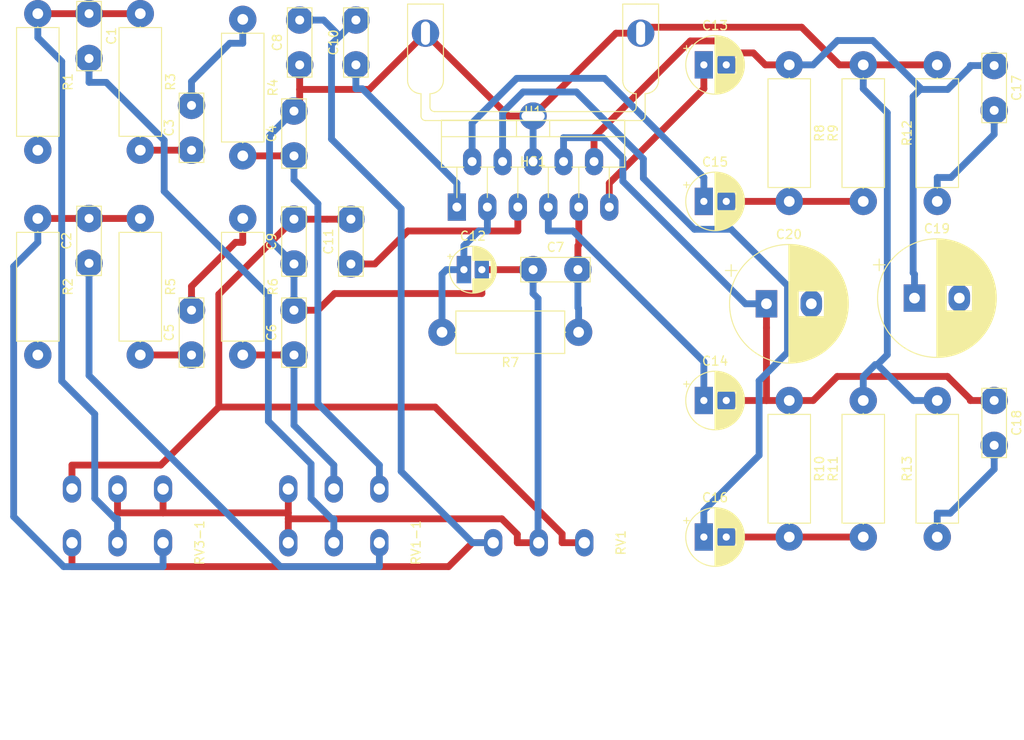
<source format=kicad_pcb>
(kicad_pcb (version 20171130) (host pcbnew 5.1.6-c6e7f7d~86~ubuntu18.04.1)

  (general
    (thickness 1.6)
    (drawings 0)
    (tracks 222)
    (zones 0)
    (modules 38)
    (nets 32)
  )

  (page A4)
  (layers
    (0 F.Cu signal)
    (31 B.Cu signal)
    (32 B.Adhes user)
    (33 F.Adhes user)
    (34 B.Paste user)
    (35 F.Paste user)
    (36 B.SilkS user)
    (37 F.SilkS user)
    (38 B.Mask user)
    (39 F.Mask user)
    (40 Dwgs.User user)
    (41 Cmts.User user)
    (42 Eco1.User user)
    (43 Eco2.User user)
    (44 Edge.Cuts user)
    (45 Margin user)
    (46 B.CrtYd user)
    (47 F.CrtYd user)
    (48 B.Fab user)
    (49 F.Fab user)
  )

  (setup
    (last_trace_width 0.762)
    (trace_clearance 0.762)
    (zone_clearance 0.508)
    (zone_45_only no)
    (trace_min 0.2)
    (via_size 2.54)
    (via_drill 0.762)
    (via_min_size 0.4)
    (via_min_drill 0.3)
    (uvia_size 0.3)
    (uvia_drill 0.1)
    (uvias_allowed no)
    (uvia_min_size 0.2)
    (uvia_min_drill 0.1)
    (edge_width 0.1)
    (segment_width 0.2)
    (pcb_text_width 0.3)
    (pcb_text_size 1.5 1.5)
    (mod_edge_width 0.15)
    (mod_text_size 1 1)
    (mod_text_width 0.15)
    (pad_size 1.524 1.524)
    (pad_drill 0.762)
    (pad_to_mask_clearance 0)
    (aux_axis_origin 0 0)
    (visible_elements FFFFFF7F)
    (pcbplotparams
      (layerselection 0x010fc_ffffffff)
      (usegerberextensions false)
      (usegerberattributes true)
      (usegerberadvancedattributes true)
      (creategerberjobfile true)
      (excludeedgelayer true)
      (linewidth 0.100000)
      (plotframeref false)
      (viasonmask false)
      (mode 1)
      (useauxorigin false)
      (hpglpennumber 1)
      (hpglpenspeed 20)
      (hpglpendiameter 15.000000)
      (psnegative false)
      (psa4output false)
      (plotreference true)
      (plotvalue true)
      (plotinvisibletext false)
      (padsonsilk false)
      (subtractmaskfromsilk false)
      (outputformat 1)
      (mirror false)
      (drillshape 1)
      (scaleselection 1)
      (outputdirectory ""))
  )

  (net 0 "")
  (net 1 "Net-(C1-Pad2)")
  (net 2 "Net-(C1-Pad1)")
  (net 3 "Net-(C2-Pad2)")
  (net 4 "Net-(C2-Pad1)")
  (net 5 "Net-(C3-Pad2)")
  (net 6 "Net-(C3-Pad1)")
  (net 7 GND)
  (net 8 "Net-(C4-Pad1)")
  (net 9 "Net-(C5-Pad2)")
  (net 10 "Net-(C5-Pad1)")
  (net 11 "Net-(C6-Pad1)")
  (net 12 +15V)
  (net 13 "Net-(C10-Pad2)")
  (net 14 "Net-(C11-Pad2)")
  (net 15 "Net-(C10-Pad1)")
  (net 16 "Net-(C11-Pad1)")
  (net 17 "Net-(C12-Pad1)")
  (net 18 "Net-(C13-Pad2)")
  (net 19 "Net-(C13-Pad1)")
  (net 20 "Net-(C14-Pad2)")
  (net 21 "Net-(C14-Pad1)")
  (net 22 "Net-(C15-Pad2)")
  (net 23 "Net-(C15-Pad1)")
  (net 24 "Net-(C16-Pad2)")
  (net 25 "Net-(C16-Pad1)")
  (net 26 "Net-(C17-Pad2)")
  (net 27 "Net-(C18-Pad2)")
  (net 28 Rout+)
  (net 29 Lout+)
  (net 30 Rin+)
  (net 31 Lin+)

  (net_class Default "This is the default net class."
    (clearance 0.762)
    (trace_width 0.762)
    (via_dia 2.54)
    (via_drill 0.762)
    (uvia_dia 0.3)
    (uvia_drill 0.1)
    (add_net +15V)
    (add_net GND)
    (add_net Lin+)
    (add_net Lout+)
    (add_net "Net-(C1-Pad1)")
    (add_net "Net-(C1-Pad2)")
    (add_net "Net-(C10-Pad1)")
    (add_net "Net-(C10-Pad2)")
    (add_net "Net-(C11-Pad1)")
    (add_net "Net-(C11-Pad2)")
    (add_net "Net-(C12-Pad1)")
    (add_net "Net-(C13-Pad1)")
    (add_net "Net-(C13-Pad2)")
    (add_net "Net-(C14-Pad1)")
    (add_net "Net-(C14-Pad2)")
    (add_net "Net-(C15-Pad1)")
    (add_net "Net-(C15-Pad2)")
    (add_net "Net-(C16-Pad1)")
    (add_net "Net-(C16-Pad2)")
    (add_net "Net-(C17-Pad2)")
    (add_net "Net-(C18-Pad2)")
    (add_net "Net-(C2-Pad1)")
    (add_net "Net-(C2-Pad2)")
    (add_net "Net-(C3-Pad1)")
    (add_net "Net-(C3-Pad2)")
    (add_net "Net-(C4-Pad1)")
    (add_net "Net-(C5-Pad1)")
    (add_net "Net-(C5-Pad2)")
    (add_net "Net-(C6-Pad1)")
    (add_net Rin+)
    (add_net Rout+)
  )

  (module My_Parts:Potentiometer_single_EK#40910007_10k (layer F.Cu) (tedit 5EC15C68) (tstamp 5EC0DB3C)
    (at 175.26 94.615 270)
    (path /5EC2FF7E)
    (fp_text reference RV1 (at 0 -14.25 90) (layer F.SilkS)
      (effects (font (size 1 1) (thickness 0.15)))
    )
    (fp_text value 100k (at 0 4.25 90) (layer F.Fab)
      (effects (font (size 1 1) (thickness 0.15)))
    )
    (fp_text user %R (at 2.5 -5 90) (layer F.Fab)
      (effects (font (size 1 1) (thickness 0.15)))
    )
    (fp_line (start 22 -2.08) (end 9 -2.08) (layer F.CrtYd) (width 0.12))
    (fp_line (start 22 -8.08) (end 22 -2.08) (layer F.CrtYd) (width 0.12))
    (fp_line (start 9 -8.08) (end 22 -8.08) (layer F.CrtYd) (width 0.12))
    (fp_line (start 9 -1.83) (end 3 -1.83) (layer F.CrtYd) (width 0.12))
    (fp_line (start 9 -8.33) (end 9 -1.83) (layer F.CrtYd) (width 0.12))
    (fp_line (start 3 -8.33) (end 9 -8.33) (layer F.CrtYd) (width 0.12))
    (fp_line (start 5 2.42) (end 2 2.42) (layer F.CrtYd) (width 0.12))
    (fp_line (start 5 3.42) (end 5 2.42) (layer F.CrtYd) (width 0.12))
    (fp_line (start 2 3.42) (end 5 3.42) (layer F.CrtYd) (width 0.12))
    (fp_line (start 3 0.17) (end 2 0.17) (layer F.CrtYd) (width 0.12))
    (fp_line (start 3 -10.33) (end 3 0.17) (layer F.CrtYd) (width 0.12))
    (fp_line (start 2 -10.33) (end 3 -10.33) (layer F.CrtYd) (width 0.12))
    (fp_line (start -8 3.42) (end -8 -13.58) (layer F.CrtYd) (width 0.12))
    (fp_line (start 2 3.42) (end -8 3.42) (layer F.CrtYd) (width 0.12))
    (fp_line (start 2 -13.58) (end 2 3.42) (layer F.CrtYd) (width 0.12))
    (fp_line (start -8 -13.58) (end 2 -13.58) (layer F.CrtYd) (width 0.12))
    (pad 3 thru_hole oval (at 0 -10.16 270) (size 3.048 2.032) (drill 1.27) (layers *.Cu *.Mask)
      (net 14 "Net-(C11-Pad2)"))
    (pad 2 thru_hole oval (at 0 -5.08 270) (size 3.048 2.032) (drill 1.27) (layers *.Cu *.Mask)
      (net 7 GND))
    (pad 1 thru_hole oval (at 0 0 270) (size 3.048 2.032) (drill 1.27) (layers *.Cu *.Mask)
      (net 13 "Net-(C10-Pad2)"))
  )

  (module My_Parts:Potentiometer_double_EK#40910227_10k (layer F.Cu) (tedit 5EC158A4) (tstamp 5EC0DB8A)
    (at 128.27 94.615 270)
    (path /5EC481A4)
    (fp_text reference RV3-1 (at 0 -14.25 90) (layer F.SilkS)
      (effects (font (size 1 1) (thickness 0.15)))
    )
    (fp_text value Dual_potentiometer (at 0 4.25 90) (layer F.Fab)
      (effects (font (size 1 1) (thickness 0.15)))
    )
    (fp_text user %R (at -1.5 -5 90) (layer F.Fab)
      (effects (font (size 1 1) (thickness 0.15)))
    )
    (fp_line (start -8 -13.58) (end 2 -13.58) (layer F.CrtYd) (width 0.12))
    (fp_line (start 2 -13.58) (end 2 3.42) (layer F.CrtYd) (width 0.12))
    (fp_line (start 2 3.42) (end -8 3.42) (layer F.CrtYd) (width 0.12))
    (fp_line (start -8 3.42) (end -8 -13.58) (layer F.CrtYd) (width 0.12))
    (fp_line (start 2 -10.33) (end 3 -10.33) (layer F.CrtYd) (width 0.12))
    (fp_line (start 3 -10.33) (end 3 0.17) (layer F.CrtYd) (width 0.12))
    (fp_line (start 3 0.17) (end 2 0.17) (layer F.CrtYd) (width 0.12))
    (fp_line (start 2 3.42) (end 5 3.42) (layer F.CrtYd) (width 0.12))
    (fp_line (start 5 3.42) (end 5 2.42) (layer F.CrtYd) (width 0.12))
    (fp_line (start 5 2.42) (end 2 2.42) (layer F.CrtYd) (width 0.12))
    (fp_line (start 3 -8.33) (end 9 -8.33) (layer F.CrtYd) (width 0.12))
    (fp_line (start 9 -8.33) (end 9 -1.83) (layer F.CrtYd) (width 0.12))
    (fp_line (start 9 -1.83) (end 3 -1.83) (layer F.CrtYd) (width 0.12))
    (fp_line (start 9 -8.08) (end 22 -8.08) (layer F.CrtYd) (width 0.12))
    (fp_line (start 22 -8.08) (end 22 -2.08) (layer F.CrtYd) (width 0.12))
    (fp_line (start 22 -2.08) (end 9 -2.08) (layer F.CrtYd) (width 0.12))
    (pad 6 thru_hole oval (at -6 -10.16 270) (size 3.048 2.032) (drill 1.27) (layers *.Cu *.Mask)
      (net 7 GND))
    (pad 5 thru_hole oval (at -6 -5.08 270) (size 3.048 2.032) (drill 1.27) (layers *.Cu *.Mask)
      (net 7 GND))
    (pad 4 thru_hole oval (at -6 0 270) (size 3.048 2.032) (drill 1.27) (layers *.Cu *.Mask)
      (net 14 "Net-(C11-Pad2)"))
    (pad 3 thru_hole oval (at 0 -10.16 270) (size 3.048 2.032) (drill 1.27) (layers *.Cu *.Mask)
      (net 3 "Net-(C2-Pad2)"))
    (pad 2 thru_hole oval (at 0 -5.08 270) (size 3.048 2.032) (drill 1.27) (layers *.Cu *.Mask)
      (net 2 "Net-(C1-Pad1)"))
    (pad 1 thru_hole oval (at 0 0 270) (size 3.048 2.032) (drill 1.27) (layers *.Cu *.Mask)
      (net 13 "Net-(C10-Pad2)"))
  )

  (module My_Parts:Potentiometer_double_EK#40910227_10k (layer F.Cu) (tedit 5EC158A4) (tstamp 5EC0DB63)
    (at 152.4 94.615 270)
    (path /5ECCB4F8)
    (fp_text reference RV1-1 (at 0 -14.25 90) (layer F.SilkS)
      (effects (font (size 1 1) (thickness 0.15)))
    )
    (fp_text value Dual_potentiometer (at 0 4.25 90) (layer F.Fab)
      (effects (font (size 1 1) (thickness 0.15)))
    )
    (fp_text user %R (at -1.5 -5 90) (layer F.Fab)
      (effects (font (size 1 1) (thickness 0.15)))
    )
    (fp_line (start -8 -13.58) (end 2 -13.58) (layer F.CrtYd) (width 0.12))
    (fp_line (start 2 -13.58) (end 2 3.42) (layer F.CrtYd) (width 0.12))
    (fp_line (start 2 3.42) (end -8 3.42) (layer F.CrtYd) (width 0.12))
    (fp_line (start -8 3.42) (end -8 -13.58) (layer F.CrtYd) (width 0.12))
    (fp_line (start 2 -10.33) (end 3 -10.33) (layer F.CrtYd) (width 0.12))
    (fp_line (start 3 -10.33) (end 3 0.17) (layer F.CrtYd) (width 0.12))
    (fp_line (start 3 0.17) (end 2 0.17) (layer F.CrtYd) (width 0.12))
    (fp_line (start 2 3.42) (end 5 3.42) (layer F.CrtYd) (width 0.12))
    (fp_line (start 5 3.42) (end 5 2.42) (layer F.CrtYd) (width 0.12))
    (fp_line (start 5 2.42) (end 2 2.42) (layer F.CrtYd) (width 0.12))
    (fp_line (start 3 -8.33) (end 9 -8.33) (layer F.CrtYd) (width 0.12))
    (fp_line (start 9 -8.33) (end 9 -1.83) (layer F.CrtYd) (width 0.12))
    (fp_line (start 9 -1.83) (end 3 -1.83) (layer F.CrtYd) (width 0.12))
    (fp_line (start 9 -8.08) (end 22 -8.08) (layer F.CrtYd) (width 0.12))
    (fp_line (start 22 -8.08) (end 22 -2.08) (layer F.CrtYd) (width 0.12))
    (fp_line (start 22 -2.08) (end 9 -2.08) (layer F.CrtYd) (width 0.12))
    (pad 6 thru_hole oval (at -6 -10.16 270) (size 3.048 2.032) (drill 1.27) (layers *.Cu *.Mask)
      (net 8 "Net-(C4-Pad1)"))
    (pad 5 thru_hole oval (at -6 -5.08 270) (size 3.048 2.032) (drill 1.27) (layers *.Cu *.Mask)
      (net 11 "Net-(C6-Pad1)"))
    (pad 4 thru_hole oval (at -6 0 270) (size 3.048 2.032) (drill 1.27) (layers *.Cu *.Mask)
      (net 7 GND))
    (pad 3 thru_hole oval (at 0 -10.16 270) (size 3.048 2.032) (drill 1.27) (layers *.Cu *.Mask)
      (net 4 "Net-(C2-Pad1)"))
    (pad 2 thru_hole oval (at 0 -5.08 270) (size 3.048 2.032) (drill 1.27) (layers *.Cu *.Mask)
      (net 1 "Net-(C1-Pad2)"))
    (pad 1 thru_hole oval (at 0 0 270) (size 3.048 2.032) (drill 1.27) (layers *.Cu *.Mask)
      (net 7 GND))
  )

  (module My_Misc:TO-220-11_P3.4x5.08mm_StaggerOdd_Lead4.85mm_Vertical_large (layer F.Cu) (tedit 5EB716E8) (tstamp 5EC0DBBD)
    (at 171.205 57.15)
    (descr "TO-220-11, Vertical, RM 1.7mm, staggered type-1, see http://www.st.com/resource/en/datasheet/tda7391lv.pdf")
    (tags "TO-220-11 Vertical RM 1.7mm staggered type-1")
    (path /5EC055BD)
    (fp_text reference U1 (at 8.5 -10.7) (layer F.SilkS)
      (effects (font (size 1 1) (thickness 0.15)))
    )
    (fp_text value TDA2005 (at 8.5 2.15) (layer F.Fab)
      (effects (font (size 1 1) (thickness 0.15)))
    )
    (fp_text user %R (at 8.5 -10.7) (layer F.Fab)
      (effects (font (size 1 1) (thickness 0.15)))
    )
    (fp_line (start -1.6 -9.58) (end -1.6 -4.58) (layer F.Fab) (width 0.1))
    (fp_line (start -1.6 -4.58) (end 18.6 -4.58) (layer F.Fab) (width 0.1))
    (fp_line (start 18.6 -4.58) (end 18.6 -9.58) (layer F.Fab) (width 0.1))
    (fp_line (start 18.6 -9.58) (end -1.6 -9.58) (layer F.Fab) (width 0.1))
    (fp_line (start -1.6 -7.98) (end 18.6 -7.98) (layer F.Fab) (width 0.1))
    (fp_line (start 6.65 -9.58) (end 6.65 -7.98) (layer F.Fab) (width 0.1))
    (fp_line (start 10.35 -9.58) (end 10.35 -7.98) (layer F.Fab) (width 0.1))
    (fp_line (start 0 -4.58) (end 0 0) (layer F.Fab) (width 0.1))
    (fp_line (start 3.4 -4.58) (end 3.4 0) (layer F.Fab) (width 0.1))
    (fp_line (start 6.8 -4.58) (end 6.8 0) (layer F.Fab) (width 0.1))
    (fp_line (start 10.2 -4.58) (end 10.2 0) (layer F.Fab) (width 0.1))
    (fp_line (start 13.6 -4.58) (end 13.6 0) (layer F.Fab) (width 0.1))
    (fp_line (start 17 -4.58) (end 17 0) (layer F.Fab) (width 0.1))
    (fp_line (start -1.72 -9.7) (end 18.72 -9.7) (layer F.SilkS) (width 0.12))
    (fp_line (start -1.72 -4.459) (end 0.776 -4.459) (layer F.SilkS) (width 0.12))
    (fp_line (start 2.625 -4.459) (end 4.176 -4.459) (layer F.SilkS) (width 0.12))
    (fp_line (start 6.025 -4.459) (end 7.576 -4.459) (layer F.SilkS) (width 0.12))
    (fp_line (start 9.425 -4.459) (end 10.976 -4.459) (layer F.SilkS) (width 0.12))
    (fp_line (start 12.825 -4.459) (end 14.376 -4.459) (layer F.SilkS) (width 0.12))
    (fp_line (start 16.225 -4.459) (end 18.72 -4.459) (layer F.SilkS) (width 0.12))
    (fp_line (start -1.72 -9.7) (end -1.72 -4.459) (layer F.SilkS) (width 0.12))
    (fp_line (start 18.72 -9.7) (end 18.72 -4.459) (layer F.SilkS) (width 0.12))
    (fp_line (start -1.72 -7.86) (end 18.72 -7.86) (layer F.SilkS) (width 0.12))
    (fp_line (start 6.65 -9.7) (end 6.65 -7.86) (layer F.SilkS) (width 0.12))
    (fp_line (start 10.35 -9.7) (end 10.35 -7.86) (layer F.SilkS) (width 0.12))
    (fp_line (start 0 -4.459) (end 0 -1.05) (layer F.SilkS) (width 0.12))
    (fp_line (start 3.4 -4.459) (end 3.4 -1.065) (layer F.SilkS) (width 0.12))
    (fp_line (start 6.8 -4.459) (end 6.8 -1.065) (layer F.SilkS) (width 0.12))
    (fp_line (start 10.2 -4.459) (end 10.2 -1.065) (layer F.SilkS) (width 0.12))
    (fp_line (start 13.6 -4.459) (end 13.6 -1.065) (layer F.SilkS) (width 0.12))
    (fp_line (start 17 -4.459) (end 17 -1.065) (layer F.SilkS) (width 0.12))
    (fp_line (start -1.85 -9.83) (end -1.85 1.16) (layer F.CrtYd) (width 0.05))
    (fp_line (start -1.85 1.16) (end 18.85 1.16) (layer F.CrtYd) (width 0.05))
    (fp_line (start 18.85 1.16) (end 18.85 -9.83) (layer F.CrtYd) (width 0.05))
    (fp_line (start 18.85 -9.83) (end -1.85 -9.83) (layer F.CrtYd) (width 0.05))
    (pad 11 thru_hole oval (at 17 0) (size 2.032 3.048) (drill 1) (layers *.Cu *.Mask)
      (net 19 "Net-(C13-Pad1)"))
    (pad 10 thru_hole oval (at 15.3 -5.08) (size 2.032 3.048) (drill 1) (layers *.Cu *.Mask)
      (net 18 "Net-(C13-Pad2)"))
    (pad 9 thru_hole oval (at 13.6 0) (size 2.032 3.048) (drill 1) (layers *.Cu *.Mask)
      (net 12 +15V))
    (pad 8 thru_hole oval (at 11.9 -5.08) (size 2.032 3.048) (drill 1) (layers *.Cu *.Mask)
      (net 20 "Net-(C14-Pad2)"))
    (pad 7 thru_hole oval (at 10.2 0) (size 2.032 3.048) (drill 1) (layers *.Cu *.Mask)
      (net 21 "Net-(C14-Pad1)"))
    (pad 6 thru_hole oval (at 8.5 -5.08) (size 2.032 3.048) (drill 1) (layers *.Cu *.Mask)
      (net 7 GND))
    (pad 5 thru_hole oval (at 6.8 0) (size 2.032 3.048) (drill 1) (layers *.Cu *.Mask)
      (net 16 "Net-(C11-Pad1)"))
    (pad 4 thru_hole oval (at 5.1 -5.08) (size 2.032 3.048) (drill 1) (layers *.Cu *.Mask)
      (net 25 "Net-(C16-Pad1)"))
    (pad 3 thru_hole oval (at 3.4 0) (size 2.032 3.048) (drill 1) (layers *.Cu *.Mask)
      (net 17 "Net-(C12-Pad1)"))
    (pad 2 thru_hole oval (at 1.7 -5.08) (size 2.032 3.048) (drill 1) (layers *.Cu *.Mask)
      (net 23 "Net-(C15-Pad1)"))
    (pad 1 thru_hole rect (at 0 0) (size 2.032 3.048) (drill 1) (layers *.Cu *.Mask)
      (net 15 "Net-(C10-Pad1)"))
    (model ${KISYS3DMOD}/Package_TO_SOT_THT.3dshapes/TO-220-11_P3.4x5.08mm_StaggerOdd_Lead4.85mm_Vertical.wrl
      (at (xyz 0 0 0))
      (scale (xyz 1 1 1))
      (rotate (xyz 0 0 0))
    )
  )

  (module My_Heatsinks:EK-41002859 (layer F.Cu) (tedit 5EBAC48A) (tstamp 5EC1332F)
    (at 179.705 46.99 180)
    (path /5EF67209)
    (fp_text reference HS1 (at 0 -5.08) (layer F.SilkS)
      (effects (font (size 1 1) (thickness 0.15)))
    )
    (fp_text value Heatsink_Pad (at 0 -6.604) (layer F.Fab)
      (effects (font (size 1 1) (thickness 0.15)))
    )
    (fp_arc (start 12 0) (end 12.5 0) (angle -90) (layer F.SilkS) (width 0.12))
    (fp_arc (start 11 1) (end 11.5 1) (angle -90) (layer F.SilkS) (width 0.12))
    (fp_arc (start -11 1) (end -11 0.5) (angle -90) (layer F.SilkS) (width 0.12))
    (fp_arc (start -12 0) (end -12 -0.5) (angle -90) (layer F.SilkS) (width 0.12))
    (fp_arc (start -12.5 4) (end -12.5 2.5) (angle -90) (layer F.SilkS) (width 0.12))
    (fp_arc (start -11.5 4) (end -10 4) (angle -90) (layer F.SilkS) (width 0.12))
    (fp_arc (start 12.5 4) (end 14 4) (angle -90) (layer F.SilkS) (width 0.12))
    (fp_arc (start 11.5 4) (end 11.5 2.5) (angle -90) (layer F.SilkS) (width 0.12))
    (fp_line (start 14 4) (end 14 12.5) (layer F.SilkS) (width 0.12))
    (fp_line (start 10 4) (end 10 12.5) (layer F.SilkS) (width 0.12))
    (fp_line (start -10 4) (end -10 12.5) (layer F.SilkS) (width 0.12))
    (fp_line (start -14 12.5) (end -14 4) (layer F.SilkS) (width 0.12))
    (fp_line (start 11.5 12.5) (end 10 12.5) (layer F.SilkS) (width 0.12))
    (fp_line (start 12.5 12.5) (end 14 12.5) (layer F.SilkS) (width 0.12))
    (fp_line (start -11.5 12.5) (end -10 12.5) (layer F.SilkS) (width 0.12))
    (fp_line (start -12.5 12.5) (end -14 12.5) (layer F.SilkS) (width 0.12))
    (fp_line (start 11.5 12.5) (end 12.5 12.5) (layer F.SilkS) (width 0.12))
    (fp_line (start -12.5 12.5) (end -11.5 12.5) (layer F.SilkS) (width 0.12))
    (fp_line (start -12.5 2.5) (end -12.5 0) (layer F.SilkS) (width 0.12))
    (fp_line (start -11.5 2.5) (end -11.5 1) (layer F.SilkS) (width 0.12))
    (fp_line (start 11.5 1) (end 11.5 2.5) (layer F.SilkS) (width 0.12))
    (fp_line (start 12.5 2.5) (end 12.5 0) (layer F.SilkS) (width 0.12))
    (fp_line (start 12 -0.5) (end -12 -0.5) (layer F.SilkS) (width 0.12))
    (fp_line (start -11 0.5) (end 11 0.5) (layer F.SilkS) (width 0.12))
    (pad 1 thru_hole circle (at 0 0 180) (size 3.048 3.048) (drill oval 2.6 1) (layers *.Cu *.Mask)
      (net 7 GND))
    (pad 1 thru_hole circle (at -12 9.25 180) (size 3.048 3.048) (drill oval 1 2.6) (layers *.Cu *.Mask)
      (net 7 GND))
    (pad 1 thru_hole circle (at 12 9.25 180) (size 3.048 3.048) (drill oval 1 2.6) (layers *.Cu *.Mask)
      (net 7 GND))
  )

  (module My_Misc:R_Axial_DIN0414_L11.9mm_D4.5mm_P15.24mm_Horizontal_larger (layer F.Cu) (tedit 5EBAC57C) (tstamp 5EC0DB18)
    (at 224.79 93.98 90)
    (descr "Resistor, Axial_DIN0414 series, Axial, Horizontal, pin pitch=15.24mm, 2W, length*diameter=11.9*4.5mm^2, http://www.vishay.com/docs/20128/wkxwrx.pdf")
    (tags "Resistor Axial_DIN0414 series Axial Horizontal pin pitch 15.24mm 2W length 11.9mm diameter 4.5mm")
    (path /5EC1FD5F)
    (fp_text reference R13 (at 7.62 -3.37 90) (layer F.SilkS)
      (effects (font (size 1 1) (thickness 0.15)))
    )
    (fp_text value 1R (at 7.62 3.37 90) (layer F.Fab)
      (effects (font (size 1 1) (thickness 0.15)))
    )
    (fp_text user %R (at 7.62 0 90) (layer F.Fab)
      (effects (font (size 1 1) (thickness 0.15)))
    )
    (fp_line (start 1.67 -2.25) (end 1.67 2.25) (layer F.Fab) (width 0.1))
    (fp_line (start 1.67 2.25) (end 13.57 2.25) (layer F.Fab) (width 0.1))
    (fp_line (start 13.57 2.25) (end 13.57 -2.25) (layer F.Fab) (width 0.1))
    (fp_line (start 13.57 -2.25) (end 1.67 -2.25) (layer F.Fab) (width 0.1))
    (fp_line (start 0 0) (end 1.67 0) (layer F.Fab) (width 0.1))
    (fp_line (start 15.24 0) (end 13.57 0) (layer F.Fab) (width 0.1))
    (fp_line (start 1.55 -2.37) (end 1.55 2.37) (layer F.SilkS) (width 0.12))
    (fp_line (start 1.55 2.37) (end 13.69 2.37) (layer F.SilkS) (width 0.12))
    (fp_line (start 13.69 2.37) (end 13.69 -2.37) (layer F.SilkS) (width 0.12))
    (fp_line (start 13.69 -2.37) (end 1.55 -2.37) (layer F.SilkS) (width 0.12))
    (fp_line (start 1.44 0) (end 1.55 0) (layer F.SilkS) (width 0.12))
    (fp_line (start 13.8 0) (end 13.69 0) (layer F.SilkS) (width 0.12))
    (fp_line (start -1.45 -2.5) (end -1.45 2.5) (layer F.CrtYd) (width 0.05))
    (fp_line (start -1.45 2.5) (end 16.69 2.5) (layer F.CrtYd) (width 0.05))
    (fp_line (start 16.69 2.5) (end 16.69 -2.5) (layer F.CrtYd) (width 0.05))
    (fp_line (start 16.69 -2.5) (end -1.45 -2.5) (layer F.CrtYd) (width 0.05))
    (pad 2 thru_hole oval (at 15.24 0 90) (size 3.048 3.048) (drill 1.2) (layers *.Cu *.Mask)
      (net 7 GND))
    (pad 1 thru_hole oval (at 0 0 90) (size 3.048 3.048) (drill 1.2) (layers *.Cu *.Mask)
      (net 27 "Net-(C18-Pad2)"))
    (model ${KISYS3DMOD}/Resistor_THT.3dshapes/R_Axial_DIN0414_L11.9mm_D4.5mm_P15.24mm_Horizontal.wrl
      (at (xyz 0 0 0))
      (scale (xyz 1 1 1))
      (rotate (xyz 0 0 0))
    )
  )

  (module My_Misc:R_Axial_DIN0414_L11.9mm_D4.5mm_P15.24mm_Horizontal_larger (layer F.Cu) (tedit 5EBAC57C) (tstamp 5EC0DB01)
    (at 224.79 56.515 90)
    (descr "Resistor, Axial_DIN0414 series, Axial, Horizontal, pin pitch=15.24mm, 2W, length*diameter=11.9*4.5mm^2, http://www.vishay.com/docs/20128/wkxwrx.pdf")
    (tags "Resistor Axial_DIN0414 series Axial Horizontal pin pitch 15.24mm 2W length 11.9mm diameter 4.5mm")
    (path /5EC16837)
    (fp_text reference R12 (at 7.62 -3.37 90) (layer F.SilkS)
      (effects (font (size 1 1) (thickness 0.15)))
    )
    (fp_text value 1R (at 7.62 3.37 90) (layer F.Fab)
      (effects (font (size 1 1) (thickness 0.15)))
    )
    (fp_text user %R (at 7.62 0 90) (layer F.Fab)
      (effects (font (size 1 1) (thickness 0.15)))
    )
    (fp_line (start 1.67 -2.25) (end 1.67 2.25) (layer F.Fab) (width 0.1))
    (fp_line (start 1.67 2.25) (end 13.57 2.25) (layer F.Fab) (width 0.1))
    (fp_line (start 13.57 2.25) (end 13.57 -2.25) (layer F.Fab) (width 0.1))
    (fp_line (start 13.57 -2.25) (end 1.67 -2.25) (layer F.Fab) (width 0.1))
    (fp_line (start 0 0) (end 1.67 0) (layer F.Fab) (width 0.1))
    (fp_line (start 15.24 0) (end 13.57 0) (layer F.Fab) (width 0.1))
    (fp_line (start 1.55 -2.37) (end 1.55 2.37) (layer F.SilkS) (width 0.12))
    (fp_line (start 1.55 2.37) (end 13.69 2.37) (layer F.SilkS) (width 0.12))
    (fp_line (start 13.69 2.37) (end 13.69 -2.37) (layer F.SilkS) (width 0.12))
    (fp_line (start 13.69 -2.37) (end 1.55 -2.37) (layer F.SilkS) (width 0.12))
    (fp_line (start 1.44 0) (end 1.55 0) (layer F.SilkS) (width 0.12))
    (fp_line (start 13.8 0) (end 13.69 0) (layer F.SilkS) (width 0.12))
    (fp_line (start -1.45 -2.5) (end -1.45 2.5) (layer F.CrtYd) (width 0.05))
    (fp_line (start -1.45 2.5) (end 16.69 2.5) (layer F.CrtYd) (width 0.05))
    (fp_line (start 16.69 2.5) (end 16.69 -2.5) (layer F.CrtYd) (width 0.05))
    (fp_line (start 16.69 -2.5) (end -1.45 -2.5) (layer F.CrtYd) (width 0.05))
    (pad 2 thru_hole oval (at 15.24 0 90) (size 3.048 3.048) (drill 1.2) (layers *.Cu *.Mask)
      (net 7 GND))
    (pad 1 thru_hole oval (at 0 0 90) (size 3.048 3.048) (drill 1.2) (layers *.Cu *.Mask)
      (net 26 "Net-(C17-Pad2)"))
    (model ${KISYS3DMOD}/Resistor_THT.3dshapes/R_Axial_DIN0414_L11.9mm_D4.5mm_P15.24mm_Horizontal.wrl
      (at (xyz 0 0 0))
      (scale (xyz 1 1 1))
      (rotate (xyz 0 0 0))
    )
  )

  (module My_Misc:R_Axial_DIN0414_L11.9mm_D4.5mm_P15.24mm_Horizontal_larger (layer F.Cu) (tedit 5EBAC57C) (tstamp 5EC0DAEA)
    (at 216.535 93.98 90)
    (descr "Resistor, Axial_DIN0414 series, Axial, Horizontal, pin pitch=15.24mm, 2W, length*diameter=11.9*4.5mm^2, http://www.vishay.com/docs/20128/wkxwrx.pdf")
    (tags "Resistor Axial_DIN0414 series Axial Horizontal pin pitch 15.24mm 2W length 11.9mm diameter 4.5mm")
    (path /5EC1FD4E)
    (fp_text reference R11 (at 7.62 -3.37 90) (layer F.SilkS)
      (effects (font (size 1 1) (thickness 0.15)))
    )
    (fp_text value 3.3R (at 7.62 3.37 90) (layer F.Fab)
      (effects (font (size 1 1) (thickness 0.15)))
    )
    (fp_text user %R (at 7.62 0 90) (layer F.Fab)
      (effects (font (size 1 1) (thickness 0.15)))
    )
    (fp_line (start 1.67 -2.25) (end 1.67 2.25) (layer F.Fab) (width 0.1))
    (fp_line (start 1.67 2.25) (end 13.57 2.25) (layer F.Fab) (width 0.1))
    (fp_line (start 13.57 2.25) (end 13.57 -2.25) (layer F.Fab) (width 0.1))
    (fp_line (start 13.57 -2.25) (end 1.67 -2.25) (layer F.Fab) (width 0.1))
    (fp_line (start 0 0) (end 1.67 0) (layer F.Fab) (width 0.1))
    (fp_line (start 15.24 0) (end 13.57 0) (layer F.Fab) (width 0.1))
    (fp_line (start 1.55 -2.37) (end 1.55 2.37) (layer F.SilkS) (width 0.12))
    (fp_line (start 1.55 2.37) (end 13.69 2.37) (layer F.SilkS) (width 0.12))
    (fp_line (start 13.69 2.37) (end 13.69 -2.37) (layer F.SilkS) (width 0.12))
    (fp_line (start 13.69 -2.37) (end 1.55 -2.37) (layer F.SilkS) (width 0.12))
    (fp_line (start 1.44 0) (end 1.55 0) (layer F.SilkS) (width 0.12))
    (fp_line (start 13.8 0) (end 13.69 0) (layer F.SilkS) (width 0.12))
    (fp_line (start -1.45 -2.5) (end -1.45 2.5) (layer F.CrtYd) (width 0.05))
    (fp_line (start -1.45 2.5) (end 16.69 2.5) (layer F.CrtYd) (width 0.05))
    (fp_line (start 16.69 2.5) (end 16.69 -2.5) (layer F.CrtYd) (width 0.05))
    (fp_line (start 16.69 -2.5) (end -1.45 -2.5) (layer F.CrtYd) (width 0.05))
    (pad 2 thru_hole oval (at 15.24 0 90) (size 3.048 3.048) (drill 1.2) (layers *.Cu *.Mask)
      (net 7 GND))
    (pad 1 thru_hole oval (at 0 0 90) (size 3.048 3.048) (drill 1.2) (layers *.Cu *.Mask)
      (net 24 "Net-(C16-Pad2)"))
    (model ${KISYS3DMOD}/Resistor_THT.3dshapes/R_Axial_DIN0414_L11.9mm_D4.5mm_P15.24mm_Horizontal.wrl
      (at (xyz 0 0 0))
      (scale (xyz 1 1 1))
      (rotate (xyz 0 0 0))
    )
  )

  (module My_Misc:R_Axial_DIN0414_L11.9mm_D4.5mm_P15.24mm_Horizontal_larger (layer F.Cu) (tedit 5EBAC57C) (tstamp 5EC0DAD3)
    (at 208.28 78.74 270)
    (descr "Resistor, Axial_DIN0414 series, Axial, Horizontal, pin pitch=15.24mm, 2W, length*diameter=11.9*4.5mm^2, http://www.vishay.com/docs/20128/wkxwrx.pdf")
    (tags "Resistor Axial_DIN0414 series Axial Horizontal pin pitch 15.24mm 2W length 11.9mm diameter 4.5mm")
    (path /5EC1FD38)
    (fp_text reference R10 (at 7.62 -3.37 90) (layer F.SilkS)
      (effects (font (size 1 1) (thickness 0.15)))
    )
    (fp_text value 100k (at 7.62 3.37 90) (layer F.Fab)
      (effects (font (size 1 1) (thickness 0.15)))
    )
    (fp_text user %R (at 7.62 0 90) (layer F.Fab)
      (effects (font (size 1 1) (thickness 0.15)))
    )
    (fp_line (start 1.67 -2.25) (end 1.67 2.25) (layer F.Fab) (width 0.1))
    (fp_line (start 1.67 2.25) (end 13.57 2.25) (layer F.Fab) (width 0.1))
    (fp_line (start 13.57 2.25) (end 13.57 -2.25) (layer F.Fab) (width 0.1))
    (fp_line (start 13.57 -2.25) (end 1.67 -2.25) (layer F.Fab) (width 0.1))
    (fp_line (start 0 0) (end 1.67 0) (layer F.Fab) (width 0.1))
    (fp_line (start 15.24 0) (end 13.57 0) (layer F.Fab) (width 0.1))
    (fp_line (start 1.55 -2.37) (end 1.55 2.37) (layer F.SilkS) (width 0.12))
    (fp_line (start 1.55 2.37) (end 13.69 2.37) (layer F.SilkS) (width 0.12))
    (fp_line (start 13.69 2.37) (end 13.69 -2.37) (layer F.SilkS) (width 0.12))
    (fp_line (start 13.69 -2.37) (end 1.55 -2.37) (layer F.SilkS) (width 0.12))
    (fp_line (start 1.44 0) (end 1.55 0) (layer F.SilkS) (width 0.12))
    (fp_line (start 13.8 0) (end 13.69 0) (layer F.SilkS) (width 0.12))
    (fp_line (start -1.45 -2.5) (end -1.45 2.5) (layer F.CrtYd) (width 0.05))
    (fp_line (start -1.45 2.5) (end 16.69 2.5) (layer F.CrtYd) (width 0.05))
    (fp_line (start 16.69 2.5) (end 16.69 -2.5) (layer F.CrtYd) (width 0.05))
    (fp_line (start 16.69 -2.5) (end -1.45 -2.5) (layer F.CrtYd) (width 0.05))
    (pad 2 thru_hole oval (at 15.24 0 270) (size 3.048 3.048) (drill 1.2) (layers *.Cu *.Mask)
      (net 24 "Net-(C16-Pad2)"))
    (pad 1 thru_hole oval (at 0 0 270) (size 3.048 3.048) (drill 1.2) (layers *.Cu *.Mask)
      (net 20 "Net-(C14-Pad2)"))
    (model ${KISYS3DMOD}/Resistor_THT.3dshapes/R_Axial_DIN0414_L11.9mm_D4.5mm_P15.24mm_Horizontal.wrl
      (at (xyz 0 0 0))
      (scale (xyz 1 1 1))
      (rotate (xyz 0 0 0))
    )
  )

  (module My_Misc:R_Axial_DIN0414_L11.9mm_D4.5mm_P15.24mm_Horizontal_larger (layer F.Cu) (tedit 5EBAC57C) (tstamp 5EC0DABC)
    (at 216.535 56.515 90)
    (descr "Resistor, Axial_DIN0414 series, Axial, Horizontal, pin pitch=15.24mm, 2W, length*diameter=11.9*4.5mm^2, http://www.vishay.com/docs/20128/wkxwrx.pdf")
    (tags "Resistor Axial_DIN0414 series Axial Horizontal pin pitch 15.24mm 2W length 11.9mm diameter 4.5mm")
    (path /5EC14C40)
    (fp_text reference R9 (at 7.62 -3.37 90) (layer F.SilkS)
      (effects (font (size 1 1) (thickness 0.15)))
    )
    (fp_text value 3.3R (at 7.62 3.37 90) (layer F.Fab)
      (effects (font (size 1 1) (thickness 0.15)))
    )
    (fp_text user %R (at 7.62 0 90) (layer F.Fab)
      (effects (font (size 1 1) (thickness 0.15)))
    )
    (fp_line (start 1.67 -2.25) (end 1.67 2.25) (layer F.Fab) (width 0.1))
    (fp_line (start 1.67 2.25) (end 13.57 2.25) (layer F.Fab) (width 0.1))
    (fp_line (start 13.57 2.25) (end 13.57 -2.25) (layer F.Fab) (width 0.1))
    (fp_line (start 13.57 -2.25) (end 1.67 -2.25) (layer F.Fab) (width 0.1))
    (fp_line (start 0 0) (end 1.67 0) (layer F.Fab) (width 0.1))
    (fp_line (start 15.24 0) (end 13.57 0) (layer F.Fab) (width 0.1))
    (fp_line (start 1.55 -2.37) (end 1.55 2.37) (layer F.SilkS) (width 0.12))
    (fp_line (start 1.55 2.37) (end 13.69 2.37) (layer F.SilkS) (width 0.12))
    (fp_line (start 13.69 2.37) (end 13.69 -2.37) (layer F.SilkS) (width 0.12))
    (fp_line (start 13.69 -2.37) (end 1.55 -2.37) (layer F.SilkS) (width 0.12))
    (fp_line (start 1.44 0) (end 1.55 0) (layer F.SilkS) (width 0.12))
    (fp_line (start 13.8 0) (end 13.69 0) (layer F.SilkS) (width 0.12))
    (fp_line (start -1.45 -2.5) (end -1.45 2.5) (layer F.CrtYd) (width 0.05))
    (fp_line (start -1.45 2.5) (end 16.69 2.5) (layer F.CrtYd) (width 0.05))
    (fp_line (start 16.69 2.5) (end 16.69 -2.5) (layer F.CrtYd) (width 0.05))
    (fp_line (start 16.69 -2.5) (end -1.45 -2.5) (layer F.CrtYd) (width 0.05))
    (pad 2 thru_hole oval (at 15.24 0 90) (size 3.048 3.048) (drill 1.2) (layers *.Cu *.Mask)
      (net 7 GND))
    (pad 1 thru_hole oval (at 0 0 90) (size 3.048 3.048) (drill 1.2) (layers *.Cu *.Mask)
      (net 22 "Net-(C15-Pad2)"))
    (model ${KISYS3DMOD}/Resistor_THT.3dshapes/R_Axial_DIN0414_L11.9mm_D4.5mm_P15.24mm_Horizontal.wrl
      (at (xyz 0 0 0))
      (scale (xyz 1 1 1))
      (rotate (xyz 0 0 0))
    )
  )

  (module My_Misc:R_Axial_DIN0414_L11.9mm_D4.5mm_P15.24mm_Horizontal_larger (layer F.Cu) (tedit 5EBAC57C) (tstamp 5EC0DAA5)
    (at 208.28 41.275 270)
    (descr "Resistor, Axial_DIN0414 series, Axial, Horizontal, pin pitch=15.24mm, 2W, length*diameter=11.9*4.5mm^2, http://www.vishay.com/docs/20128/wkxwrx.pdf")
    (tags "Resistor Axial_DIN0414 series Axial Horizontal pin pitch 15.24mm 2W length 11.9mm diameter 4.5mm")
    (path /5EC121D0)
    (fp_text reference R8 (at 7.62 -3.37 90) (layer F.SilkS)
      (effects (font (size 1 1) (thickness 0.15)))
    )
    (fp_text value 100k (at 7.62 3.37 90) (layer F.Fab)
      (effects (font (size 1 1) (thickness 0.15)))
    )
    (fp_text user %R (at 7.62 0 90) (layer F.Fab)
      (effects (font (size 1 1) (thickness 0.15)))
    )
    (fp_line (start 1.67 -2.25) (end 1.67 2.25) (layer F.Fab) (width 0.1))
    (fp_line (start 1.67 2.25) (end 13.57 2.25) (layer F.Fab) (width 0.1))
    (fp_line (start 13.57 2.25) (end 13.57 -2.25) (layer F.Fab) (width 0.1))
    (fp_line (start 13.57 -2.25) (end 1.67 -2.25) (layer F.Fab) (width 0.1))
    (fp_line (start 0 0) (end 1.67 0) (layer F.Fab) (width 0.1))
    (fp_line (start 15.24 0) (end 13.57 0) (layer F.Fab) (width 0.1))
    (fp_line (start 1.55 -2.37) (end 1.55 2.37) (layer F.SilkS) (width 0.12))
    (fp_line (start 1.55 2.37) (end 13.69 2.37) (layer F.SilkS) (width 0.12))
    (fp_line (start 13.69 2.37) (end 13.69 -2.37) (layer F.SilkS) (width 0.12))
    (fp_line (start 13.69 -2.37) (end 1.55 -2.37) (layer F.SilkS) (width 0.12))
    (fp_line (start 1.44 0) (end 1.55 0) (layer F.SilkS) (width 0.12))
    (fp_line (start 13.8 0) (end 13.69 0) (layer F.SilkS) (width 0.12))
    (fp_line (start -1.45 -2.5) (end -1.45 2.5) (layer F.CrtYd) (width 0.05))
    (fp_line (start -1.45 2.5) (end 16.69 2.5) (layer F.CrtYd) (width 0.05))
    (fp_line (start 16.69 2.5) (end 16.69 -2.5) (layer F.CrtYd) (width 0.05))
    (fp_line (start 16.69 -2.5) (end -1.45 -2.5) (layer F.CrtYd) (width 0.05))
    (pad 2 thru_hole oval (at 15.24 0 270) (size 3.048 3.048) (drill 1.2) (layers *.Cu *.Mask)
      (net 22 "Net-(C15-Pad2)"))
    (pad 1 thru_hole oval (at 0 0 270) (size 3.048 3.048) (drill 1.2) (layers *.Cu *.Mask)
      (net 18 "Net-(C13-Pad2)"))
    (model ${KISYS3DMOD}/Resistor_THT.3dshapes/R_Axial_DIN0414_L11.9mm_D4.5mm_P15.24mm_Horizontal.wrl
      (at (xyz 0 0 0))
      (scale (xyz 1 1 1))
      (rotate (xyz 0 0 0))
    )
  )

  (module My_Misc:R_Axial_DIN0414_L11.9mm_D4.5mm_P15.24mm_Horizontal_larger (layer F.Cu) (tedit 5EBAC57C) (tstamp 5EC0DA8E)
    (at 184.785 71.12 180)
    (descr "Resistor, Axial_DIN0414 series, Axial, Horizontal, pin pitch=15.24mm, 2W, length*diameter=11.9*4.5mm^2, http://www.vishay.com/docs/20128/wkxwrx.pdf")
    (tags "Resistor Axial_DIN0414 series Axial Horizontal pin pitch 15.24mm 2W length 11.9mm diameter 4.5mm")
    (path /5EC0979F)
    (fp_text reference R7 (at 7.62 -3.37) (layer F.SilkS)
      (effects (font (size 1 1) (thickness 0.15)))
    )
    (fp_text value 120k (at 7.62 3.37) (layer F.Fab)
      (effects (font (size 1 1) (thickness 0.15)))
    )
    (fp_text user %R (at 7.62 0) (layer F.Fab)
      (effects (font (size 1 1) (thickness 0.15)))
    )
    (fp_line (start 1.67 -2.25) (end 1.67 2.25) (layer F.Fab) (width 0.1))
    (fp_line (start 1.67 2.25) (end 13.57 2.25) (layer F.Fab) (width 0.1))
    (fp_line (start 13.57 2.25) (end 13.57 -2.25) (layer F.Fab) (width 0.1))
    (fp_line (start 13.57 -2.25) (end 1.67 -2.25) (layer F.Fab) (width 0.1))
    (fp_line (start 0 0) (end 1.67 0) (layer F.Fab) (width 0.1))
    (fp_line (start 15.24 0) (end 13.57 0) (layer F.Fab) (width 0.1))
    (fp_line (start 1.55 -2.37) (end 1.55 2.37) (layer F.SilkS) (width 0.12))
    (fp_line (start 1.55 2.37) (end 13.69 2.37) (layer F.SilkS) (width 0.12))
    (fp_line (start 13.69 2.37) (end 13.69 -2.37) (layer F.SilkS) (width 0.12))
    (fp_line (start 13.69 -2.37) (end 1.55 -2.37) (layer F.SilkS) (width 0.12))
    (fp_line (start 1.44 0) (end 1.55 0) (layer F.SilkS) (width 0.12))
    (fp_line (start 13.8 0) (end 13.69 0) (layer F.SilkS) (width 0.12))
    (fp_line (start -1.45 -2.5) (end -1.45 2.5) (layer F.CrtYd) (width 0.05))
    (fp_line (start -1.45 2.5) (end 16.69 2.5) (layer F.CrtYd) (width 0.05))
    (fp_line (start 16.69 2.5) (end 16.69 -2.5) (layer F.CrtYd) (width 0.05))
    (fp_line (start 16.69 -2.5) (end -1.45 -2.5) (layer F.CrtYd) (width 0.05))
    (pad 2 thru_hole oval (at 15.24 0 180) (size 3.048 3.048) (drill 1.2) (layers *.Cu *.Mask)
      (net 17 "Net-(C12-Pad1)"))
    (pad 1 thru_hole oval (at 0 0 180) (size 3.048 3.048) (drill 1.2) (layers *.Cu *.Mask)
      (net 12 +15V))
    (model ${KISYS3DMOD}/Resistor_THT.3dshapes/R_Axial_DIN0414_L11.9mm_D4.5mm_P15.24mm_Horizontal.wrl
      (at (xyz 0 0 0))
      (scale (xyz 1 1 1))
      (rotate (xyz 0 0 0))
    )
  )

  (module My_Misc:R_Axial_DIN0414_L11.9mm_D4.5mm_P15.24mm_Horizontal_larger (layer F.Cu) (tedit 5EBAC57C) (tstamp 5EC0DA77)
    (at 147.32 58.42 270)
    (descr "Resistor, Axial_DIN0414 series, Axial, Horizontal, pin pitch=15.24mm, 2W, length*diameter=11.9*4.5mm^2, http://www.vishay.com/docs/20128/wkxwrx.pdf")
    (tags "Resistor Axial_DIN0414 series Axial Horizontal pin pitch 15.24mm 2W length 11.9mm diameter 4.5mm")
    (path /5ECBD104)
    (fp_text reference R6 (at 7.62 -3.37 90) (layer F.SilkS)
      (effects (font (size 1 1) (thickness 0.15)))
    )
    (fp_text value 2.7k (at 7.62 3.37 90) (layer F.Fab)
      (effects (font (size 1 1) (thickness 0.15)))
    )
    (fp_text user %R (at 7.62 0 90) (layer F.Fab)
      (effects (font (size 1 1) (thickness 0.15)))
    )
    (fp_line (start 1.67 -2.25) (end 1.67 2.25) (layer F.Fab) (width 0.1))
    (fp_line (start 1.67 2.25) (end 13.57 2.25) (layer F.Fab) (width 0.1))
    (fp_line (start 13.57 2.25) (end 13.57 -2.25) (layer F.Fab) (width 0.1))
    (fp_line (start 13.57 -2.25) (end 1.67 -2.25) (layer F.Fab) (width 0.1))
    (fp_line (start 0 0) (end 1.67 0) (layer F.Fab) (width 0.1))
    (fp_line (start 15.24 0) (end 13.57 0) (layer F.Fab) (width 0.1))
    (fp_line (start 1.55 -2.37) (end 1.55 2.37) (layer F.SilkS) (width 0.12))
    (fp_line (start 1.55 2.37) (end 13.69 2.37) (layer F.SilkS) (width 0.12))
    (fp_line (start 13.69 2.37) (end 13.69 -2.37) (layer F.SilkS) (width 0.12))
    (fp_line (start 13.69 -2.37) (end 1.55 -2.37) (layer F.SilkS) (width 0.12))
    (fp_line (start 1.44 0) (end 1.55 0) (layer F.SilkS) (width 0.12))
    (fp_line (start 13.8 0) (end 13.69 0) (layer F.SilkS) (width 0.12))
    (fp_line (start -1.45 -2.5) (end -1.45 2.5) (layer F.CrtYd) (width 0.05))
    (fp_line (start -1.45 2.5) (end 16.69 2.5) (layer F.CrtYd) (width 0.05))
    (fp_line (start 16.69 2.5) (end 16.69 -2.5) (layer F.CrtYd) (width 0.05))
    (fp_line (start 16.69 -2.5) (end -1.45 -2.5) (layer F.CrtYd) (width 0.05))
    (pad 2 thru_hole oval (at 15.24 0 270) (size 3.048 3.048) (drill 1.2) (layers *.Cu *.Mask)
      (net 11 "Net-(C6-Pad1)"))
    (pad 1 thru_hole oval (at 0 0 270) (size 3.048 3.048) (drill 1.2) (layers *.Cu *.Mask)
      (net 9 "Net-(C5-Pad2)"))
    (model ${KISYS3DMOD}/Resistor_THT.3dshapes/R_Axial_DIN0414_L11.9mm_D4.5mm_P15.24mm_Horizontal.wrl
      (at (xyz 0 0 0))
      (scale (xyz 1 1 1))
      (rotate (xyz 0 0 0))
    )
  )

  (module My_Misc:R_Axial_DIN0414_L11.9mm_D4.5mm_P15.24mm_Horizontal_larger (layer F.Cu) (tedit 5EBAC57C) (tstamp 5EC0DA60)
    (at 135.89 58.42 270)
    (descr "Resistor, Axial_DIN0414 series, Axial, Horizontal, pin pitch=15.24mm, 2W, length*diameter=11.9*4.5mm^2, http://www.vishay.com/docs/20128/wkxwrx.pdf")
    (tags "Resistor Axial_DIN0414 series Axial Horizontal pin pitch 15.24mm 2W length 11.9mm diameter 4.5mm")
    (path /5ECBD0F8)
    (fp_text reference R5 (at 7.62 -3.37 90) (layer F.SilkS)
      (effects (font (size 1 1) (thickness 0.15)))
    )
    (fp_text value 47k (at 7.62 3.37 90) (layer F.Fab)
      (effects (font (size 1 1) (thickness 0.15)))
    )
    (fp_text user %R (at 7.62 0 90) (layer F.Fab)
      (effects (font (size 1 1) (thickness 0.15)))
    )
    (fp_line (start 1.67 -2.25) (end 1.67 2.25) (layer F.Fab) (width 0.1))
    (fp_line (start 1.67 2.25) (end 13.57 2.25) (layer F.Fab) (width 0.1))
    (fp_line (start 13.57 2.25) (end 13.57 -2.25) (layer F.Fab) (width 0.1))
    (fp_line (start 13.57 -2.25) (end 1.67 -2.25) (layer F.Fab) (width 0.1))
    (fp_line (start 0 0) (end 1.67 0) (layer F.Fab) (width 0.1))
    (fp_line (start 15.24 0) (end 13.57 0) (layer F.Fab) (width 0.1))
    (fp_line (start 1.55 -2.37) (end 1.55 2.37) (layer F.SilkS) (width 0.12))
    (fp_line (start 1.55 2.37) (end 13.69 2.37) (layer F.SilkS) (width 0.12))
    (fp_line (start 13.69 2.37) (end 13.69 -2.37) (layer F.SilkS) (width 0.12))
    (fp_line (start 13.69 -2.37) (end 1.55 -2.37) (layer F.SilkS) (width 0.12))
    (fp_line (start 1.44 0) (end 1.55 0) (layer F.SilkS) (width 0.12))
    (fp_line (start 13.8 0) (end 13.69 0) (layer F.SilkS) (width 0.12))
    (fp_line (start -1.45 -2.5) (end -1.45 2.5) (layer F.CrtYd) (width 0.05))
    (fp_line (start -1.45 2.5) (end 16.69 2.5) (layer F.CrtYd) (width 0.05))
    (fp_line (start 16.69 2.5) (end 16.69 -2.5) (layer F.CrtYd) (width 0.05))
    (fp_line (start 16.69 -2.5) (end -1.45 -2.5) (layer F.CrtYd) (width 0.05))
    (pad 2 thru_hole oval (at 15.24 0 270) (size 3.048 3.048) (drill 1.2) (layers *.Cu *.Mask)
      (net 10 "Net-(C5-Pad1)"))
    (pad 1 thru_hole oval (at 0 0 270) (size 3.048 3.048) (drill 1.2) (layers *.Cu *.Mask)
      (net 3 "Net-(C2-Pad2)"))
    (model ${KISYS3DMOD}/Resistor_THT.3dshapes/R_Axial_DIN0414_L11.9mm_D4.5mm_P15.24mm_Horizontal.wrl
      (at (xyz 0 0 0))
      (scale (xyz 1 1 1))
      (rotate (xyz 0 0 0))
    )
  )

  (module My_Misc:R_Axial_DIN0414_L11.9mm_D4.5mm_P15.24mm_Horizontal_larger (layer F.Cu) (tedit 5EBAC57C) (tstamp 5EC0DA49)
    (at 147.32 36.195 270)
    (descr "Resistor, Axial_DIN0414 series, Axial, Horizontal, pin pitch=15.24mm, 2W, length*diameter=11.9*4.5mm^2, http://www.vishay.com/docs/20128/wkxwrx.pdf")
    (tags "Resistor Axial_DIN0414 series Axial Horizontal pin pitch 15.24mm 2W length 11.9mm diameter 4.5mm")
    (path /5EC7429F)
    (fp_text reference R4 (at 7.62 -3.37 90) (layer F.SilkS)
      (effects (font (size 1 1) (thickness 0.15)))
    )
    (fp_text value 2.7k (at 7.62 3.37 90) (layer F.Fab)
      (effects (font (size 1 1) (thickness 0.15)))
    )
    (fp_text user %R (at 7.62 0 90) (layer F.Fab)
      (effects (font (size 1 1) (thickness 0.15)))
    )
    (fp_line (start 1.67 -2.25) (end 1.67 2.25) (layer F.Fab) (width 0.1))
    (fp_line (start 1.67 2.25) (end 13.57 2.25) (layer F.Fab) (width 0.1))
    (fp_line (start 13.57 2.25) (end 13.57 -2.25) (layer F.Fab) (width 0.1))
    (fp_line (start 13.57 -2.25) (end 1.67 -2.25) (layer F.Fab) (width 0.1))
    (fp_line (start 0 0) (end 1.67 0) (layer F.Fab) (width 0.1))
    (fp_line (start 15.24 0) (end 13.57 0) (layer F.Fab) (width 0.1))
    (fp_line (start 1.55 -2.37) (end 1.55 2.37) (layer F.SilkS) (width 0.12))
    (fp_line (start 1.55 2.37) (end 13.69 2.37) (layer F.SilkS) (width 0.12))
    (fp_line (start 13.69 2.37) (end 13.69 -2.37) (layer F.SilkS) (width 0.12))
    (fp_line (start 13.69 -2.37) (end 1.55 -2.37) (layer F.SilkS) (width 0.12))
    (fp_line (start 1.44 0) (end 1.55 0) (layer F.SilkS) (width 0.12))
    (fp_line (start 13.8 0) (end 13.69 0) (layer F.SilkS) (width 0.12))
    (fp_line (start -1.45 -2.5) (end -1.45 2.5) (layer F.CrtYd) (width 0.05))
    (fp_line (start -1.45 2.5) (end 16.69 2.5) (layer F.CrtYd) (width 0.05))
    (fp_line (start 16.69 2.5) (end 16.69 -2.5) (layer F.CrtYd) (width 0.05))
    (fp_line (start 16.69 -2.5) (end -1.45 -2.5) (layer F.CrtYd) (width 0.05))
    (pad 2 thru_hole oval (at 15.24 0 270) (size 3.048 3.048) (drill 1.2) (layers *.Cu *.Mask)
      (net 8 "Net-(C4-Pad1)"))
    (pad 1 thru_hole oval (at 0 0 270) (size 3.048 3.048) (drill 1.2) (layers *.Cu *.Mask)
      (net 5 "Net-(C3-Pad2)"))
    (model ${KISYS3DMOD}/Resistor_THT.3dshapes/R_Axial_DIN0414_L11.9mm_D4.5mm_P15.24mm_Horizontal.wrl
      (at (xyz 0 0 0))
      (scale (xyz 1 1 1))
      (rotate (xyz 0 0 0))
    )
  )

  (module My_Misc:R_Axial_DIN0414_L11.9mm_D4.5mm_P15.24mm_Horizontal_larger (layer F.Cu) (tedit 5EBAC57C) (tstamp 5EC0DA32)
    (at 135.89 35.56 270)
    (descr "Resistor, Axial_DIN0414 series, Axial, Horizontal, pin pitch=15.24mm, 2W, length*diameter=11.9*4.5mm^2, http://www.vishay.com/docs/20128/wkxwrx.pdf")
    (tags "Resistor Axial_DIN0414 series Axial Horizontal pin pitch 15.24mm 2W length 11.9mm diameter 4.5mm")
    (path /5EC6A95F)
    (fp_text reference R3 (at 7.62 -3.37 90) (layer F.SilkS)
      (effects (font (size 1 1) (thickness 0.15)))
    )
    (fp_text value 47k (at 7.62 3.37 90) (layer F.Fab)
      (effects (font (size 1 1) (thickness 0.15)))
    )
    (fp_text user %R (at 7.62 0 90) (layer F.Fab)
      (effects (font (size 1 1) (thickness 0.15)))
    )
    (fp_line (start 1.67 -2.25) (end 1.67 2.25) (layer F.Fab) (width 0.1))
    (fp_line (start 1.67 2.25) (end 13.57 2.25) (layer F.Fab) (width 0.1))
    (fp_line (start 13.57 2.25) (end 13.57 -2.25) (layer F.Fab) (width 0.1))
    (fp_line (start 13.57 -2.25) (end 1.67 -2.25) (layer F.Fab) (width 0.1))
    (fp_line (start 0 0) (end 1.67 0) (layer F.Fab) (width 0.1))
    (fp_line (start 15.24 0) (end 13.57 0) (layer F.Fab) (width 0.1))
    (fp_line (start 1.55 -2.37) (end 1.55 2.37) (layer F.SilkS) (width 0.12))
    (fp_line (start 1.55 2.37) (end 13.69 2.37) (layer F.SilkS) (width 0.12))
    (fp_line (start 13.69 2.37) (end 13.69 -2.37) (layer F.SilkS) (width 0.12))
    (fp_line (start 13.69 -2.37) (end 1.55 -2.37) (layer F.SilkS) (width 0.12))
    (fp_line (start 1.44 0) (end 1.55 0) (layer F.SilkS) (width 0.12))
    (fp_line (start 13.8 0) (end 13.69 0) (layer F.SilkS) (width 0.12))
    (fp_line (start -1.45 -2.5) (end -1.45 2.5) (layer F.CrtYd) (width 0.05))
    (fp_line (start -1.45 2.5) (end 16.69 2.5) (layer F.CrtYd) (width 0.05))
    (fp_line (start 16.69 2.5) (end 16.69 -2.5) (layer F.CrtYd) (width 0.05))
    (fp_line (start 16.69 -2.5) (end -1.45 -2.5) (layer F.CrtYd) (width 0.05))
    (pad 2 thru_hole oval (at 15.24 0 270) (size 3.048 3.048) (drill 1.2) (layers *.Cu *.Mask)
      (net 6 "Net-(C3-Pad1)"))
    (pad 1 thru_hole oval (at 0 0 270) (size 3.048 3.048) (drill 1.2) (layers *.Cu *.Mask)
      (net 2 "Net-(C1-Pad1)"))
    (model ${KISYS3DMOD}/Resistor_THT.3dshapes/R_Axial_DIN0414_L11.9mm_D4.5mm_P15.24mm_Horizontal.wrl
      (at (xyz 0 0 0))
      (scale (xyz 1 1 1))
      (rotate (xyz 0 0 0))
    )
  )

  (module My_Misc:R_Axial_DIN0414_L11.9mm_D4.5mm_P15.24mm_Horizontal_larger (layer F.Cu) (tedit 5EBAC57C) (tstamp 5EC0DA1B)
    (at 124.46 58.42 270)
    (descr "Resistor, Axial_DIN0414 series, Axial, Horizontal, pin pitch=15.24mm, 2W, length*diameter=11.9*4.5mm^2, http://www.vishay.com/docs/20128/wkxwrx.pdf")
    (tags "Resistor Axial_DIN0414 series Axial Horizontal pin pitch 15.24mm 2W length 11.9mm diameter 4.5mm")
    (path /5ECBD125)
    (fp_text reference R2 (at 7.62 -3.37 90) (layer F.SilkS)
      (effects (font (size 1 1) (thickness 0.15)))
    )
    (fp_text value 5.6k (at 7.62 3.37 90) (layer F.Fab)
      (effects (font (size 1 1) (thickness 0.15)))
    )
    (fp_text user %R (at 7.62 0 90) (layer F.Fab)
      (effects (font (size 1 1) (thickness 0.15)))
    )
    (fp_line (start 1.67 -2.25) (end 1.67 2.25) (layer F.Fab) (width 0.1))
    (fp_line (start 1.67 2.25) (end 13.57 2.25) (layer F.Fab) (width 0.1))
    (fp_line (start 13.57 2.25) (end 13.57 -2.25) (layer F.Fab) (width 0.1))
    (fp_line (start 13.57 -2.25) (end 1.67 -2.25) (layer F.Fab) (width 0.1))
    (fp_line (start 0 0) (end 1.67 0) (layer F.Fab) (width 0.1))
    (fp_line (start 15.24 0) (end 13.57 0) (layer F.Fab) (width 0.1))
    (fp_line (start 1.55 -2.37) (end 1.55 2.37) (layer F.SilkS) (width 0.12))
    (fp_line (start 1.55 2.37) (end 13.69 2.37) (layer F.SilkS) (width 0.12))
    (fp_line (start 13.69 2.37) (end 13.69 -2.37) (layer F.SilkS) (width 0.12))
    (fp_line (start 13.69 -2.37) (end 1.55 -2.37) (layer F.SilkS) (width 0.12))
    (fp_line (start 1.44 0) (end 1.55 0) (layer F.SilkS) (width 0.12))
    (fp_line (start 13.8 0) (end 13.69 0) (layer F.SilkS) (width 0.12))
    (fp_line (start -1.45 -2.5) (end -1.45 2.5) (layer F.CrtYd) (width 0.05))
    (fp_line (start -1.45 2.5) (end 16.69 2.5) (layer F.CrtYd) (width 0.05))
    (fp_line (start 16.69 2.5) (end 16.69 -2.5) (layer F.CrtYd) (width 0.05))
    (fp_line (start 16.69 -2.5) (end -1.45 -2.5) (layer F.CrtYd) (width 0.05))
    (pad 2 thru_hole oval (at 15.24 0 270) (size 3.048 3.048) (drill 1.2) (layers *.Cu *.Mask)
      (net 31 Lin+))
    (pad 1 thru_hole oval (at 0 0 270) (size 3.048 3.048) (drill 1.2) (layers *.Cu *.Mask)
      (net 3 "Net-(C2-Pad2)"))
    (model ${KISYS3DMOD}/Resistor_THT.3dshapes/R_Axial_DIN0414_L11.9mm_D4.5mm_P15.24mm_Horizontal.wrl
      (at (xyz 0 0 0))
      (scale (xyz 1 1 1))
      (rotate (xyz 0 0 0))
    )
  )

  (module My_Misc:R_Axial_DIN0414_L11.9mm_D4.5mm_P15.24mm_Horizontal_larger (layer F.Cu) (tedit 5EBAC57C) (tstamp 5EC0DA04)
    (at 124.46 35.56 270)
    (descr "Resistor, Axial_DIN0414 series, Axial, Horizontal, pin pitch=15.24mm, 2W, length*diameter=11.9*4.5mm^2, http://www.vishay.com/docs/20128/wkxwrx.pdf")
    (tags "Resistor Axial_DIN0414 series Axial Horizontal pin pitch 15.24mm 2W length 11.9mm diameter 4.5mm")
    (path /5EC93528)
    (fp_text reference R1 (at 7.62 -3.37 90) (layer F.SilkS)
      (effects (font (size 1 1) (thickness 0.15)))
    )
    (fp_text value 5.6k (at 7.62 3.37 90) (layer F.Fab)
      (effects (font (size 1 1) (thickness 0.15)))
    )
    (fp_text user %R (at 7.62 0 90) (layer F.Fab)
      (effects (font (size 1 1) (thickness 0.15)))
    )
    (fp_line (start 1.67 -2.25) (end 1.67 2.25) (layer F.Fab) (width 0.1))
    (fp_line (start 1.67 2.25) (end 13.57 2.25) (layer F.Fab) (width 0.1))
    (fp_line (start 13.57 2.25) (end 13.57 -2.25) (layer F.Fab) (width 0.1))
    (fp_line (start 13.57 -2.25) (end 1.67 -2.25) (layer F.Fab) (width 0.1))
    (fp_line (start 0 0) (end 1.67 0) (layer F.Fab) (width 0.1))
    (fp_line (start 15.24 0) (end 13.57 0) (layer F.Fab) (width 0.1))
    (fp_line (start 1.55 -2.37) (end 1.55 2.37) (layer F.SilkS) (width 0.12))
    (fp_line (start 1.55 2.37) (end 13.69 2.37) (layer F.SilkS) (width 0.12))
    (fp_line (start 13.69 2.37) (end 13.69 -2.37) (layer F.SilkS) (width 0.12))
    (fp_line (start 13.69 -2.37) (end 1.55 -2.37) (layer F.SilkS) (width 0.12))
    (fp_line (start 1.44 0) (end 1.55 0) (layer F.SilkS) (width 0.12))
    (fp_line (start 13.8 0) (end 13.69 0) (layer F.SilkS) (width 0.12))
    (fp_line (start -1.45 -2.5) (end -1.45 2.5) (layer F.CrtYd) (width 0.05))
    (fp_line (start -1.45 2.5) (end 16.69 2.5) (layer F.CrtYd) (width 0.05))
    (fp_line (start 16.69 2.5) (end 16.69 -2.5) (layer F.CrtYd) (width 0.05))
    (fp_line (start 16.69 -2.5) (end -1.45 -2.5) (layer F.CrtYd) (width 0.05))
    (pad 2 thru_hole oval (at 15.24 0 270) (size 3.048 3.048) (drill 1.2) (layers *.Cu *.Mask)
      (net 30 Rin+))
    (pad 1 thru_hole oval (at 0 0 270) (size 3.048 3.048) (drill 1.2) (layers *.Cu *.Mask)
      (net 2 "Net-(C1-Pad1)"))
    (model ${KISYS3DMOD}/Resistor_THT.3dshapes/R_Axial_DIN0414_L11.9mm_D4.5mm_P15.24mm_Horizontal.wrl
      (at (xyz 0 0 0))
      (scale (xyz 1 1 1))
      (rotate (xyz 0 0 0))
    )
  )

  (module My_Misc:CP_Radial_D13.0mm_P5.00mm_larger (layer F.Cu) (tedit 5EB71E06) (tstamp 5EC0D9ED)
    (at 205.74 67.945)
    (descr "CP, Radial series, Radial, pin pitch=5.00mm, , diameter=13mm, Electrolytic Capacitor")
    (tags "CP Radial series Radial pin pitch 5.00mm  diameter 13mm Electrolytic Capacitor")
    (path /5EC1FD6D)
    (fp_text reference C20 (at 2.5 -7.75) (layer F.SilkS)
      (effects (font (size 1 1) (thickness 0.15)))
    )
    (fp_text value 2200u (at 2.5 7.75) (layer F.Fab)
      (effects (font (size 1 1) (thickness 0.15)))
    )
    (fp_text user %R (at 2.5 0) (layer F.Fab)
      (effects (font (size 1 1) (thickness 0.15)))
    )
    (fp_circle (center 2.5 0) (end 9 0) (layer F.Fab) (width 0.1))
    (fp_circle (center 2.5 0) (end 9.12 0) (layer F.SilkS) (width 0.12))
    (fp_circle (center 2.5 0) (end 9.25 0) (layer F.CrtYd) (width 0.05))
    (fp_line (start -3.082015 -2.8475) (end -1.782015 -2.8475) (layer F.Fab) (width 0.1))
    (fp_line (start -2.432015 -3.4975) (end -2.432015 -2.1975) (layer F.Fab) (width 0.1))
    (fp_line (start 2.5 -6.58) (end 2.5 6.58) (layer F.SilkS) (width 0.12))
    (fp_line (start 2.54 -6.58) (end 2.54 6.58) (layer F.SilkS) (width 0.12))
    (fp_line (start 2.58 -6.58) (end 2.58 6.58) (layer F.SilkS) (width 0.12))
    (fp_line (start 2.62 -6.579) (end 2.62 6.579) (layer F.SilkS) (width 0.12))
    (fp_line (start 2.66 -6.579) (end 2.66 6.579) (layer F.SilkS) (width 0.12))
    (fp_line (start 2.7 -6.577) (end 2.7 6.577) (layer F.SilkS) (width 0.12))
    (fp_line (start 2.74 -6.576) (end 2.74 6.576) (layer F.SilkS) (width 0.12))
    (fp_line (start 2.78 -6.575) (end 2.78 6.575) (layer F.SilkS) (width 0.12))
    (fp_line (start 2.82 -6.573) (end 2.82 6.573) (layer F.SilkS) (width 0.12))
    (fp_line (start 2.86 -6.571) (end 2.86 6.571) (layer F.SilkS) (width 0.12))
    (fp_line (start 2.9 -6.568) (end 2.9 6.568) (layer F.SilkS) (width 0.12))
    (fp_line (start 2.94 -6.566) (end 2.94 6.566) (layer F.SilkS) (width 0.12))
    (fp_line (start 2.98 -6.563) (end 2.98 6.563) (layer F.SilkS) (width 0.12))
    (fp_line (start 3.02 -6.56) (end 3.02 6.56) (layer F.SilkS) (width 0.12))
    (fp_line (start 3.06 -6.557) (end 3.06 6.557) (layer F.SilkS) (width 0.12))
    (fp_line (start 3.1 -6.553) (end 3.1 6.553) (layer F.SilkS) (width 0.12))
    (fp_line (start 3.14 -6.549) (end 3.14 6.549) (layer F.SilkS) (width 0.12))
    (fp_line (start 3.18 -6.545) (end 3.18 6.545) (layer F.SilkS) (width 0.12))
    (fp_line (start 3.221 -6.541) (end 3.221 6.541) (layer F.SilkS) (width 0.12))
    (fp_line (start 3.261 -6.537) (end 3.261 6.537) (layer F.SilkS) (width 0.12))
    (fp_line (start 3.301 -6.532) (end 3.301 6.532) (layer F.SilkS) (width 0.12))
    (fp_line (start 3.341 -6.527) (end 3.341 6.527) (layer F.SilkS) (width 0.12))
    (fp_line (start 3.381 -6.522) (end 3.381 6.522) (layer F.SilkS) (width 0.12))
    (fp_line (start 3.421 -6.516) (end 3.421 6.516) (layer F.SilkS) (width 0.12))
    (fp_line (start 3.461 -6.511) (end 3.461 6.511) (layer F.SilkS) (width 0.12))
    (fp_line (start 3.501 -6.505) (end 3.501 6.505) (layer F.SilkS) (width 0.12))
    (fp_line (start 3.541 -6.498) (end 3.541 6.498) (layer F.SilkS) (width 0.12))
    (fp_line (start 3.581 -6.492) (end 3.581 -1.44) (layer F.SilkS) (width 0.12))
    (fp_line (start 3.581 1.44) (end 3.581 6.492) (layer F.SilkS) (width 0.12))
    (fp_line (start 3.621 -6.485) (end 3.621 -1.44) (layer F.SilkS) (width 0.12))
    (fp_line (start 3.621 1.44) (end 3.621 6.485) (layer F.SilkS) (width 0.12))
    (fp_line (start 3.661 -6.478) (end 3.661 -1.44) (layer F.SilkS) (width 0.12))
    (fp_line (start 3.661 1.44) (end 3.661 6.478) (layer F.SilkS) (width 0.12))
    (fp_line (start 3.701 -6.471) (end 3.701 -1.44) (layer F.SilkS) (width 0.12))
    (fp_line (start 3.701 1.44) (end 3.701 6.471) (layer F.SilkS) (width 0.12))
    (fp_line (start 3.741 -6.463) (end 3.741 -1.44) (layer F.SilkS) (width 0.12))
    (fp_line (start 3.741 1.44) (end 3.741 6.463) (layer F.SilkS) (width 0.12))
    (fp_line (start 3.781 -6.456) (end 3.781 -1.44) (layer F.SilkS) (width 0.12))
    (fp_line (start 3.781 1.44) (end 3.781 6.456) (layer F.SilkS) (width 0.12))
    (fp_line (start 3.821 -6.448) (end 3.821 -1.44) (layer F.SilkS) (width 0.12))
    (fp_line (start 3.821 1.44) (end 3.821 6.448) (layer F.SilkS) (width 0.12))
    (fp_line (start 3.861 -6.439) (end 3.861 -1.44) (layer F.SilkS) (width 0.12))
    (fp_line (start 3.861 1.44) (end 3.861 6.439) (layer F.SilkS) (width 0.12))
    (fp_line (start 3.901 -6.431) (end 3.901 -1.44) (layer F.SilkS) (width 0.12))
    (fp_line (start 3.901 1.44) (end 3.901 6.431) (layer F.SilkS) (width 0.12))
    (fp_line (start 3.941 -6.422) (end 3.941 -1.44) (layer F.SilkS) (width 0.12))
    (fp_line (start 3.941 1.44) (end 3.941 6.422) (layer F.SilkS) (width 0.12))
    (fp_line (start 3.981 -6.413) (end 3.981 -1.44) (layer F.SilkS) (width 0.12))
    (fp_line (start 3.981 1.44) (end 3.981 6.413) (layer F.SilkS) (width 0.12))
    (fp_line (start 4.021 -6.404) (end 4.021 -1.44) (layer F.SilkS) (width 0.12))
    (fp_line (start 4.021 1.44) (end 4.021 6.404) (layer F.SilkS) (width 0.12))
    (fp_line (start 4.061 -6.394) (end 4.061 -1.44) (layer F.SilkS) (width 0.12))
    (fp_line (start 4.061 1.44) (end 4.061 6.394) (layer F.SilkS) (width 0.12))
    (fp_line (start 4.101 -6.384) (end 4.101 -1.44) (layer F.SilkS) (width 0.12))
    (fp_line (start 4.101 1.44) (end 4.101 6.384) (layer F.SilkS) (width 0.12))
    (fp_line (start 4.141 -6.374) (end 4.141 -1.44) (layer F.SilkS) (width 0.12))
    (fp_line (start 4.141 1.44) (end 4.141 6.374) (layer F.SilkS) (width 0.12))
    (fp_line (start 4.181 -6.364) (end 4.181 -1.44) (layer F.SilkS) (width 0.12))
    (fp_line (start 4.181 1.44) (end 4.181 6.364) (layer F.SilkS) (width 0.12))
    (fp_line (start 4.221 -6.353) (end 4.221 -1.44) (layer F.SilkS) (width 0.12))
    (fp_line (start 4.221 1.44) (end 4.221 6.353) (layer F.SilkS) (width 0.12))
    (fp_line (start 4.261 -6.342) (end 4.261 -1.44) (layer F.SilkS) (width 0.12))
    (fp_line (start 4.261 1.44) (end 4.261 6.342) (layer F.SilkS) (width 0.12))
    (fp_line (start 4.301 -6.331) (end 4.301 -1.44) (layer F.SilkS) (width 0.12))
    (fp_line (start 4.301 1.44) (end 4.301 6.331) (layer F.SilkS) (width 0.12))
    (fp_line (start 4.341 -6.32) (end 4.341 -1.44) (layer F.SilkS) (width 0.12))
    (fp_line (start 4.341 1.44) (end 4.341 6.32) (layer F.SilkS) (width 0.12))
    (fp_line (start 4.381 -6.308) (end 4.381 -1.44) (layer F.SilkS) (width 0.12))
    (fp_line (start 4.381 1.44) (end 4.381 6.308) (layer F.SilkS) (width 0.12))
    (fp_line (start 4.421 -6.296) (end 4.421 -1.44) (layer F.SilkS) (width 0.12))
    (fp_line (start 4.421 1.44) (end 4.421 6.296) (layer F.SilkS) (width 0.12))
    (fp_line (start 4.461 -6.284) (end 4.461 -1.44) (layer F.SilkS) (width 0.12))
    (fp_line (start 4.461 1.44) (end 4.461 6.284) (layer F.SilkS) (width 0.12))
    (fp_line (start 4.501 -6.271) (end 4.501 -1.44) (layer F.SilkS) (width 0.12))
    (fp_line (start 4.501 1.44) (end 4.501 6.271) (layer F.SilkS) (width 0.12))
    (fp_line (start 4.541 -6.258) (end 4.541 -1.44) (layer F.SilkS) (width 0.12))
    (fp_line (start 4.541 1.44) (end 4.541 6.258) (layer F.SilkS) (width 0.12))
    (fp_line (start 4.581 -6.245) (end 4.581 -1.44) (layer F.SilkS) (width 0.12))
    (fp_line (start 4.581 1.44) (end 4.581 6.245) (layer F.SilkS) (width 0.12))
    (fp_line (start 4.621 -6.232) (end 4.621 -1.44) (layer F.SilkS) (width 0.12))
    (fp_line (start 4.621 1.44) (end 4.621 6.232) (layer F.SilkS) (width 0.12))
    (fp_line (start 4.661 -6.218) (end 4.661 -1.44) (layer F.SilkS) (width 0.12))
    (fp_line (start 4.661 1.44) (end 4.661 6.218) (layer F.SilkS) (width 0.12))
    (fp_line (start 4.701 -6.204) (end 4.701 -1.44) (layer F.SilkS) (width 0.12))
    (fp_line (start 4.701 1.44) (end 4.701 6.204) (layer F.SilkS) (width 0.12))
    (fp_line (start 4.741 -6.19) (end 4.741 -1.44) (layer F.SilkS) (width 0.12))
    (fp_line (start 4.741 1.44) (end 4.741 6.19) (layer F.SilkS) (width 0.12))
    (fp_line (start 4.781 -6.175) (end 4.781 -1.44) (layer F.SilkS) (width 0.12))
    (fp_line (start 4.781 1.44) (end 4.781 6.175) (layer F.SilkS) (width 0.12))
    (fp_line (start 4.821 -6.161) (end 4.821 -1.44) (layer F.SilkS) (width 0.12))
    (fp_line (start 4.821 1.44) (end 4.821 6.161) (layer F.SilkS) (width 0.12))
    (fp_line (start 4.861 -6.146) (end 4.861 -1.44) (layer F.SilkS) (width 0.12))
    (fp_line (start 4.861 1.44) (end 4.861 6.146) (layer F.SilkS) (width 0.12))
    (fp_line (start 4.901 -6.13) (end 4.901 -1.44) (layer F.SilkS) (width 0.12))
    (fp_line (start 4.901 1.44) (end 4.901 6.13) (layer F.SilkS) (width 0.12))
    (fp_line (start 4.941 -6.114) (end 4.941 -1.44) (layer F.SilkS) (width 0.12))
    (fp_line (start 4.941 1.44) (end 4.941 6.114) (layer F.SilkS) (width 0.12))
    (fp_line (start 4.981 -6.098) (end 4.981 -1.44) (layer F.SilkS) (width 0.12))
    (fp_line (start 4.981 1.44) (end 4.981 6.098) (layer F.SilkS) (width 0.12))
    (fp_line (start 5.021 -6.082) (end 5.021 -1.44) (layer F.SilkS) (width 0.12))
    (fp_line (start 5.021 1.44) (end 5.021 6.082) (layer F.SilkS) (width 0.12))
    (fp_line (start 5.061 -6.065) (end 5.061 -1.44) (layer F.SilkS) (width 0.12))
    (fp_line (start 5.061 1.44) (end 5.061 6.065) (layer F.SilkS) (width 0.12))
    (fp_line (start 5.101 -6.049) (end 5.101 -1.44) (layer F.SilkS) (width 0.12))
    (fp_line (start 5.101 1.44) (end 5.101 6.049) (layer F.SilkS) (width 0.12))
    (fp_line (start 5.141 -6.031) (end 5.141 -1.44) (layer F.SilkS) (width 0.12))
    (fp_line (start 5.141 1.44) (end 5.141 6.031) (layer F.SilkS) (width 0.12))
    (fp_line (start 5.181 -6.014) (end 5.181 -1.44) (layer F.SilkS) (width 0.12))
    (fp_line (start 5.181 1.44) (end 5.181 6.014) (layer F.SilkS) (width 0.12))
    (fp_line (start 5.221 -5.996) (end 5.221 -1.44) (layer F.SilkS) (width 0.12))
    (fp_line (start 5.221 1.44) (end 5.221 5.996) (layer F.SilkS) (width 0.12))
    (fp_line (start 5.261 -5.978) (end 5.261 -1.44) (layer F.SilkS) (width 0.12))
    (fp_line (start 5.261 1.44) (end 5.261 5.978) (layer F.SilkS) (width 0.12))
    (fp_line (start 5.301 -5.959) (end 5.301 -1.44) (layer F.SilkS) (width 0.12))
    (fp_line (start 5.301 1.44) (end 5.301 5.959) (layer F.SilkS) (width 0.12))
    (fp_line (start 5.341 -5.94) (end 5.341 -1.44) (layer F.SilkS) (width 0.12))
    (fp_line (start 5.341 1.44) (end 5.341 5.94) (layer F.SilkS) (width 0.12))
    (fp_line (start 5.381 -5.921) (end 5.381 -1.44) (layer F.SilkS) (width 0.12))
    (fp_line (start 5.381 1.44) (end 5.381 5.921) (layer F.SilkS) (width 0.12))
    (fp_line (start 5.421 -5.902) (end 5.421 -1.44) (layer F.SilkS) (width 0.12))
    (fp_line (start 5.421 1.44) (end 5.421 5.902) (layer F.SilkS) (width 0.12))
    (fp_line (start 5.461 -5.882) (end 5.461 -1.44) (layer F.SilkS) (width 0.12))
    (fp_line (start 5.461 1.44) (end 5.461 5.882) (layer F.SilkS) (width 0.12))
    (fp_line (start 5.501 -5.862) (end 5.501 -1.44) (layer F.SilkS) (width 0.12))
    (fp_line (start 5.501 1.44) (end 5.501 5.862) (layer F.SilkS) (width 0.12))
    (fp_line (start 5.541 -5.841) (end 5.541 -1.44) (layer F.SilkS) (width 0.12))
    (fp_line (start 5.541 1.44) (end 5.541 5.841) (layer F.SilkS) (width 0.12))
    (fp_line (start 5.581 -5.82) (end 5.581 -1.44) (layer F.SilkS) (width 0.12))
    (fp_line (start 5.581 1.44) (end 5.581 5.82) (layer F.SilkS) (width 0.12))
    (fp_line (start 5.621 -5.799) (end 5.621 -1.44) (layer F.SilkS) (width 0.12))
    (fp_line (start 5.621 1.44) (end 5.621 5.799) (layer F.SilkS) (width 0.12))
    (fp_line (start 5.661 -5.778) (end 5.661 -1.44) (layer F.SilkS) (width 0.12))
    (fp_line (start 5.661 1.44) (end 5.661 5.778) (layer F.SilkS) (width 0.12))
    (fp_line (start 5.701 -5.756) (end 5.701 -1.44) (layer F.SilkS) (width 0.12))
    (fp_line (start 5.701 1.44) (end 5.701 5.756) (layer F.SilkS) (width 0.12))
    (fp_line (start 5.741 -5.733) (end 5.741 -1.44) (layer F.SilkS) (width 0.12))
    (fp_line (start 5.741 1.44) (end 5.741 5.733) (layer F.SilkS) (width 0.12))
    (fp_line (start 5.781 -5.711) (end 5.781 -1.44) (layer F.SilkS) (width 0.12))
    (fp_line (start 5.781 1.44) (end 5.781 5.711) (layer F.SilkS) (width 0.12))
    (fp_line (start 5.821 -5.688) (end 5.821 -1.44) (layer F.SilkS) (width 0.12))
    (fp_line (start 5.821 1.44) (end 5.821 5.688) (layer F.SilkS) (width 0.12))
    (fp_line (start 5.861 -5.664) (end 5.861 -1.44) (layer F.SilkS) (width 0.12))
    (fp_line (start 5.861 1.44) (end 5.861 5.664) (layer F.SilkS) (width 0.12))
    (fp_line (start 5.901 -5.641) (end 5.901 -1.44) (layer F.SilkS) (width 0.12))
    (fp_line (start 5.901 1.44) (end 5.901 5.641) (layer F.SilkS) (width 0.12))
    (fp_line (start 5.941 -5.617) (end 5.941 -1.44) (layer F.SilkS) (width 0.12))
    (fp_line (start 5.941 1.44) (end 5.941 5.617) (layer F.SilkS) (width 0.12))
    (fp_line (start 5.981 -5.592) (end 5.981 -1.44) (layer F.SilkS) (width 0.12))
    (fp_line (start 5.981 1.44) (end 5.981 5.592) (layer F.SilkS) (width 0.12))
    (fp_line (start 6.021 -5.567) (end 6.021 -1.44) (layer F.SilkS) (width 0.12))
    (fp_line (start 6.021 1.44) (end 6.021 5.567) (layer F.SilkS) (width 0.12))
    (fp_line (start 6.061 -5.542) (end 6.061 -1.44) (layer F.SilkS) (width 0.12))
    (fp_line (start 6.061 1.44) (end 6.061 5.542) (layer F.SilkS) (width 0.12))
    (fp_line (start 6.101 -5.516) (end 6.101 -1.44) (layer F.SilkS) (width 0.12))
    (fp_line (start 6.101 1.44) (end 6.101 5.516) (layer F.SilkS) (width 0.12))
    (fp_line (start 6.141 -5.49) (end 6.141 -1.44) (layer F.SilkS) (width 0.12))
    (fp_line (start 6.141 1.44) (end 6.141 5.49) (layer F.SilkS) (width 0.12))
    (fp_line (start 6.181 -5.463) (end 6.181 -1.44) (layer F.SilkS) (width 0.12))
    (fp_line (start 6.181 1.44) (end 6.181 5.463) (layer F.SilkS) (width 0.12))
    (fp_line (start 6.221 -5.436) (end 6.221 -1.44) (layer F.SilkS) (width 0.12))
    (fp_line (start 6.221 1.44) (end 6.221 5.436) (layer F.SilkS) (width 0.12))
    (fp_line (start 6.261 -5.409) (end 6.261 -1.44) (layer F.SilkS) (width 0.12))
    (fp_line (start 6.261 1.44) (end 6.261 5.409) (layer F.SilkS) (width 0.12))
    (fp_line (start 6.301 -5.381) (end 6.301 -1.44) (layer F.SilkS) (width 0.12))
    (fp_line (start 6.301 1.44) (end 6.301 5.381) (layer F.SilkS) (width 0.12))
    (fp_line (start 6.341 -5.353) (end 6.341 -1.44) (layer F.SilkS) (width 0.12))
    (fp_line (start 6.341 1.44) (end 6.341 5.353) (layer F.SilkS) (width 0.12))
    (fp_line (start 6.381 -5.324) (end 6.381 -1.44) (layer F.SilkS) (width 0.12))
    (fp_line (start 6.381 1.44) (end 6.381 5.324) (layer F.SilkS) (width 0.12))
    (fp_line (start 6.421 -5.295) (end 6.421 -1.44) (layer F.SilkS) (width 0.12))
    (fp_line (start 6.421 1.44) (end 6.421 5.295) (layer F.SilkS) (width 0.12))
    (fp_line (start 6.461 -5.265) (end 6.461 5.265) (layer F.SilkS) (width 0.12))
    (fp_line (start 6.501 -5.235) (end 6.501 5.235) (layer F.SilkS) (width 0.12))
    (fp_line (start 6.541 -5.205) (end 6.541 5.205) (layer F.SilkS) (width 0.12))
    (fp_line (start 6.581 -5.174) (end 6.581 5.174) (layer F.SilkS) (width 0.12))
    (fp_line (start 6.621 -5.142) (end 6.621 5.142) (layer F.SilkS) (width 0.12))
    (fp_line (start 6.661 -5.11) (end 6.661 5.11) (layer F.SilkS) (width 0.12))
    (fp_line (start 6.701 -5.078) (end 6.701 5.078) (layer F.SilkS) (width 0.12))
    (fp_line (start 6.741 -5.044) (end 6.741 5.044) (layer F.SilkS) (width 0.12))
    (fp_line (start 6.781 -5.011) (end 6.781 5.011) (layer F.SilkS) (width 0.12))
    (fp_line (start 6.821 -4.977) (end 6.821 4.977) (layer F.SilkS) (width 0.12))
    (fp_line (start 6.861 -4.942) (end 6.861 4.942) (layer F.SilkS) (width 0.12))
    (fp_line (start 6.901 -4.907) (end 6.901 4.907) (layer F.SilkS) (width 0.12))
    (fp_line (start 6.941 -4.871) (end 6.941 4.871) (layer F.SilkS) (width 0.12))
    (fp_line (start 6.981 -4.834) (end 6.981 4.834) (layer F.SilkS) (width 0.12))
    (fp_line (start 7.021 -4.797) (end 7.021 4.797) (layer F.SilkS) (width 0.12))
    (fp_line (start 7.061 -4.76) (end 7.061 4.76) (layer F.SilkS) (width 0.12))
    (fp_line (start 7.101 -4.721) (end 7.101 4.721) (layer F.SilkS) (width 0.12))
    (fp_line (start 7.141 -4.682) (end 7.141 4.682) (layer F.SilkS) (width 0.12))
    (fp_line (start 7.181 -4.643) (end 7.181 4.643) (layer F.SilkS) (width 0.12))
    (fp_line (start 7.221 -4.602) (end 7.221 4.602) (layer F.SilkS) (width 0.12))
    (fp_line (start 7.261 -4.561) (end 7.261 4.561) (layer F.SilkS) (width 0.12))
    (fp_line (start 7.301 -4.519) (end 7.301 4.519) (layer F.SilkS) (width 0.12))
    (fp_line (start 7.341 -4.477) (end 7.341 4.477) (layer F.SilkS) (width 0.12))
    (fp_line (start 7.381 -4.434) (end 7.381 4.434) (layer F.SilkS) (width 0.12))
    (fp_line (start 7.421 -4.39) (end 7.421 4.39) (layer F.SilkS) (width 0.12))
    (fp_line (start 7.461 -4.345) (end 7.461 4.345) (layer F.SilkS) (width 0.12))
    (fp_line (start 7.501 -4.299) (end 7.501 4.299) (layer F.SilkS) (width 0.12))
    (fp_line (start 7.541 -4.253) (end 7.541 4.253) (layer F.SilkS) (width 0.12))
    (fp_line (start 7.581 -4.205) (end 7.581 4.205) (layer F.SilkS) (width 0.12))
    (fp_line (start 7.621 -4.157) (end 7.621 4.157) (layer F.SilkS) (width 0.12))
    (fp_line (start 7.661 -4.108) (end 7.661 4.108) (layer F.SilkS) (width 0.12))
    (fp_line (start 7.701 -4.057) (end 7.701 4.057) (layer F.SilkS) (width 0.12))
    (fp_line (start 7.741 -4.006) (end 7.741 4.006) (layer F.SilkS) (width 0.12))
    (fp_line (start 7.781 -3.954) (end 7.781 3.954) (layer F.SilkS) (width 0.12))
    (fp_line (start 7.821 -3.9) (end 7.821 3.9) (layer F.SilkS) (width 0.12))
    (fp_line (start 7.861 -3.846) (end 7.861 3.846) (layer F.SilkS) (width 0.12))
    (fp_line (start 7.901 -3.79) (end 7.901 3.79) (layer F.SilkS) (width 0.12))
    (fp_line (start 7.941 -3.733) (end 7.941 3.733) (layer F.SilkS) (width 0.12))
    (fp_line (start 7.981 -3.675) (end 7.981 3.675) (layer F.SilkS) (width 0.12))
    (fp_line (start 8.021 -3.615) (end 8.021 3.615) (layer F.SilkS) (width 0.12))
    (fp_line (start 8.061 -3.554) (end 8.061 3.554) (layer F.SilkS) (width 0.12))
    (fp_line (start 8.101 -3.491) (end 8.101 3.491) (layer F.SilkS) (width 0.12))
    (fp_line (start 8.141 -3.427) (end 8.141 3.427) (layer F.SilkS) (width 0.12))
    (fp_line (start 8.181 -3.361) (end 8.181 3.361) (layer F.SilkS) (width 0.12))
    (fp_line (start 8.221 -3.293) (end 8.221 3.293) (layer F.SilkS) (width 0.12))
    (fp_line (start 8.261 -3.223) (end 8.261 3.223) (layer F.SilkS) (width 0.12))
    (fp_line (start 8.301 -3.152) (end 8.301 3.152) (layer F.SilkS) (width 0.12))
    (fp_line (start 8.341 -3.078) (end 8.341 3.078) (layer F.SilkS) (width 0.12))
    (fp_line (start 8.381 -3.002) (end 8.381 3.002) (layer F.SilkS) (width 0.12))
    (fp_line (start 8.421 -2.923) (end 8.421 2.923) (layer F.SilkS) (width 0.12))
    (fp_line (start 8.461 -2.842) (end 8.461 2.842) (layer F.SilkS) (width 0.12))
    (fp_line (start 8.501 -2.758) (end 8.501 2.758) (layer F.SilkS) (width 0.12))
    (fp_line (start 8.541 -2.67) (end 8.541 2.67) (layer F.SilkS) (width 0.12))
    (fp_line (start 8.581 -2.579) (end 8.581 2.579) (layer F.SilkS) (width 0.12))
    (fp_line (start 8.621 -2.484) (end 8.621 2.484) (layer F.SilkS) (width 0.12))
    (fp_line (start 8.661 -2.385) (end 8.661 2.385) (layer F.SilkS) (width 0.12))
    (fp_line (start 8.701 -2.281) (end 8.701 2.281) (layer F.SilkS) (width 0.12))
    (fp_line (start 8.741 -2.171) (end 8.741 2.171) (layer F.SilkS) (width 0.12))
    (fp_line (start 8.781 -2.055) (end 8.781 2.055) (layer F.SilkS) (width 0.12))
    (fp_line (start 8.821 -1.931) (end 8.821 1.931) (layer F.SilkS) (width 0.12))
    (fp_line (start 8.861 -1.798) (end 8.861 1.798) (layer F.SilkS) (width 0.12))
    (fp_line (start 8.901 -1.653) (end 8.901 1.653) (layer F.SilkS) (width 0.12))
    (fp_line (start 8.941 -1.494) (end 8.941 1.494) (layer F.SilkS) (width 0.12))
    (fp_line (start 8.981 -1.315) (end 8.981 1.315) (layer F.SilkS) (width 0.12))
    (fp_line (start 9.021 -1.107) (end 9.021 1.107) (layer F.SilkS) (width 0.12))
    (fp_line (start 9.061 -0.85) (end 9.061 0.85) (layer F.SilkS) (width 0.12))
    (fp_line (start 9.101 -0.475) (end 9.101 0.475) (layer F.SilkS) (width 0.12))
    (fp_line (start -4.584569 -3.715) (end -3.284569 -3.715) (layer F.SilkS) (width 0.12))
    (fp_line (start -3.934569 -4.365) (end -3.934569 -3.065) (layer F.SilkS) (width 0.12))
    (pad 2 thru_hole oval (at 5 0) (size 2.4 3.048) (drill 1.2) (layers *.Cu *.Mask)
      (net 29 Lout+))
    (pad 1 thru_hole rect (at 0 0) (size 2.4 3.048) (drill 1.2) (layers *.Cu *.Mask)
      (net 20 "Net-(C14-Pad2)"))
    (model ${KISYS3DMOD}/Capacitor_THT.3dshapes/CP_Radial_D13.0mm_P5.00mm.wrl
      (at (xyz 0 0 0))
      (scale (xyz 1 1 1))
      (rotate (xyz 0 0 0))
    )
  )

  (module My_Misc:CP_Radial_D13.0mm_P5.00mm_larger (layer F.Cu) (tedit 5EB71E06) (tstamp 5EC0D8F1)
    (at 222.25 67.31)
    (descr "CP, Radial series, Radial, pin pitch=5.00mm, , diameter=13mm, Electrolytic Capacitor")
    (tags "CP Radial series Radial pin pitch 5.00mm  diameter 13mm Electrolytic Capacitor")
    (path /5EC17F25)
    (fp_text reference C19 (at 2.5 -7.75) (layer F.SilkS)
      (effects (font (size 1 1) (thickness 0.15)))
    )
    (fp_text value 2200u (at 2.5 7.75) (layer F.Fab)
      (effects (font (size 1 1) (thickness 0.15)))
    )
    (fp_text user %R (at 2.5 0) (layer F.Fab)
      (effects (font (size 1 1) (thickness 0.15)))
    )
    (fp_circle (center 2.5 0) (end 9 0) (layer F.Fab) (width 0.1))
    (fp_circle (center 2.5 0) (end 9.12 0) (layer F.SilkS) (width 0.12))
    (fp_circle (center 2.5 0) (end 9.25 0) (layer F.CrtYd) (width 0.05))
    (fp_line (start -3.082015 -2.8475) (end -1.782015 -2.8475) (layer F.Fab) (width 0.1))
    (fp_line (start -2.432015 -3.4975) (end -2.432015 -2.1975) (layer F.Fab) (width 0.1))
    (fp_line (start 2.5 -6.58) (end 2.5 6.58) (layer F.SilkS) (width 0.12))
    (fp_line (start 2.54 -6.58) (end 2.54 6.58) (layer F.SilkS) (width 0.12))
    (fp_line (start 2.58 -6.58) (end 2.58 6.58) (layer F.SilkS) (width 0.12))
    (fp_line (start 2.62 -6.579) (end 2.62 6.579) (layer F.SilkS) (width 0.12))
    (fp_line (start 2.66 -6.579) (end 2.66 6.579) (layer F.SilkS) (width 0.12))
    (fp_line (start 2.7 -6.577) (end 2.7 6.577) (layer F.SilkS) (width 0.12))
    (fp_line (start 2.74 -6.576) (end 2.74 6.576) (layer F.SilkS) (width 0.12))
    (fp_line (start 2.78 -6.575) (end 2.78 6.575) (layer F.SilkS) (width 0.12))
    (fp_line (start 2.82 -6.573) (end 2.82 6.573) (layer F.SilkS) (width 0.12))
    (fp_line (start 2.86 -6.571) (end 2.86 6.571) (layer F.SilkS) (width 0.12))
    (fp_line (start 2.9 -6.568) (end 2.9 6.568) (layer F.SilkS) (width 0.12))
    (fp_line (start 2.94 -6.566) (end 2.94 6.566) (layer F.SilkS) (width 0.12))
    (fp_line (start 2.98 -6.563) (end 2.98 6.563) (layer F.SilkS) (width 0.12))
    (fp_line (start 3.02 -6.56) (end 3.02 6.56) (layer F.SilkS) (width 0.12))
    (fp_line (start 3.06 -6.557) (end 3.06 6.557) (layer F.SilkS) (width 0.12))
    (fp_line (start 3.1 -6.553) (end 3.1 6.553) (layer F.SilkS) (width 0.12))
    (fp_line (start 3.14 -6.549) (end 3.14 6.549) (layer F.SilkS) (width 0.12))
    (fp_line (start 3.18 -6.545) (end 3.18 6.545) (layer F.SilkS) (width 0.12))
    (fp_line (start 3.221 -6.541) (end 3.221 6.541) (layer F.SilkS) (width 0.12))
    (fp_line (start 3.261 -6.537) (end 3.261 6.537) (layer F.SilkS) (width 0.12))
    (fp_line (start 3.301 -6.532) (end 3.301 6.532) (layer F.SilkS) (width 0.12))
    (fp_line (start 3.341 -6.527) (end 3.341 6.527) (layer F.SilkS) (width 0.12))
    (fp_line (start 3.381 -6.522) (end 3.381 6.522) (layer F.SilkS) (width 0.12))
    (fp_line (start 3.421 -6.516) (end 3.421 6.516) (layer F.SilkS) (width 0.12))
    (fp_line (start 3.461 -6.511) (end 3.461 6.511) (layer F.SilkS) (width 0.12))
    (fp_line (start 3.501 -6.505) (end 3.501 6.505) (layer F.SilkS) (width 0.12))
    (fp_line (start 3.541 -6.498) (end 3.541 6.498) (layer F.SilkS) (width 0.12))
    (fp_line (start 3.581 -6.492) (end 3.581 -1.44) (layer F.SilkS) (width 0.12))
    (fp_line (start 3.581 1.44) (end 3.581 6.492) (layer F.SilkS) (width 0.12))
    (fp_line (start 3.621 -6.485) (end 3.621 -1.44) (layer F.SilkS) (width 0.12))
    (fp_line (start 3.621 1.44) (end 3.621 6.485) (layer F.SilkS) (width 0.12))
    (fp_line (start 3.661 -6.478) (end 3.661 -1.44) (layer F.SilkS) (width 0.12))
    (fp_line (start 3.661 1.44) (end 3.661 6.478) (layer F.SilkS) (width 0.12))
    (fp_line (start 3.701 -6.471) (end 3.701 -1.44) (layer F.SilkS) (width 0.12))
    (fp_line (start 3.701 1.44) (end 3.701 6.471) (layer F.SilkS) (width 0.12))
    (fp_line (start 3.741 -6.463) (end 3.741 -1.44) (layer F.SilkS) (width 0.12))
    (fp_line (start 3.741 1.44) (end 3.741 6.463) (layer F.SilkS) (width 0.12))
    (fp_line (start 3.781 -6.456) (end 3.781 -1.44) (layer F.SilkS) (width 0.12))
    (fp_line (start 3.781 1.44) (end 3.781 6.456) (layer F.SilkS) (width 0.12))
    (fp_line (start 3.821 -6.448) (end 3.821 -1.44) (layer F.SilkS) (width 0.12))
    (fp_line (start 3.821 1.44) (end 3.821 6.448) (layer F.SilkS) (width 0.12))
    (fp_line (start 3.861 -6.439) (end 3.861 -1.44) (layer F.SilkS) (width 0.12))
    (fp_line (start 3.861 1.44) (end 3.861 6.439) (layer F.SilkS) (width 0.12))
    (fp_line (start 3.901 -6.431) (end 3.901 -1.44) (layer F.SilkS) (width 0.12))
    (fp_line (start 3.901 1.44) (end 3.901 6.431) (layer F.SilkS) (width 0.12))
    (fp_line (start 3.941 -6.422) (end 3.941 -1.44) (layer F.SilkS) (width 0.12))
    (fp_line (start 3.941 1.44) (end 3.941 6.422) (layer F.SilkS) (width 0.12))
    (fp_line (start 3.981 -6.413) (end 3.981 -1.44) (layer F.SilkS) (width 0.12))
    (fp_line (start 3.981 1.44) (end 3.981 6.413) (layer F.SilkS) (width 0.12))
    (fp_line (start 4.021 -6.404) (end 4.021 -1.44) (layer F.SilkS) (width 0.12))
    (fp_line (start 4.021 1.44) (end 4.021 6.404) (layer F.SilkS) (width 0.12))
    (fp_line (start 4.061 -6.394) (end 4.061 -1.44) (layer F.SilkS) (width 0.12))
    (fp_line (start 4.061 1.44) (end 4.061 6.394) (layer F.SilkS) (width 0.12))
    (fp_line (start 4.101 -6.384) (end 4.101 -1.44) (layer F.SilkS) (width 0.12))
    (fp_line (start 4.101 1.44) (end 4.101 6.384) (layer F.SilkS) (width 0.12))
    (fp_line (start 4.141 -6.374) (end 4.141 -1.44) (layer F.SilkS) (width 0.12))
    (fp_line (start 4.141 1.44) (end 4.141 6.374) (layer F.SilkS) (width 0.12))
    (fp_line (start 4.181 -6.364) (end 4.181 -1.44) (layer F.SilkS) (width 0.12))
    (fp_line (start 4.181 1.44) (end 4.181 6.364) (layer F.SilkS) (width 0.12))
    (fp_line (start 4.221 -6.353) (end 4.221 -1.44) (layer F.SilkS) (width 0.12))
    (fp_line (start 4.221 1.44) (end 4.221 6.353) (layer F.SilkS) (width 0.12))
    (fp_line (start 4.261 -6.342) (end 4.261 -1.44) (layer F.SilkS) (width 0.12))
    (fp_line (start 4.261 1.44) (end 4.261 6.342) (layer F.SilkS) (width 0.12))
    (fp_line (start 4.301 -6.331) (end 4.301 -1.44) (layer F.SilkS) (width 0.12))
    (fp_line (start 4.301 1.44) (end 4.301 6.331) (layer F.SilkS) (width 0.12))
    (fp_line (start 4.341 -6.32) (end 4.341 -1.44) (layer F.SilkS) (width 0.12))
    (fp_line (start 4.341 1.44) (end 4.341 6.32) (layer F.SilkS) (width 0.12))
    (fp_line (start 4.381 -6.308) (end 4.381 -1.44) (layer F.SilkS) (width 0.12))
    (fp_line (start 4.381 1.44) (end 4.381 6.308) (layer F.SilkS) (width 0.12))
    (fp_line (start 4.421 -6.296) (end 4.421 -1.44) (layer F.SilkS) (width 0.12))
    (fp_line (start 4.421 1.44) (end 4.421 6.296) (layer F.SilkS) (width 0.12))
    (fp_line (start 4.461 -6.284) (end 4.461 -1.44) (layer F.SilkS) (width 0.12))
    (fp_line (start 4.461 1.44) (end 4.461 6.284) (layer F.SilkS) (width 0.12))
    (fp_line (start 4.501 -6.271) (end 4.501 -1.44) (layer F.SilkS) (width 0.12))
    (fp_line (start 4.501 1.44) (end 4.501 6.271) (layer F.SilkS) (width 0.12))
    (fp_line (start 4.541 -6.258) (end 4.541 -1.44) (layer F.SilkS) (width 0.12))
    (fp_line (start 4.541 1.44) (end 4.541 6.258) (layer F.SilkS) (width 0.12))
    (fp_line (start 4.581 -6.245) (end 4.581 -1.44) (layer F.SilkS) (width 0.12))
    (fp_line (start 4.581 1.44) (end 4.581 6.245) (layer F.SilkS) (width 0.12))
    (fp_line (start 4.621 -6.232) (end 4.621 -1.44) (layer F.SilkS) (width 0.12))
    (fp_line (start 4.621 1.44) (end 4.621 6.232) (layer F.SilkS) (width 0.12))
    (fp_line (start 4.661 -6.218) (end 4.661 -1.44) (layer F.SilkS) (width 0.12))
    (fp_line (start 4.661 1.44) (end 4.661 6.218) (layer F.SilkS) (width 0.12))
    (fp_line (start 4.701 -6.204) (end 4.701 -1.44) (layer F.SilkS) (width 0.12))
    (fp_line (start 4.701 1.44) (end 4.701 6.204) (layer F.SilkS) (width 0.12))
    (fp_line (start 4.741 -6.19) (end 4.741 -1.44) (layer F.SilkS) (width 0.12))
    (fp_line (start 4.741 1.44) (end 4.741 6.19) (layer F.SilkS) (width 0.12))
    (fp_line (start 4.781 -6.175) (end 4.781 -1.44) (layer F.SilkS) (width 0.12))
    (fp_line (start 4.781 1.44) (end 4.781 6.175) (layer F.SilkS) (width 0.12))
    (fp_line (start 4.821 -6.161) (end 4.821 -1.44) (layer F.SilkS) (width 0.12))
    (fp_line (start 4.821 1.44) (end 4.821 6.161) (layer F.SilkS) (width 0.12))
    (fp_line (start 4.861 -6.146) (end 4.861 -1.44) (layer F.SilkS) (width 0.12))
    (fp_line (start 4.861 1.44) (end 4.861 6.146) (layer F.SilkS) (width 0.12))
    (fp_line (start 4.901 -6.13) (end 4.901 -1.44) (layer F.SilkS) (width 0.12))
    (fp_line (start 4.901 1.44) (end 4.901 6.13) (layer F.SilkS) (width 0.12))
    (fp_line (start 4.941 -6.114) (end 4.941 -1.44) (layer F.SilkS) (width 0.12))
    (fp_line (start 4.941 1.44) (end 4.941 6.114) (layer F.SilkS) (width 0.12))
    (fp_line (start 4.981 -6.098) (end 4.981 -1.44) (layer F.SilkS) (width 0.12))
    (fp_line (start 4.981 1.44) (end 4.981 6.098) (layer F.SilkS) (width 0.12))
    (fp_line (start 5.021 -6.082) (end 5.021 -1.44) (layer F.SilkS) (width 0.12))
    (fp_line (start 5.021 1.44) (end 5.021 6.082) (layer F.SilkS) (width 0.12))
    (fp_line (start 5.061 -6.065) (end 5.061 -1.44) (layer F.SilkS) (width 0.12))
    (fp_line (start 5.061 1.44) (end 5.061 6.065) (layer F.SilkS) (width 0.12))
    (fp_line (start 5.101 -6.049) (end 5.101 -1.44) (layer F.SilkS) (width 0.12))
    (fp_line (start 5.101 1.44) (end 5.101 6.049) (layer F.SilkS) (width 0.12))
    (fp_line (start 5.141 -6.031) (end 5.141 -1.44) (layer F.SilkS) (width 0.12))
    (fp_line (start 5.141 1.44) (end 5.141 6.031) (layer F.SilkS) (width 0.12))
    (fp_line (start 5.181 -6.014) (end 5.181 -1.44) (layer F.SilkS) (width 0.12))
    (fp_line (start 5.181 1.44) (end 5.181 6.014) (layer F.SilkS) (width 0.12))
    (fp_line (start 5.221 -5.996) (end 5.221 -1.44) (layer F.SilkS) (width 0.12))
    (fp_line (start 5.221 1.44) (end 5.221 5.996) (layer F.SilkS) (width 0.12))
    (fp_line (start 5.261 -5.978) (end 5.261 -1.44) (layer F.SilkS) (width 0.12))
    (fp_line (start 5.261 1.44) (end 5.261 5.978) (layer F.SilkS) (width 0.12))
    (fp_line (start 5.301 -5.959) (end 5.301 -1.44) (layer F.SilkS) (width 0.12))
    (fp_line (start 5.301 1.44) (end 5.301 5.959) (layer F.SilkS) (width 0.12))
    (fp_line (start 5.341 -5.94) (end 5.341 -1.44) (layer F.SilkS) (width 0.12))
    (fp_line (start 5.341 1.44) (end 5.341 5.94) (layer F.SilkS) (width 0.12))
    (fp_line (start 5.381 -5.921) (end 5.381 -1.44) (layer F.SilkS) (width 0.12))
    (fp_line (start 5.381 1.44) (end 5.381 5.921) (layer F.SilkS) (width 0.12))
    (fp_line (start 5.421 -5.902) (end 5.421 -1.44) (layer F.SilkS) (width 0.12))
    (fp_line (start 5.421 1.44) (end 5.421 5.902) (layer F.SilkS) (width 0.12))
    (fp_line (start 5.461 -5.882) (end 5.461 -1.44) (layer F.SilkS) (width 0.12))
    (fp_line (start 5.461 1.44) (end 5.461 5.882) (layer F.SilkS) (width 0.12))
    (fp_line (start 5.501 -5.862) (end 5.501 -1.44) (layer F.SilkS) (width 0.12))
    (fp_line (start 5.501 1.44) (end 5.501 5.862) (layer F.SilkS) (width 0.12))
    (fp_line (start 5.541 -5.841) (end 5.541 -1.44) (layer F.SilkS) (width 0.12))
    (fp_line (start 5.541 1.44) (end 5.541 5.841) (layer F.SilkS) (width 0.12))
    (fp_line (start 5.581 -5.82) (end 5.581 -1.44) (layer F.SilkS) (width 0.12))
    (fp_line (start 5.581 1.44) (end 5.581 5.82) (layer F.SilkS) (width 0.12))
    (fp_line (start 5.621 -5.799) (end 5.621 -1.44) (layer F.SilkS) (width 0.12))
    (fp_line (start 5.621 1.44) (end 5.621 5.799) (layer F.SilkS) (width 0.12))
    (fp_line (start 5.661 -5.778) (end 5.661 -1.44) (layer F.SilkS) (width 0.12))
    (fp_line (start 5.661 1.44) (end 5.661 5.778) (layer F.SilkS) (width 0.12))
    (fp_line (start 5.701 -5.756) (end 5.701 -1.44) (layer F.SilkS) (width 0.12))
    (fp_line (start 5.701 1.44) (end 5.701 5.756) (layer F.SilkS) (width 0.12))
    (fp_line (start 5.741 -5.733) (end 5.741 -1.44) (layer F.SilkS) (width 0.12))
    (fp_line (start 5.741 1.44) (end 5.741 5.733) (layer F.SilkS) (width 0.12))
    (fp_line (start 5.781 -5.711) (end 5.781 -1.44) (layer F.SilkS) (width 0.12))
    (fp_line (start 5.781 1.44) (end 5.781 5.711) (layer F.SilkS) (width 0.12))
    (fp_line (start 5.821 -5.688) (end 5.821 -1.44) (layer F.SilkS) (width 0.12))
    (fp_line (start 5.821 1.44) (end 5.821 5.688) (layer F.SilkS) (width 0.12))
    (fp_line (start 5.861 -5.664) (end 5.861 -1.44) (layer F.SilkS) (width 0.12))
    (fp_line (start 5.861 1.44) (end 5.861 5.664) (layer F.SilkS) (width 0.12))
    (fp_line (start 5.901 -5.641) (end 5.901 -1.44) (layer F.SilkS) (width 0.12))
    (fp_line (start 5.901 1.44) (end 5.901 5.641) (layer F.SilkS) (width 0.12))
    (fp_line (start 5.941 -5.617) (end 5.941 -1.44) (layer F.SilkS) (width 0.12))
    (fp_line (start 5.941 1.44) (end 5.941 5.617) (layer F.SilkS) (width 0.12))
    (fp_line (start 5.981 -5.592) (end 5.981 -1.44) (layer F.SilkS) (width 0.12))
    (fp_line (start 5.981 1.44) (end 5.981 5.592) (layer F.SilkS) (width 0.12))
    (fp_line (start 6.021 -5.567) (end 6.021 -1.44) (layer F.SilkS) (width 0.12))
    (fp_line (start 6.021 1.44) (end 6.021 5.567) (layer F.SilkS) (width 0.12))
    (fp_line (start 6.061 -5.542) (end 6.061 -1.44) (layer F.SilkS) (width 0.12))
    (fp_line (start 6.061 1.44) (end 6.061 5.542) (layer F.SilkS) (width 0.12))
    (fp_line (start 6.101 -5.516) (end 6.101 -1.44) (layer F.SilkS) (width 0.12))
    (fp_line (start 6.101 1.44) (end 6.101 5.516) (layer F.SilkS) (width 0.12))
    (fp_line (start 6.141 -5.49) (end 6.141 -1.44) (layer F.SilkS) (width 0.12))
    (fp_line (start 6.141 1.44) (end 6.141 5.49) (layer F.SilkS) (width 0.12))
    (fp_line (start 6.181 -5.463) (end 6.181 -1.44) (layer F.SilkS) (width 0.12))
    (fp_line (start 6.181 1.44) (end 6.181 5.463) (layer F.SilkS) (width 0.12))
    (fp_line (start 6.221 -5.436) (end 6.221 -1.44) (layer F.SilkS) (width 0.12))
    (fp_line (start 6.221 1.44) (end 6.221 5.436) (layer F.SilkS) (width 0.12))
    (fp_line (start 6.261 -5.409) (end 6.261 -1.44) (layer F.SilkS) (width 0.12))
    (fp_line (start 6.261 1.44) (end 6.261 5.409) (layer F.SilkS) (width 0.12))
    (fp_line (start 6.301 -5.381) (end 6.301 -1.44) (layer F.SilkS) (width 0.12))
    (fp_line (start 6.301 1.44) (end 6.301 5.381) (layer F.SilkS) (width 0.12))
    (fp_line (start 6.341 -5.353) (end 6.341 -1.44) (layer F.SilkS) (width 0.12))
    (fp_line (start 6.341 1.44) (end 6.341 5.353) (layer F.SilkS) (width 0.12))
    (fp_line (start 6.381 -5.324) (end 6.381 -1.44) (layer F.SilkS) (width 0.12))
    (fp_line (start 6.381 1.44) (end 6.381 5.324) (layer F.SilkS) (width 0.12))
    (fp_line (start 6.421 -5.295) (end 6.421 -1.44) (layer F.SilkS) (width 0.12))
    (fp_line (start 6.421 1.44) (end 6.421 5.295) (layer F.SilkS) (width 0.12))
    (fp_line (start 6.461 -5.265) (end 6.461 5.265) (layer F.SilkS) (width 0.12))
    (fp_line (start 6.501 -5.235) (end 6.501 5.235) (layer F.SilkS) (width 0.12))
    (fp_line (start 6.541 -5.205) (end 6.541 5.205) (layer F.SilkS) (width 0.12))
    (fp_line (start 6.581 -5.174) (end 6.581 5.174) (layer F.SilkS) (width 0.12))
    (fp_line (start 6.621 -5.142) (end 6.621 5.142) (layer F.SilkS) (width 0.12))
    (fp_line (start 6.661 -5.11) (end 6.661 5.11) (layer F.SilkS) (width 0.12))
    (fp_line (start 6.701 -5.078) (end 6.701 5.078) (layer F.SilkS) (width 0.12))
    (fp_line (start 6.741 -5.044) (end 6.741 5.044) (layer F.SilkS) (width 0.12))
    (fp_line (start 6.781 -5.011) (end 6.781 5.011) (layer F.SilkS) (width 0.12))
    (fp_line (start 6.821 -4.977) (end 6.821 4.977) (layer F.SilkS) (width 0.12))
    (fp_line (start 6.861 -4.942) (end 6.861 4.942) (layer F.SilkS) (width 0.12))
    (fp_line (start 6.901 -4.907) (end 6.901 4.907) (layer F.SilkS) (width 0.12))
    (fp_line (start 6.941 -4.871) (end 6.941 4.871) (layer F.SilkS) (width 0.12))
    (fp_line (start 6.981 -4.834) (end 6.981 4.834) (layer F.SilkS) (width 0.12))
    (fp_line (start 7.021 -4.797) (end 7.021 4.797) (layer F.SilkS) (width 0.12))
    (fp_line (start 7.061 -4.76) (end 7.061 4.76) (layer F.SilkS) (width 0.12))
    (fp_line (start 7.101 -4.721) (end 7.101 4.721) (layer F.SilkS) (width 0.12))
    (fp_line (start 7.141 -4.682) (end 7.141 4.682) (layer F.SilkS) (width 0.12))
    (fp_line (start 7.181 -4.643) (end 7.181 4.643) (layer F.SilkS) (width 0.12))
    (fp_line (start 7.221 -4.602) (end 7.221 4.602) (layer F.SilkS) (width 0.12))
    (fp_line (start 7.261 -4.561) (end 7.261 4.561) (layer F.SilkS) (width 0.12))
    (fp_line (start 7.301 -4.519) (end 7.301 4.519) (layer F.SilkS) (width 0.12))
    (fp_line (start 7.341 -4.477) (end 7.341 4.477) (layer F.SilkS) (width 0.12))
    (fp_line (start 7.381 -4.434) (end 7.381 4.434) (layer F.SilkS) (width 0.12))
    (fp_line (start 7.421 -4.39) (end 7.421 4.39) (layer F.SilkS) (width 0.12))
    (fp_line (start 7.461 -4.345) (end 7.461 4.345) (layer F.SilkS) (width 0.12))
    (fp_line (start 7.501 -4.299) (end 7.501 4.299) (layer F.SilkS) (width 0.12))
    (fp_line (start 7.541 -4.253) (end 7.541 4.253) (layer F.SilkS) (width 0.12))
    (fp_line (start 7.581 -4.205) (end 7.581 4.205) (layer F.SilkS) (width 0.12))
    (fp_line (start 7.621 -4.157) (end 7.621 4.157) (layer F.SilkS) (width 0.12))
    (fp_line (start 7.661 -4.108) (end 7.661 4.108) (layer F.SilkS) (width 0.12))
    (fp_line (start 7.701 -4.057) (end 7.701 4.057) (layer F.SilkS) (width 0.12))
    (fp_line (start 7.741 -4.006) (end 7.741 4.006) (layer F.SilkS) (width 0.12))
    (fp_line (start 7.781 -3.954) (end 7.781 3.954) (layer F.SilkS) (width 0.12))
    (fp_line (start 7.821 -3.9) (end 7.821 3.9) (layer F.SilkS) (width 0.12))
    (fp_line (start 7.861 -3.846) (end 7.861 3.846) (layer F.SilkS) (width 0.12))
    (fp_line (start 7.901 -3.79) (end 7.901 3.79) (layer F.SilkS) (width 0.12))
    (fp_line (start 7.941 -3.733) (end 7.941 3.733) (layer F.SilkS) (width 0.12))
    (fp_line (start 7.981 -3.675) (end 7.981 3.675) (layer F.SilkS) (width 0.12))
    (fp_line (start 8.021 -3.615) (end 8.021 3.615) (layer F.SilkS) (width 0.12))
    (fp_line (start 8.061 -3.554) (end 8.061 3.554) (layer F.SilkS) (width 0.12))
    (fp_line (start 8.101 -3.491) (end 8.101 3.491) (layer F.SilkS) (width 0.12))
    (fp_line (start 8.141 -3.427) (end 8.141 3.427) (layer F.SilkS) (width 0.12))
    (fp_line (start 8.181 -3.361) (end 8.181 3.361) (layer F.SilkS) (width 0.12))
    (fp_line (start 8.221 -3.293) (end 8.221 3.293) (layer F.SilkS) (width 0.12))
    (fp_line (start 8.261 -3.223) (end 8.261 3.223) (layer F.SilkS) (width 0.12))
    (fp_line (start 8.301 -3.152) (end 8.301 3.152) (layer F.SilkS) (width 0.12))
    (fp_line (start 8.341 -3.078) (end 8.341 3.078) (layer F.SilkS) (width 0.12))
    (fp_line (start 8.381 -3.002) (end 8.381 3.002) (layer F.SilkS) (width 0.12))
    (fp_line (start 8.421 -2.923) (end 8.421 2.923) (layer F.SilkS) (width 0.12))
    (fp_line (start 8.461 -2.842) (end 8.461 2.842) (layer F.SilkS) (width 0.12))
    (fp_line (start 8.501 -2.758) (end 8.501 2.758) (layer F.SilkS) (width 0.12))
    (fp_line (start 8.541 -2.67) (end 8.541 2.67) (layer F.SilkS) (width 0.12))
    (fp_line (start 8.581 -2.579) (end 8.581 2.579) (layer F.SilkS) (width 0.12))
    (fp_line (start 8.621 -2.484) (end 8.621 2.484) (layer F.SilkS) (width 0.12))
    (fp_line (start 8.661 -2.385) (end 8.661 2.385) (layer F.SilkS) (width 0.12))
    (fp_line (start 8.701 -2.281) (end 8.701 2.281) (layer F.SilkS) (width 0.12))
    (fp_line (start 8.741 -2.171) (end 8.741 2.171) (layer F.SilkS) (width 0.12))
    (fp_line (start 8.781 -2.055) (end 8.781 2.055) (layer F.SilkS) (width 0.12))
    (fp_line (start 8.821 -1.931) (end 8.821 1.931) (layer F.SilkS) (width 0.12))
    (fp_line (start 8.861 -1.798) (end 8.861 1.798) (layer F.SilkS) (width 0.12))
    (fp_line (start 8.901 -1.653) (end 8.901 1.653) (layer F.SilkS) (width 0.12))
    (fp_line (start 8.941 -1.494) (end 8.941 1.494) (layer F.SilkS) (width 0.12))
    (fp_line (start 8.981 -1.315) (end 8.981 1.315) (layer F.SilkS) (width 0.12))
    (fp_line (start 9.021 -1.107) (end 9.021 1.107) (layer F.SilkS) (width 0.12))
    (fp_line (start 9.061 -0.85) (end 9.061 0.85) (layer F.SilkS) (width 0.12))
    (fp_line (start 9.101 -0.475) (end 9.101 0.475) (layer F.SilkS) (width 0.12))
    (fp_line (start -4.584569 -3.715) (end -3.284569 -3.715) (layer F.SilkS) (width 0.12))
    (fp_line (start -3.934569 -4.365) (end -3.934569 -3.065) (layer F.SilkS) (width 0.12))
    (pad 2 thru_hole oval (at 5 0) (size 2.4 3.048) (drill 1.2) (layers *.Cu *.Mask)
      (net 28 Rout+))
    (pad 1 thru_hole rect (at 0 0) (size 2.4 3.048) (drill 1.2) (layers *.Cu *.Mask)
      (net 18 "Net-(C13-Pad2)"))
    (model ${KISYS3DMOD}/Capacitor_THT.3dshapes/CP_Radial_D13.0mm_P5.00mm.wrl
      (at (xyz 0 0 0))
      (scale (xyz 1 1 1))
      (rotate (xyz 0 0 0))
    )
  )

  (module My_Misc:C_Disc_D7.5mm_W2.5mm_P5.00mm_larger (layer F.Cu) (tedit 5EB82C37) (tstamp 5EC0D7F5)
    (at 231.14 78.74 270)
    (descr "C, Disc series, Radial, pin pitch=5.00mm, , diameter*width=7.5*2.5mm^2, Capacitor, http://www.vishay.com/docs/28535/vy2series.pdf")
    (tags "C Disc series Radial pin pitch 5.00mm  diameter 7.5mm width 2.5mm Capacitor")
    (path /5EC1FD48)
    (fp_text reference C18 (at 2.5 -2.5 90) (layer F.SilkS)
      (effects (font (size 1 1) (thickness 0.15)))
    )
    (fp_text value 100n (at 2.5 2.5 90) (layer F.Fab)
      (effects (font (size 1 1) (thickness 0.15)))
    )
    (fp_text user %R (at 2.5 0 90) (layer F.Fab)
      (effects (font (size 1 1) (thickness 0.15)))
    )
    (fp_line (start -1.25 -1.25) (end -1.25 1.25) (layer F.Fab) (width 0.1))
    (fp_line (start -1.25 1.25) (end 6.25 1.25) (layer F.Fab) (width 0.1))
    (fp_line (start 6.25 1.25) (end 6.25 -1.25) (layer F.Fab) (width 0.1))
    (fp_line (start 6.25 -1.25) (end -1.25 -1.25) (layer F.Fab) (width 0.1))
    (fp_line (start -1.37 -1.37) (end 6.37 -1.37) (layer F.SilkS) (width 0.12))
    (fp_line (start -1.37 1.37) (end 6.37 1.37) (layer F.SilkS) (width 0.12))
    (fp_line (start -1.37 -1.37) (end -1.37 1.37) (layer F.SilkS) (width 0.12))
    (fp_line (start 6.37 -1.37) (end 6.37 1.37) (layer F.SilkS) (width 0.12))
    (fp_line (start -1.5 -1.5) (end -1.5 1.5) (layer F.CrtYd) (width 0.05))
    (fp_line (start -1.5 1.5) (end 6.5 1.5) (layer F.CrtYd) (width 0.05))
    (fp_line (start 6.5 1.5) (end 6.5 -1.5) (layer F.CrtYd) (width 0.05))
    (fp_line (start 6.5 -1.5) (end -1.5 -1.5) (layer F.CrtYd) (width 0.05))
    (pad 2 thru_hole oval (at 5 0 270) (size 3.048 3.048) (drill 1) (layers *.Cu *.Mask)
      (net 27 "Net-(C18-Pad2)"))
    (pad 1 thru_hole oval (at 0 0 270) (size 3.048 3.048) (drill 1) (layers *.Cu *.Mask)
      (net 20 "Net-(C14-Pad2)"))
    (model ${KISYS3DMOD}/Capacitor_THT.3dshapes/C_Disc_D7.5mm_W2.5mm_P5.00mm.wrl
      (at (xyz 0 0 0))
      (scale (xyz 1 1 1))
      (rotate (xyz 0 0 0))
    )
  )

  (module My_Misc:C_Disc_D7.5mm_W2.5mm_P5.00mm_larger (layer F.Cu) (tedit 5EB82C37) (tstamp 5EC0D7E2)
    (at 231.14 41.355 270)
    (descr "C, Disc series, Radial, pin pitch=5.00mm, , diameter*width=7.5*2.5mm^2, Capacitor, http://www.vishay.com/docs/28535/vy2series.pdf")
    (tags "C Disc series Radial pin pitch 5.00mm  diameter 7.5mm width 2.5mm Capacitor")
    (path /5EC1454A)
    (fp_text reference C17 (at 2.5 -2.5 90) (layer F.SilkS)
      (effects (font (size 1 1) (thickness 0.15)))
    )
    (fp_text value 100n (at 2.5 2.5 90) (layer F.Fab)
      (effects (font (size 1 1) (thickness 0.15)))
    )
    (fp_text user %R (at 2.5 0 90) (layer F.Fab)
      (effects (font (size 1 1) (thickness 0.15)))
    )
    (fp_line (start -1.25 -1.25) (end -1.25 1.25) (layer F.Fab) (width 0.1))
    (fp_line (start -1.25 1.25) (end 6.25 1.25) (layer F.Fab) (width 0.1))
    (fp_line (start 6.25 1.25) (end 6.25 -1.25) (layer F.Fab) (width 0.1))
    (fp_line (start 6.25 -1.25) (end -1.25 -1.25) (layer F.Fab) (width 0.1))
    (fp_line (start -1.37 -1.37) (end 6.37 -1.37) (layer F.SilkS) (width 0.12))
    (fp_line (start -1.37 1.37) (end 6.37 1.37) (layer F.SilkS) (width 0.12))
    (fp_line (start -1.37 -1.37) (end -1.37 1.37) (layer F.SilkS) (width 0.12))
    (fp_line (start 6.37 -1.37) (end 6.37 1.37) (layer F.SilkS) (width 0.12))
    (fp_line (start -1.5 -1.5) (end -1.5 1.5) (layer F.CrtYd) (width 0.05))
    (fp_line (start -1.5 1.5) (end 6.5 1.5) (layer F.CrtYd) (width 0.05))
    (fp_line (start 6.5 1.5) (end 6.5 -1.5) (layer F.CrtYd) (width 0.05))
    (fp_line (start 6.5 -1.5) (end -1.5 -1.5) (layer F.CrtYd) (width 0.05))
    (pad 2 thru_hole oval (at 5 0 270) (size 3.048 3.048) (drill 1) (layers *.Cu *.Mask)
      (net 26 "Net-(C17-Pad2)"))
    (pad 1 thru_hole oval (at 0 0 270) (size 3.048 3.048) (drill 1) (layers *.Cu *.Mask)
      (net 18 "Net-(C13-Pad2)"))
    (model ${KISYS3DMOD}/Capacitor_THT.3dshapes/C_Disc_D7.5mm_W2.5mm_P5.00mm.wrl
      (at (xyz 0 0 0))
      (scale (xyz 1 1 1))
      (rotate (xyz 0 0 0))
    )
  )

  (module My_Misc:CP_Radial_D6.3mm_P2.50mm_large (layer F.Cu) (tedit 5EB71B42) (tstamp 5EC0D7CF)
    (at 198.755 93.98)
    (descr "CP, Radial series, Radial, pin pitch=2.50mm, , diameter=6.3mm, Electrolytic Capacitor")
    (tags "CP Radial series Radial pin pitch 2.50mm  diameter 6.3mm Electrolytic Capacitor")
    (path /5EC1FD3E)
    (fp_text reference C16 (at 1.25 -4.4) (layer F.SilkS)
      (effects (font (size 1 1) (thickness 0.15)))
    )
    (fp_text value 100u (at 1.25 4.4) (layer F.Fab)
      (effects (font (size 1 1) (thickness 0.15)))
    )
    (fp_text user %R (at 1.25 0) (layer F.Fab)
      (effects (font (size 1 1) (thickness 0.15)))
    )
    (fp_circle (center 1.25 0) (end 4.4 0) (layer F.Fab) (width 0.1))
    (fp_circle (center 1.25 0) (end 4.52 0) (layer F.SilkS) (width 0.12))
    (fp_circle (center 1.25 0) (end 4.65 0) (layer F.CrtYd) (width 0.05))
    (fp_line (start -1.443972 -1.3735) (end -0.813972 -1.3735) (layer F.Fab) (width 0.1))
    (fp_line (start -1.128972 -1.6885) (end -1.128972 -1.0585) (layer F.Fab) (width 0.1))
    (fp_line (start 1.25 -3.23) (end 1.25 3.23) (layer F.SilkS) (width 0.12))
    (fp_line (start 1.29 -3.23) (end 1.29 3.23) (layer F.SilkS) (width 0.12))
    (fp_line (start 1.33 -3.23) (end 1.33 3.23) (layer F.SilkS) (width 0.12))
    (fp_line (start 1.37 -3.228) (end 1.37 3.228) (layer F.SilkS) (width 0.12))
    (fp_line (start 1.41 -3.227) (end 1.41 3.227) (layer F.SilkS) (width 0.12))
    (fp_line (start 1.45 -3.224) (end 1.45 3.224) (layer F.SilkS) (width 0.12))
    (fp_line (start 1.49 -3.222) (end 1.49 -1.04) (layer F.SilkS) (width 0.12))
    (fp_line (start 1.49 1.04) (end 1.49 3.222) (layer F.SilkS) (width 0.12))
    (fp_line (start 1.53 -3.218) (end 1.53 -1.04) (layer F.SilkS) (width 0.12))
    (fp_line (start 1.53 1.04) (end 1.53 3.218) (layer F.SilkS) (width 0.12))
    (fp_line (start 1.57 -3.215) (end 1.57 -1.04) (layer F.SilkS) (width 0.12))
    (fp_line (start 1.57 1.04) (end 1.57 3.215) (layer F.SilkS) (width 0.12))
    (fp_line (start 1.61 -3.211) (end 1.61 -1.04) (layer F.SilkS) (width 0.12))
    (fp_line (start 1.61 1.04) (end 1.61 3.211) (layer F.SilkS) (width 0.12))
    (fp_line (start 1.65 -3.206) (end 1.65 -1.04) (layer F.SilkS) (width 0.12))
    (fp_line (start 1.65 1.04) (end 1.65 3.206) (layer F.SilkS) (width 0.12))
    (fp_line (start 1.69 -3.201) (end 1.69 -1.04) (layer F.SilkS) (width 0.12))
    (fp_line (start 1.69 1.04) (end 1.69 3.201) (layer F.SilkS) (width 0.12))
    (fp_line (start 1.73 -3.195) (end 1.73 -1.04) (layer F.SilkS) (width 0.12))
    (fp_line (start 1.73 1.04) (end 1.73 3.195) (layer F.SilkS) (width 0.12))
    (fp_line (start 1.77 -3.189) (end 1.77 -1.04) (layer F.SilkS) (width 0.12))
    (fp_line (start 1.77 1.04) (end 1.77 3.189) (layer F.SilkS) (width 0.12))
    (fp_line (start 1.81 -3.182) (end 1.81 -1.04) (layer F.SilkS) (width 0.12))
    (fp_line (start 1.81 1.04) (end 1.81 3.182) (layer F.SilkS) (width 0.12))
    (fp_line (start 1.85 -3.175) (end 1.85 -1.04) (layer F.SilkS) (width 0.12))
    (fp_line (start 1.85 1.04) (end 1.85 3.175) (layer F.SilkS) (width 0.12))
    (fp_line (start 1.89 -3.167) (end 1.89 -1.04) (layer F.SilkS) (width 0.12))
    (fp_line (start 1.89 1.04) (end 1.89 3.167) (layer F.SilkS) (width 0.12))
    (fp_line (start 1.93 -3.159) (end 1.93 -1.04) (layer F.SilkS) (width 0.12))
    (fp_line (start 1.93 1.04) (end 1.93 3.159) (layer F.SilkS) (width 0.12))
    (fp_line (start 1.971 -3.15) (end 1.971 -1.04) (layer F.SilkS) (width 0.12))
    (fp_line (start 1.971 1.04) (end 1.971 3.15) (layer F.SilkS) (width 0.12))
    (fp_line (start 2.011 -3.141) (end 2.011 -1.04) (layer F.SilkS) (width 0.12))
    (fp_line (start 2.011 1.04) (end 2.011 3.141) (layer F.SilkS) (width 0.12))
    (fp_line (start 2.051 -3.131) (end 2.051 -1.04) (layer F.SilkS) (width 0.12))
    (fp_line (start 2.051 1.04) (end 2.051 3.131) (layer F.SilkS) (width 0.12))
    (fp_line (start 2.091 -3.121) (end 2.091 -1.04) (layer F.SilkS) (width 0.12))
    (fp_line (start 2.091 1.04) (end 2.091 3.121) (layer F.SilkS) (width 0.12))
    (fp_line (start 2.131 -3.11) (end 2.131 -1.04) (layer F.SilkS) (width 0.12))
    (fp_line (start 2.131 1.04) (end 2.131 3.11) (layer F.SilkS) (width 0.12))
    (fp_line (start 2.171 -3.098) (end 2.171 -1.04) (layer F.SilkS) (width 0.12))
    (fp_line (start 2.171 1.04) (end 2.171 3.098) (layer F.SilkS) (width 0.12))
    (fp_line (start 2.211 -3.086) (end 2.211 -1.04) (layer F.SilkS) (width 0.12))
    (fp_line (start 2.211 1.04) (end 2.211 3.086) (layer F.SilkS) (width 0.12))
    (fp_line (start 2.251 -3.074) (end 2.251 -1.04) (layer F.SilkS) (width 0.12))
    (fp_line (start 2.251 1.04) (end 2.251 3.074) (layer F.SilkS) (width 0.12))
    (fp_line (start 2.291 -3.061) (end 2.291 -1.04) (layer F.SilkS) (width 0.12))
    (fp_line (start 2.291 1.04) (end 2.291 3.061) (layer F.SilkS) (width 0.12))
    (fp_line (start 2.331 -3.047) (end 2.331 -1.04) (layer F.SilkS) (width 0.12))
    (fp_line (start 2.331 1.04) (end 2.331 3.047) (layer F.SilkS) (width 0.12))
    (fp_line (start 2.371 -3.033) (end 2.371 -1.04) (layer F.SilkS) (width 0.12))
    (fp_line (start 2.371 1.04) (end 2.371 3.033) (layer F.SilkS) (width 0.12))
    (fp_line (start 2.411 -3.018) (end 2.411 -1.04) (layer F.SilkS) (width 0.12))
    (fp_line (start 2.411 1.04) (end 2.411 3.018) (layer F.SilkS) (width 0.12))
    (fp_line (start 2.451 -3.002) (end 2.451 -1.04) (layer F.SilkS) (width 0.12))
    (fp_line (start 2.451 1.04) (end 2.451 3.002) (layer F.SilkS) (width 0.12))
    (fp_line (start 2.491 -2.986) (end 2.491 -1.04) (layer F.SilkS) (width 0.12))
    (fp_line (start 2.491 1.04) (end 2.491 2.986) (layer F.SilkS) (width 0.12))
    (fp_line (start 2.531 -2.97) (end 2.531 -1.04) (layer F.SilkS) (width 0.12))
    (fp_line (start 2.531 1.04) (end 2.531 2.97) (layer F.SilkS) (width 0.12))
    (fp_line (start 2.571 -2.952) (end 2.571 -1.04) (layer F.SilkS) (width 0.12))
    (fp_line (start 2.571 1.04) (end 2.571 2.952) (layer F.SilkS) (width 0.12))
    (fp_line (start 2.611 -2.934) (end 2.611 -1.04) (layer F.SilkS) (width 0.12))
    (fp_line (start 2.611 1.04) (end 2.611 2.934) (layer F.SilkS) (width 0.12))
    (fp_line (start 2.651 -2.916) (end 2.651 -1.04) (layer F.SilkS) (width 0.12))
    (fp_line (start 2.651 1.04) (end 2.651 2.916) (layer F.SilkS) (width 0.12))
    (fp_line (start 2.691 -2.896) (end 2.691 -1.04) (layer F.SilkS) (width 0.12))
    (fp_line (start 2.691 1.04) (end 2.691 2.896) (layer F.SilkS) (width 0.12))
    (fp_line (start 2.731 -2.876) (end 2.731 -1.04) (layer F.SilkS) (width 0.12))
    (fp_line (start 2.731 1.04) (end 2.731 2.876) (layer F.SilkS) (width 0.12))
    (fp_line (start 2.771 -2.856) (end 2.771 -1.04) (layer F.SilkS) (width 0.12))
    (fp_line (start 2.771 1.04) (end 2.771 2.856) (layer F.SilkS) (width 0.12))
    (fp_line (start 2.811 -2.834) (end 2.811 -1.04) (layer F.SilkS) (width 0.12))
    (fp_line (start 2.811 1.04) (end 2.811 2.834) (layer F.SilkS) (width 0.12))
    (fp_line (start 2.851 -2.812) (end 2.851 -1.04) (layer F.SilkS) (width 0.12))
    (fp_line (start 2.851 1.04) (end 2.851 2.812) (layer F.SilkS) (width 0.12))
    (fp_line (start 2.891 -2.79) (end 2.891 -1.04) (layer F.SilkS) (width 0.12))
    (fp_line (start 2.891 1.04) (end 2.891 2.79) (layer F.SilkS) (width 0.12))
    (fp_line (start 2.931 -2.766) (end 2.931 -1.04) (layer F.SilkS) (width 0.12))
    (fp_line (start 2.931 1.04) (end 2.931 2.766) (layer F.SilkS) (width 0.12))
    (fp_line (start 2.971 -2.742) (end 2.971 -1.04) (layer F.SilkS) (width 0.12))
    (fp_line (start 2.971 1.04) (end 2.971 2.742) (layer F.SilkS) (width 0.12))
    (fp_line (start 3.011 -2.716) (end 3.011 -1.04) (layer F.SilkS) (width 0.12))
    (fp_line (start 3.011 1.04) (end 3.011 2.716) (layer F.SilkS) (width 0.12))
    (fp_line (start 3.051 -2.69) (end 3.051 -1.04) (layer F.SilkS) (width 0.12))
    (fp_line (start 3.051 1.04) (end 3.051 2.69) (layer F.SilkS) (width 0.12))
    (fp_line (start 3.091 -2.664) (end 3.091 -1.04) (layer F.SilkS) (width 0.12))
    (fp_line (start 3.091 1.04) (end 3.091 2.664) (layer F.SilkS) (width 0.12))
    (fp_line (start 3.131 -2.636) (end 3.131 -1.04) (layer F.SilkS) (width 0.12))
    (fp_line (start 3.131 1.04) (end 3.131 2.636) (layer F.SilkS) (width 0.12))
    (fp_line (start 3.171 -2.607) (end 3.171 -1.04) (layer F.SilkS) (width 0.12))
    (fp_line (start 3.171 1.04) (end 3.171 2.607) (layer F.SilkS) (width 0.12))
    (fp_line (start 3.211 -2.578) (end 3.211 -1.04) (layer F.SilkS) (width 0.12))
    (fp_line (start 3.211 1.04) (end 3.211 2.578) (layer F.SilkS) (width 0.12))
    (fp_line (start 3.251 -2.548) (end 3.251 -1.04) (layer F.SilkS) (width 0.12))
    (fp_line (start 3.251 1.04) (end 3.251 2.548) (layer F.SilkS) (width 0.12))
    (fp_line (start 3.291 -2.516) (end 3.291 -1.04) (layer F.SilkS) (width 0.12))
    (fp_line (start 3.291 1.04) (end 3.291 2.516) (layer F.SilkS) (width 0.12))
    (fp_line (start 3.331 -2.484) (end 3.331 -1.04) (layer F.SilkS) (width 0.12))
    (fp_line (start 3.331 1.04) (end 3.331 2.484) (layer F.SilkS) (width 0.12))
    (fp_line (start 3.371 -2.45) (end 3.371 -1.04) (layer F.SilkS) (width 0.12))
    (fp_line (start 3.371 1.04) (end 3.371 2.45) (layer F.SilkS) (width 0.12))
    (fp_line (start 3.411 -2.416) (end 3.411 -1.04) (layer F.SilkS) (width 0.12))
    (fp_line (start 3.411 1.04) (end 3.411 2.416) (layer F.SilkS) (width 0.12))
    (fp_line (start 3.451 -2.38) (end 3.451 -1.04) (layer F.SilkS) (width 0.12))
    (fp_line (start 3.451 1.04) (end 3.451 2.38) (layer F.SilkS) (width 0.12))
    (fp_line (start 3.491 -2.343) (end 3.491 -1.04) (layer F.SilkS) (width 0.12))
    (fp_line (start 3.491 1.04) (end 3.491 2.343) (layer F.SilkS) (width 0.12))
    (fp_line (start 3.531 -2.305) (end 3.531 -1.04) (layer F.SilkS) (width 0.12))
    (fp_line (start 3.531 1.04) (end 3.531 2.305) (layer F.SilkS) (width 0.12))
    (fp_line (start 3.571 -2.265) (end 3.571 2.265) (layer F.SilkS) (width 0.12))
    (fp_line (start 3.611 -2.224) (end 3.611 2.224) (layer F.SilkS) (width 0.12))
    (fp_line (start 3.651 -2.182) (end 3.651 2.182) (layer F.SilkS) (width 0.12))
    (fp_line (start 3.691 -2.137) (end 3.691 2.137) (layer F.SilkS) (width 0.12))
    (fp_line (start 3.731 -2.092) (end 3.731 2.092) (layer F.SilkS) (width 0.12))
    (fp_line (start 3.771 -2.044) (end 3.771 2.044) (layer F.SilkS) (width 0.12))
    (fp_line (start 3.811 -1.995) (end 3.811 1.995) (layer F.SilkS) (width 0.12))
    (fp_line (start 3.851 -1.944) (end 3.851 1.944) (layer F.SilkS) (width 0.12))
    (fp_line (start 3.891 -1.89) (end 3.891 1.89) (layer F.SilkS) (width 0.12))
    (fp_line (start 3.931 -1.834) (end 3.931 1.834) (layer F.SilkS) (width 0.12))
    (fp_line (start 3.971 -1.776) (end 3.971 1.776) (layer F.SilkS) (width 0.12))
    (fp_line (start 4.011 -1.714) (end 4.011 1.714) (layer F.SilkS) (width 0.12))
    (fp_line (start 4.051 -1.65) (end 4.051 1.65) (layer F.SilkS) (width 0.12))
    (fp_line (start 4.091 -1.581) (end 4.091 1.581) (layer F.SilkS) (width 0.12))
    (fp_line (start 4.131 -1.509) (end 4.131 1.509) (layer F.SilkS) (width 0.12))
    (fp_line (start 4.171 -1.432) (end 4.171 1.432) (layer F.SilkS) (width 0.12))
    (fp_line (start 4.211 -1.35) (end 4.211 1.35) (layer F.SilkS) (width 0.12))
    (fp_line (start 4.251 -1.262) (end 4.251 1.262) (layer F.SilkS) (width 0.12))
    (fp_line (start 4.291 -1.165) (end 4.291 1.165) (layer F.SilkS) (width 0.12))
    (fp_line (start 4.331 -1.059) (end 4.331 1.059) (layer F.SilkS) (width 0.12))
    (fp_line (start 4.371 -0.94) (end 4.371 0.94) (layer F.SilkS) (width 0.12))
    (fp_line (start 4.411 -0.802) (end 4.411 0.802) (layer F.SilkS) (width 0.12))
    (fp_line (start 4.451 -0.633) (end 4.451 0.633) (layer F.SilkS) (width 0.12))
    (fp_line (start 4.491 -0.402) (end 4.491 0.402) (layer F.SilkS) (width 0.12))
    (fp_line (start -2.250241 -1.839) (end -1.620241 -1.839) (layer F.SilkS) (width 0.12))
    (fp_line (start -1.935241 -2.154) (end -1.935241 -1.524) (layer F.SilkS) (width 0.12))
    (pad 2 thru_hole oval (at 2.5 0) (size 2.032 3.048) (drill 0.8) (layers *.Cu *.Mask)
      (net 24 "Net-(C16-Pad2)"))
    (pad 1 thru_hole rect (at 0 0) (size 2.032 3.048) (drill 0.8) (layers *.Cu *.Mask)
      (net 25 "Net-(C16-Pad1)"))
    (model ${KISYS3DMOD}/Capacitor_THT.3dshapes/CP_Radial_D6.3mm_P2.50mm.wrl
      (at (xyz 0 0 0))
      (scale (xyz 1 1 1))
      (rotate (xyz 0 0 0))
    )
  )

  (module My_Misc:CP_Radial_D6.3mm_P2.50mm_large (layer F.Cu) (tedit 5EB71B42) (tstamp 5EC0D73B)
    (at 198.755 56.515)
    (descr "CP, Radial series, Radial, pin pitch=2.50mm, , diameter=6.3mm, Electrolytic Capacitor")
    (tags "CP Radial series Radial pin pitch 2.50mm  diameter 6.3mm Electrolytic Capacitor")
    (path /5EC1381E)
    (fp_text reference C15 (at 1.25 -4.4) (layer F.SilkS)
      (effects (font (size 1 1) (thickness 0.15)))
    )
    (fp_text value 100u (at 1.25 4.4) (layer F.Fab)
      (effects (font (size 1 1) (thickness 0.15)))
    )
    (fp_text user %R (at 1.25 0) (layer F.Fab)
      (effects (font (size 1 1) (thickness 0.15)))
    )
    (fp_circle (center 1.25 0) (end 4.4 0) (layer F.Fab) (width 0.1))
    (fp_circle (center 1.25 0) (end 4.52 0) (layer F.SilkS) (width 0.12))
    (fp_circle (center 1.25 0) (end 4.65 0) (layer F.CrtYd) (width 0.05))
    (fp_line (start -1.443972 -1.3735) (end -0.813972 -1.3735) (layer F.Fab) (width 0.1))
    (fp_line (start -1.128972 -1.6885) (end -1.128972 -1.0585) (layer F.Fab) (width 0.1))
    (fp_line (start 1.25 -3.23) (end 1.25 3.23) (layer F.SilkS) (width 0.12))
    (fp_line (start 1.29 -3.23) (end 1.29 3.23) (layer F.SilkS) (width 0.12))
    (fp_line (start 1.33 -3.23) (end 1.33 3.23) (layer F.SilkS) (width 0.12))
    (fp_line (start 1.37 -3.228) (end 1.37 3.228) (layer F.SilkS) (width 0.12))
    (fp_line (start 1.41 -3.227) (end 1.41 3.227) (layer F.SilkS) (width 0.12))
    (fp_line (start 1.45 -3.224) (end 1.45 3.224) (layer F.SilkS) (width 0.12))
    (fp_line (start 1.49 -3.222) (end 1.49 -1.04) (layer F.SilkS) (width 0.12))
    (fp_line (start 1.49 1.04) (end 1.49 3.222) (layer F.SilkS) (width 0.12))
    (fp_line (start 1.53 -3.218) (end 1.53 -1.04) (layer F.SilkS) (width 0.12))
    (fp_line (start 1.53 1.04) (end 1.53 3.218) (layer F.SilkS) (width 0.12))
    (fp_line (start 1.57 -3.215) (end 1.57 -1.04) (layer F.SilkS) (width 0.12))
    (fp_line (start 1.57 1.04) (end 1.57 3.215) (layer F.SilkS) (width 0.12))
    (fp_line (start 1.61 -3.211) (end 1.61 -1.04) (layer F.SilkS) (width 0.12))
    (fp_line (start 1.61 1.04) (end 1.61 3.211) (layer F.SilkS) (width 0.12))
    (fp_line (start 1.65 -3.206) (end 1.65 -1.04) (layer F.SilkS) (width 0.12))
    (fp_line (start 1.65 1.04) (end 1.65 3.206) (layer F.SilkS) (width 0.12))
    (fp_line (start 1.69 -3.201) (end 1.69 -1.04) (layer F.SilkS) (width 0.12))
    (fp_line (start 1.69 1.04) (end 1.69 3.201) (layer F.SilkS) (width 0.12))
    (fp_line (start 1.73 -3.195) (end 1.73 -1.04) (layer F.SilkS) (width 0.12))
    (fp_line (start 1.73 1.04) (end 1.73 3.195) (layer F.SilkS) (width 0.12))
    (fp_line (start 1.77 -3.189) (end 1.77 -1.04) (layer F.SilkS) (width 0.12))
    (fp_line (start 1.77 1.04) (end 1.77 3.189) (layer F.SilkS) (width 0.12))
    (fp_line (start 1.81 -3.182) (end 1.81 -1.04) (layer F.SilkS) (width 0.12))
    (fp_line (start 1.81 1.04) (end 1.81 3.182) (layer F.SilkS) (width 0.12))
    (fp_line (start 1.85 -3.175) (end 1.85 -1.04) (layer F.SilkS) (width 0.12))
    (fp_line (start 1.85 1.04) (end 1.85 3.175) (layer F.SilkS) (width 0.12))
    (fp_line (start 1.89 -3.167) (end 1.89 -1.04) (layer F.SilkS) (width 0.12))
    (fp_line (start 1.89 1.04) (end 1.89 3.167) (layer F.SilkS) (width 0.12))
    (fp_line (start 1.93 -3.159) (end 1.93 -1.04) (layer F.SilkS) (width 0.12))
    (fp_line (start 1.93 1.04) (end 1.93 3.159) (layer F.SilkS) (width 0.12))
    (fp_line (start 1.971 -3.15) (end 1.971 -1.04) (layer F.SilkS) (width 0.12))
    (fp_line (start 1.971 1.04) (end 1.971 3.15) (layer F.SilkS) (width 0.12))
    (fp_line (start 2.011 -3.141) (end 2.011 -1.04) (layer F.SilkS) (width 0.12))
    (fp_line (start 2.011 1.04) (end 2.011 3.141) (layer F.SilkS) (width 0.12))
    (fp_line (start 2.051 -3.131) (end 2.051 -1.04) (layer F.SilkS) (width 0.12))
    (fp_line (start 2.051 1.04) (end 2.051 3.131) (layer F.SilkS) (width 0.12))
    (fp_line (start 2.091 -3.121) (end 2.091 -1.04) (layer F.SilkS) (width 0.12))
    (fp_line (start 2.091 1.04) (end 2.091 3.121) (layer F.SilkS) (width 0.12))
    (fp_line (start 2.131 -3.11) (end 2.131 -1.04) (layer F.SilkS) (width 0.12))
    (fp_line (start 2.131 1.04) (end 2.131 3.11) (layer F.SilkS) (width 0.12))
    (fp_line (start 2.171 -3.098) (end 2.171 -1.04) (layer F.SilkS) (width 0.12))
    (fp_line (start 2.171 1.04) (end 2.171 3.098) (layer F.SilkS) (width 0.12))
    (fp_line (start 2.211 -3.086) (end 2.211 -1.04) (layer F.SilkS) (width 0.12))
    (fp_line (start 2.211 1.04) (end 2.211 3.086) (layer F.SilkS) (width 0.12))
    (fp_line (start 2.251 -3.074) (end 2.251 -1.04) (layer F.SilkS) (width 0.12))
    (fp_line (start 2.251 1.04) (end 2.251 3.074) (layer F.SilkS) (width 0.12))
    (fp_line (start 2.291 -3.061) (end 2.291 -1.04) (layer F.SilkS) (width 0.12))
    (fp_line (start 2.291 1.04) (end 2.291 3.061) (layer F.SilkS) (width 0.12))
    (fp_line (start 2.331 -3.047) (end 2.331 -1.04) (layer F.SilkS) (width 0.12))
    (fp_line (start 2.331 1.04) (end 2.331 3.047) (layer F.SilkS) (width 0.12))
    (fp_line (start 2.371 -3.033) (end 2.371 -1.04) (layer F.SilkS) (width 0.12))
    (fp_line (start 2.371 1.04) (end 2.371 3.033) (layer F.SilkS) (width 0.12))
    (fp_line (start 2.411 -3.018) (end 2.411 -1.04) (layer F.SilkS) (width 0.12))
    (fp_line (start 2.411 1.04) (end 2.411 3.018) (layer F.SilkS) (width 0.12))
    (fp_line (start 2.451 -3.002) (end 2.451 -1.04) (layer F.SilkS) (width 0.12))
    (fp_line (start 2.451 1.04) (end 2.451 3.002) (layer F.SilkS) (width 0.12))
    (fp_line (start 2.491 -2.986) (end 2.491 -1.04) (layer F.SilkS) (width 0.12))
    (fp_line (start 2.491 1.04) (end 2.491 2.986) (layer F.SilkS) (width 0.12))
    (fp_line (start 2.531 -2.97) (end 2.531 -1.04) (layer F.SilkS) (width 0.12))
    (fp_line (start 2.531 1.04) (end 2.531 2.97) (layer F.SilkS) (width 0.12))
    (fp_line (start 2.571 -2.952) (end 2.571 -1.04) (layer F.SilkS) (width 0.12))
    (fp_line (start 2.571 1.04) (end 2.571 2.952) (layer F.SilkS) (width 0.12))
    (fp_line (start 2.611 -2.934) (end 2.611 -1.04) (layer F.SilkS) (width 0.12))
    (fp_line (start 2.611 1.04) (end 2.611 2.934) (layer F.SilkS) (width 0.12))
    (fp_line (start 2.651 -2.916) (end 2.651 -1.04) (layer F.SilkS) (width 0.12))
    (fp_line (start 2.651 1.04) (end 2.651 2.916) (layer F.SilkS) (width 0.12))
    (fp_line (start 2.691 -2.896) (end 2.691 -1.04) (layer F.SilkS) (width 0.12))
    (fp_line (start 2.691 1.04) (end 2.691 2.896) (layer F.SilkS) (width 0.12))
    (fp_line (start 2.731 -2.876) (end 2.731 -1.04) (layer F.SilkS) (width 0.12))
    (fp_line (start 2.731 1.04) (end 2.731 2.876) (layer F.SilkS) (width 0.12))
    (fp_line (start 2.771 -2.856) (end 2.771 -1.04) (layer F.SilkS) (width 0.12))
    (fp_line (start 2.771 1.04) (end 2.771 2.856) (layer F.SilkS) (width 0.12))
    (fp_line (start 2.811 -2.834) (end 2.811 -1.04) (layer F.SilkS) (width 0.12))
    (fp_line (start 2.811 1.04) (end 2.811 2.834) (layer F.SilkS) (width 0.12))
    (fp_line (start 2.851 -2.812) (end 2.851 -1.04) (layer F.SilkS) (width 0.12))
    (fp_line (start 2.851 1.04) (end 2.851 2.812) (layer F.SilkS) (width 0.12))
    (fp_line (start 2.891 -2.79) (end 2.891 -1.04) (layer F.SilkS) (width 0.12))
    (fp_line (start 2.891 1.04) (end 2.891 2.79) (layer F.SilkS) (width 0.12))
    (fp_line (start 2.931 -2.766) (end 2.931 -1.04) (layer F.SilkS) (width 0.12))
    (fp_line (start 2.931 1.04) (end 2.931 2.766) (layer F.SilkS) (width 0.12))
    (fp_line (start 2.971 -2.742) (end 2.971 -1.04) (layer F.SilkS) (width 0.12))
    (fp_line (start 2.971 1.04) (end 2.971 2.742) (layer F.SilkS) (width 0.12))
    (fp_line (start 3.011 -2.716) (end 3.011 -1.04) (layer F.SilkS) (width 0.12))
    (fp_line (start 3.011 1.04) (end 3.011 2.716) (layer F.SilkS) (width 0.12))
    (fp_line (start 3.051 -2.69) (end 3.051 -1.04) (layer F.SilkS) (width 0.12))
    (fp_line (start 3.051 1.04) (end 3.051 2.69) (layer F.SilkS) (width 0.12))
    (fp_line (start 3.091 -2.664) (end 3.091 -1.04) (layer F.SilkS) (width 0.12))
    (fp_line (start 3.091 1.04) (end 3.091 2.664) (layer F.SilkS) (width 0.12))
    (fp_line (start 3.131 -2.636) (end 3.131 -1.04) (layer F.SilkS) (width 0.12))
    (fp_line (start 3.131 1.04) (end 3.131 2.636) (layer F.SilkS) (width 0.12))
    (fp_line (start 3.171 -2.607) (end 3.171 -1.04) (layer F.SilkS) (width 0.12))
    (fp_line (start 3.171 1.04) (end 3.171 2.607) (layer F.SilkS) (width 0.12))
    (fp_line (start 3.211 -2.578) (end 3.211 -1.04) (layer F.SilkS) (width 0.12))
    (fp_line (start 3.211 1.04) (end 3.211 2.578) (layer F.SilkS) (width 0.12))
    (fp_line (start 3.251 -2.548) (end 3.251 -1.04) (layer F.SilkS) (width 0.12))
    (fp_line (start 3.251 1.04) (end 3.251 2.548) (layer F.SilkS) (width 0.12))
    (fp_line (start 3.291 -2.516) (end 3.291 -1.04) (layer F.SilkS) (width 0.12))
    (fp_line (start 3.291 1.04) (end 3.291 2.516) (layer F.SilkS) (width 0.12))
    (fp_line (start 3.331 -2.484) (end 3.331 -1.04) (layer F.SilkS) (width 0.12))
    (fp_line (start 3.331 1.04) (end 3.331 2.484) (layer F.SilkS) (width 0.12))
    (fp_line (start 3.371 -2.45) (end 3.371 -1.04) (layer F.SilkS) (width 0.12))
    (fp_line (start 3.371 1.04) (end 3.371 2.45) (layer F.SilkS) (width 0.12))
    (fp_line (start 3.411 -2.416) (end 3.411 -1.04) (layer F.SilkS) (width 0.12))
    (fp_line (start 3.411 1.04) (end 3.411 2.416) (layer F.SilkS) (width 0.12))
    (fp_line (start 3.451 -2.38) (end 3.451 -1.04) (layer F.SilkS) (width 0.12))
    (fp_line (start 3.451 1.04) (end 3.451 2.38) (layer F.SilkS) (width 0.12))
    (fp_line (start 3.491 -2.343) (end 3.491 -1.04) (layer F.SilkS) (width 0.12))
    (fp_line (start 3.491 1.04) (end 3.491 2.343) (layer F.SilkS) (width 0.12))
    (fp_line (start 3.531 -2.305) (end 3.531 -1.04) (layer F.SilkS) (width 0.12))
    (fp_line (start 3.531 1.04) (end 3.531 2.305) (layer F.SilkS) (width 0.12))
    (fp_line (start 3.571 -2.265) (end 3.571 2.265) (layer F.SilkS) (width 0.12))
    (fp_line (start 3.611 -2.224) (end 3.611 2.224) (layer F.SilkS) (width 0.12))
    (fp_line (start 3.651 -2.182) (end 3.651 2.182) (layer F.SilkS) (width 0.12))
    (fp_line (start 3.691 -2.137) (end 3.691 2.137) (layer F.SilkS) (width 0.12))
    (fp_line (start 3.731 -2.092) (end 3.731 2.092) (layer F.SilkS) (width 0.12))
    (fp_line (start 3.771 -2.044) (end 3.771 2.044) (layer F.SilkS) (width 0.12))
    (fp_line (start 3.811 -1.995) (end 3.811 1.995) (layer F.SilkS) (width 0.12))
    (fp_line (start 3.851 -1.944) (end 3.851 1.944) (layer F.SilkS) (width 0.12))
    (fp_line (start 3.891 -1.89) (end 3.891 1.89) (layer F.SilkS) (width 0.12))
    (fp_line (start 3.931 -1.834) (end 3.931 1.834) (layer F.SilkS) (width 0.12))
    (fp_line (start 3.971 -1.776) (end 3.971 1.776) (layer F.SilkS) (width 0.12))
    (fp_line (start 4.011 -1.714) (end 4.011 1.714) (layer F.SilkS) (width 0.12))
    (fp_line (start 4.051 -1.65) (end 4.051 1.65) (layer F.SilkS) (width 0.12))
    (fp_line (start 4.091 -1.581) (end 4.091 1.581) (layer F.SilkS) (width 0.12))
    (fp_line (start 4.131 -1.509) (end 4.131 1.509) (layer F.SilkS) (width 0.12))
    (fp_line (start 4.171 -1.432) (end 4.171 1.432) (layer F.SilkS) (width 0.12))
    (fp_line (start 4.211 -1.35) (end 4.211 1.35) (layer F.SilkS) (width 0.12))
    (fp_line (start 4.251 -1.262) (end 4.251 1.262) (layer F.SilkS) (width 0.12))
    (fp_line (start 4.291 -1.165) (end 4.291 1.165) (layer F.SilkS) (width 0.12))
    (fp_line (start 4.331 -1.059) (end 4.331 1.059) (layer F.SilkS) (width 0.12))
    (fp_line (start 4.371 -0.94) (end 4.371 0.94) (layer F.SilkS) (width 0.12))
    (fp_line (start 4.411 -0.802) (end 4.411 0.802) (layer F.SilkS) (width 0.12))
    (fp_line (start 4.451 -0.633) (end 4.451 0.633) (layer F.SilkS) (width 0.12))
    (fp_line (start 4.491 -0.402) (end 4.491 0.402) (layer F.SilkS) (width 0.12))
    (fp_line (start -2.250241 -1.839) (end -1.620241 -1.839) (layer F.SilkS) (width 0.12))
    (fp_line (start -1.935241 -2.154) (end -1.935241 -1.524) (layer F.SilkS) (width 0.12))
    (pad 2 thru_hole oval (at 2.5 0) (size 2.032 3.048) (drill 0.8) (layers *.Cu *.Mask)
      (net 22 "Net-(C15-Pad2)"))
    (pad 1 thru_hole rect (at 0 0) (size 2.032 3.048) (drill 0.8) (layers *.Cu *.Mask)
      (net 23 "Net-(C15-Pad1)"))
    (model ${KISYS3DMOD}/Capacitor_THT.3dshapes/CP_Radial_D6.3mm_P2.50mm.wrl
      (at (xyz 0 0 0))
      (scale (xyz 1 1 1))
      (rotate (xyz 0 0 0))
    )
  )

  (module My_Misc:CP_Radial_D6.3mm_P2.50mm_large (layer F.Cu) (tedit 5EB71B42) (tstamp 5EC0D6A7)
    (at 198.755 78.74)
    (descr "CP, Radial series, Radial, pin pitch=2.50mm, , diameter=6.3mm, Electrolytic Capacitor")
    (tags "CP Radial series Radial pin pitch 2.50mm  diameter 6.3mm Electrolytic Capacitor")
    (path /5EC1FD2F)
    (fp_text reference C14 (at 1.25 -4.4) (layer F.SilkS)
      (effects (font (size 1 1) (thickness 0.15)))
    )
    (fp_text value 100u (at 1.25 4.4) (layer F.Fab)
      (effects (font (size 1 1) (thickness 0.15)))
    )
    (fp_text user %R (at 1.25 0) (layer F.Fab)
      (effects (font (size 1 1) (thickness 0.15)))
    )
    (fp_circle (center 1.25 0) (end 4.4 0) (layer F.Fab) (width 0.1))
    (fp_circle (center 1.25 0) (end 4.52 0) (layer F.SilkS) (width 0.12))
    (fp_circle (center 1.25 0) (end 4.65 0) (layer F.CrtYd) (width 0.05))
    (fp_line (start -1.443972 -1.3735) (end -0.813972 -1.3735) (layer F.Fab) (width 0.1))
    (fp_line (start -1.128972 -1.6885) (end -1.128972 -1.0585) (layer F.Fab) (width 0.1))
    (fp_line (start 1.25 -3.23) (end 1.25 3.23) (layer F.SilkS) (width 0.12))
    (fp_line (start 1.29 -3.23) (end 1.29 3.23) (layer F.SilkS) (width 0.12))
    (fp_line (start 1.33 -3.23) (end 1.33 3.23) (layer F.SilkS) (width 0.12))
    (fp_line (start 1.37 -3.228) (end 1.37 3.228) (layer F.SilkS) (width 0.12))
    (fp_line (start 1.41 -3.227) (end 1.41 3.227) (layer F.SilkS) (width 0.12))
    (fp_line (start 1.45 -3.224) (end 1.45 3.224) (layer F.SilkS) (width 0.12))
    (fp_line (start 1.49 -3.222) (end 1.49 -1.04) (layer F.SilkS) (width 0.12))
    (fp_line (start 1.49 1.04) (end 1.49 3.222) (layer F.SilkS) (width 0.12))
    (fp_line (start 1.53 -3.218) (end 1.53 -1.04) (layer F.SilkS) (width 0.12))
    (fp_line (start 1.53 1.04) (end 1.53 3.218) (layer F.SilkS) (width 0.12))
    (fp_line (start 1.57 -3.215) (end 1.57 -1.04) (layer F.SilkS) (width 0.12))
    (fp_line (start 1.57 1.04) (end 1.57 3.215) (layer F.SilkS) (width 0.12))
    (fp_line (start 1.61 -3.211) (end 1.61 -1.04) (layer F.SilkS) (width 0.12))
    (fp_line (start 1.61 1.04) (end 1.61 3.211) (layer F.SilkS) (width 0.12))
    (fp_line (start 1.65 -3.206) (end 1.65 -1.04) (layer F.SilkS) (width 0.12))
    (fp_line (start 1.65 1.04) (end 1.65 3.206) (layer F.SilkS) (width 0.12))
    (fp_line (start 1.69 -3.201) (end 1.69 -1.04) (layer F.SilkS) (width 0.12))
    (fp_line (start 1.69 1.04) (end 1.69 3.201) (layer F.SilkS) (width 0.12))
    (fp_line (start 1.73 -3.195) (end 1.73 -1.04) (layer F.SilkS) (width 0.12))
    (fp_line (start 1.73 1.04) (end 1.73 3.195) (layer F.SilkS) (width 0.12))
    (fp_line (start 1.77 -3.189) (end 1.77 -1.04) (layer F.SilkS) (width 0.12))
    (fp_line (start 1.77 1.04) (end 1.77 3.189) (layer F.SilkS) (width 0.12))
    (fp_line (start 1.81 -3.182) (end 1.81 -1.04) (layer F.SilkS) (width 0.12))
    (fp_line (start 1.81 1.04) (end 1.81 3.182) (layer F.SilkS) (width 0.12))
    (fp_line (start 1.85 -3.175) (end 1.85 -1.04) (layer F.SilkS) (width 0.12))
    (fp_line (start 1.85 1.04) (end 1.85 3.175) (layer F.SilkS) (width 0.12))
    (fp_line (start 1.89 -3.167) (end 1.89 -1.04) (layer F.SilkS) (width 0.12))
    (fp_line (start 1.89 1.04) (end 1.89 3.167) (layer F.SilkS) (width 0.12))
    (fp_line (start 1.93 -3.159) (end 1.93 -1.04) (layer F.SilkS) (width 0.12))
    (fp_line (start 1.93 1.04) (end 1.93 3.159) (layer F.SilkS) (width 0.12))
    (fp_line (start 1.971 -3.15) (end 1.971 -1.04) (layer F.SilkS) (width 0.12))
    (fp_line (start 1.971 1.04) (end 1.971 3.15) (layer F.SilkS) (width 0.12))
    (fp_line (start 2.011 -3.141) (end 2.011 -1.04) (layer F.SilkS) (width 0.12))
    (fp_line (start 2.011 1.04) (end 2.011 3.141) (layer F.SilkS) (width 0.12))
    (fp_line (start 2.051 -3.131) (end 2.051 -1.04) (layer F.SilkS) (width 0.12))
    (fp_line (start 2.051 1.04) (end 2.051 3.131) (layer F.SilkS) (width 0.12))
    (fp_line (start 2.091 -3.121) (end 2.091 -1.04) (layer F.SilkS) (width 0.12))
    (fp_line (start 2.091 1.04) (end 2.091 3.121) (layer F.SilkS) (width 0.12))
    (fp_line (start 2.131 -3.11) (end 2.131 -1.04) (layer F.SilkS) (width 0.12))
    (fp_line (start 2.131 1.04) (end 2.131 3.11) (layer F.SilkS) (width 0.12))
    (fp_line (start 2.171 -3.098) (end 2.171 -1.04) (layer F.SilkS) (width 0.12))
    (fp_line (start 2.171 1.04) (end 2.171 3.098) (layer F.SilkS) (width 0.12))
    (fp_line (start 2.211 -3.086) (end 2.211 -1.04) (layer F.SilkS) (width 0.12))
    (fp_line (start 2.211 1.04) (end 2.211 3.086) (layer F.SilkS) (width 0.12))
    (fp_line (start 2.251 -3.074) (end 2.251 -1.04) (layer F.SilkS) (width 0.12))
    (fp_line (start 2.251 1.04) (end 2.251 3.074) (layer F.SilkS) (width 0.12))
    (fp_line (start 2.291 -3.061) (end 2.291 -1.04) (layer F.SilkS) (width 0.12))
    (fp_line (start 2.291 1.04) (end 2.291 3.061) (layer F.SilkS) (width 0.12))
    (fp_line (start 2.331 -3.047) (end 2.331 -1.04) (layer F.SilkS) (width 0.12))
    (fp_line (start 2.331 1.04) (end 2.331 3.047) (layer F.SilkS) (width 0.12))
    (fp_line (start 2.371 -3.033) (end 2.371 -1.04) (layer F.SilkS) (width 0.12))
    (fp_line (start 2.371 1.04) (end 2.371 3.033) (layer F.SilkS) (width 0.12))
    (fp_line (start 2.411 -3.018) (end 2.411 -1.04) (layer F.SilkS) (width 0.12))
    (fp_line (start 2.411 1.04) (end 2.411 3.018) (layer F.SilkS) (width 0.12))
    (fp_line (start 2.451 -3.002) (end 2.451 -1.04) (layer F.SilkS) (width 0.12))
    (fp_line (start 2.451 1.04) (end 2.451 3.002) (layer F.SilkS) (width 0.12))
    (fp_line (start 2.491 -2.986) (end 2.491 -1.04) (layer F.SilkS) (width 0.12))
    (fp_line (start 2.491 1.04) (end 2.491 2.986) (layer F.SilkS) (width 0.12))
    (fp_line (start 2.531 -2.97) (end 2.531 -1.04) (layer F.SilkS) (width 0.12))
    (fp_line (start 2.531 1.04) (end 2.531 2.97) (layer F.SilkS) (width 0.12))
    (fp_line (start 2.571 -2.952) (end 2.571 -1.04) (layer F.SilkS) (width 0.12))
    (fp_line (start 2.571 1.04) (end 2.571 2.952) (layer F.SilkS) (width 0.12))
    (fp_line (start 2.611 -2.934) (end 2.611 -1.04) (layer F.SilkS) (width 0.12))
    (fp_line (start 2.611 1.04) (end 2.611 2.934) (layer F.SilkS) (width 0.12))
    (fp_line (start 2.651 -2.916) (end 2.651 -1.04) (layer F.SilkS) (width 0.12))
    (fp_line (start 2.651 1.04) (end 2.651 2.916) (layer F.SilkS) (width 0.12))
    (fp_line (start 2.691 -2.896) (end 2.691 -1.04) (layer F.SilkS) (width 0.12))
    (fp_line (start 2.691 1.04) (end 2.691 2.896) (layer F.SilkS) (width 0.12))
    (fp_line (start 2.731 -2.876) (end 2.731 -1.04) (layer F.SilkS) (width 0.12))
    (fp_line (start 2.731 1.04) (end 2.731 2.876) (layer F.SilkS) (width 0.12))
    (fp_line (start 2.771 -2.856) (end 2.771 -1.04) (layer F.SilkS) (width 0.12))
    (fp_line (start 2.771 1.04) (end 2.771 2.856) (layer F.SilkS) (width 0.12))
    (fp_line (start 2.811 -2.834) (end 2.811 -1.04) (layer F.SilkS) (width 0.12))
    (fp_line (start 2.811 1.04) (end 2.811 2.834) (layer F.SilkS) (width 0.12))
    (fp_line (start 2.851 -2.812) (end 2.851 -1.04) (layer F.SilkS) (width 0.12))
    (fp_line (start 2.851 1.04) (end 2.851 2.812) (layer F.SilkS) (width 0.12))
    (fp_line (start 2.891 -2.79) (end 2.891 -1.04) (layer F.SilkS) (width 0.12))
    (fp_line (start 2.891 1.04) (end 2.891 2.79) (layer F.SilkS) (width 0.12))
    (fp_line (start 2.931 -2.766) (end 2.931 -1.04) (layer F.SilkS) (width 0.12))
    (fp_line (start 2.931 1.04) (end 2.931 2.766) (layer F.SilkS) (width 0.12))
    (fp_line (start 2.971 -2.742) (end 2.971 -1.04) (layer F.SilkS) (width 0.12))
    (fp_line (start 2.971 1.04) (end 2.971 2.742) (layer F.SilkS) (width 0.12))
    (fp_line (start 3.011 -2.716) (end 3.011 -1.04) (layer F.SilkS) (width 0.12))
    (fp_line (start 3.011 1.04) (end 3.011 2.716) (layer F.SilkS) (width 0.12))
    (fp_line (start 3.051 -2.69) (end 3.051 -1.04) (layer F.SilkS) (width 0.12))
    (fp_line (start 3.051 1.04) (end 3.051 2.69) (layer F.SilkS) (width 0.12))
    (fp_line (start 3.091 -2.664) (end 3.091 -1.04) (layer F.SilkS) (width 0.12))
    (fp_line (start 3.091 1.04) (end 3.091 2.664) (layer F.SilkS) (width 0.12))
    (fp_line (start 3.131 -2.636) (end 3.131 -1.04) (layer F.SilkS) (width 0.12))
    (fp_line (start 3.131 1.04) (end 3.131 2.636) (layer F.SilkS) (width 0.12))
    (fp_line (start 3.171 -2.607) (end 3.171 -1.04) (layer F.SilkS) (width 0.12))
    (fp_line (start 3.171 1.04) (end 3.171 2.607) (layer F.SilkS) (width 0.12))
    (fp_line (start 3.211 -2.578) (end 3.211 -1.04) (layer F.SilkS) (width 0.12))
    (fp_line (start 3.211 1.04) (end 3.211 2.578) (layer F.SilkS) (width 0.12))
    (fp_line (start 3.251 -2.548) (end 3.251 -1.04) (layer F.SilkS) (width 0.12))
    (fp_line (start 3.251 1.04) (end 3.251 2.548) (layer F.SilkS) (width 0.12))
    (fp_line (start 3.291 -2.516) (end 3.291 -1.04) (layer F.SilkS) (width 0.12))
    (fp_line (start 3.291 1.04) (end 3.291 2.516) (layer F.SilkS) (width 0.12))
    (fp_line (start 3.331 -2.484) (end 3.331 -1.04) (layer F.SilkS) (width 0.12))
    (fp_line (start 3.331 1.04) (end 3.331 2.484) (layer F.SilkS) (width 0.12))
    (fp_line (start 3.371 -2.45) (end 3.371 -1.04) (layer F.SilkS) (width 0.12))
    (fp_line (start 3.371 1.04) (end 3.371 2.45) (layer F.SilkS) (width 0.12))
    (fp_line (start 3.411 -2.416) (end 3.411 -1.04) (layer F.SilkS) (width 0.12))
    (fp_line (start 3.411 1.04) (end 3.411 2.416) (layer F.SilkS) (width 0.12))
    (fp_line (start 3.451 -2.38) (end 3.451 -1.04) (layer F.SilkS) (width 0.12))
    (fp_line (start 3.451 1.04) (end 3.451 2.38) (layer F.SilkS) (width 0.12))
    (fp_line (start 3.491 -2.343) (end 3.491 -1.04) (layer F.SilkS) (width 0.12))
    (fp_line (start 3.491 1.04) (end 3.491 2.343) (layer F.SilkS) (width 0.12))
    (fp_line (start 3.531 -2.305) (end 3.531 -1.04) (layer F.SilkS) (width 0.12))
    (fp_line (start 3.531 1.04) (end 3.531 2.305) (layer F.SilkS) (width 0.12))
    (fp_line (start 3.571 -2.265) (end 3.571 2.265) (layer F.SilkS) (width 0.12))
    (fp_line (start 3.611 -2.224) (end 3.611 2.224) (layer F.SilkS) (width 0.12))
    (fp_line (start 3.651 -2.182) (end 3.651 2.182) (layer F.SilkS) (width 0.12))
    (fp_line (start 3.691 -2.137) (end 3.691 2.137) (layer F.SilkS) (width 0.12))
    (fp_line (start 3.731 -2.092) (end 3.731 2.092) (layer F.SilkS) (width 0.12))
    (fp_line (start 3.771 -2.044) (end 3.771 2.044) (layer F.SilkS) (width 0.12))
    (fp_line (start 3.811 -1.995) (end 3.811 1.995) (layer F.SilkS) (width 0.12))
    (fp_line (start 3.851 -1.944) (end 3.851 1.944) (layer F.SilkS) (width 0.12))
    (fp_line (start 3.891 -1.89) (end 3.891 1.89) (layer F.SilkS) (width 0.12))
    (fp_line (start 3.931 -1.834) (end 3.931 1.834) (layer F.SilkS) (width 0.12))
    (fp_line (start 3.971 -1.776) (end 3.971 1.776) (layer F.SilkS) (width 0.12))
    (fp_line (start 4.011 -1.714) (end 4.011 1.714) (layer F.SilkS) (width 0.12))
    (fp_line (start 4.051 -1.65) (end 4.051 1.65) (layer F.SilkS) (width 0.12))
    (fp_line (start 4.091 -1.581) (end 4.091 1.581) (layer F.SilkS) (width 0.12))
    (fp_line (start 4.131 -1.509) (end 4.131 1.509) (layer F.SilkS) (width 0.12))
    (fp_line (start 4.171 -1.432) (end 4.171 1.432) (layer F.SilkS) (width 0.12))
    (fp_line (start 4.211 -1.35) (end 4.211 1.35) (layer F.SilkS) (width 0.12))
    (fp_line (start 4.251 -1.262) (end 4.251 1.262) (layer F.SilkS) (width 0.12))
    (fp_line (start 4.291 -1.165) (end 4.291 1.165) (layer F.SilkS) (width 0.12))
    (fp_line (start 4.331 -1.059) (end 4.331 1.059) (layer F.SilkS) (width 0.12))
    (fp_line (start 4.371 -0.94) (end 4.371 0.94) (layer F.SilkS) (width 0.12))
    (fp_line (start 4.411 -0.802) (end 4.411 0.802) (layer F.SilkS) (width 0.12))
    (fp_line (start 4.451 -0.633) (end 4.451 0.633) (layer F.SilkS) (width 0.12))
    (fp_line (start 4.491 -0.402) (end 4.491 0.402) (layer F.SilkS) (width 0.12))
    (fp_line (start -2.250241 -1.839) (end -1.620241 -1.839) (layer F.SilkS) (width 0.12))
    (fp_line (start -1.935241 -2.154) (end -1.935241 -1.524) (layer F.SilkS) (width 0.12))
    (pad 2 thru_hole oval (at 2.5 0) (size 2.032 3.048) (drill 0.8) (layers *.Cu *.Mask)
      (net 20 "Net-(C14-Pad2)"))
    (pad 1 thru_hole rect (at 0 0) (size 2.032 3.048) (drill 0.8) (layers *.Cu *.Mask)
      (net 21 "Net-(C14-Pad1)"))
    (model ${KISYS3DMOD}/Capacitor_THT.3dshapes/CP_Radial_D6.3mm_P2.50mm.wrl
      (at (xyz 0 0 0))
      (scale (xyz 1 1 1))
      (rotate (xyz 0 0 0))
    )
  )

  (module My_Misc:CP_Radial_D6.3mm_P2.50mm_large (layer F.Cu) (tedit 5EB71B42) (tstamp 5EC0D613)
    (at 198.755 41.275)
    (descr "CP, Radial series, Radial, pin pitch=2.50mm, , diameter=6.3mm, Electrolytic Capacitor")
    (tags "CP Radial series Radial pin pitch 2.50mm  diameter 6.3mm Electrolytic Capacitor")
    (path /5EC0C134)
    (fp_text reference C13 (at 1.25 -4.4) (layer F.SilkS)
      (effects (font (size 1 1) (thickness 0.15)))
    )
    (fp_text value 100u (at 1.25 4.4) (layer F.Fab)
      (effects (font (size 1 1) (thickness 0.15)))
    )
    (fp_text user %R (at 1.25 0) (layer F.Fab)
      (effects (font (size 1 1) (thickness 0.15)))
    )
    (fp_circle (center 1.25 0) (end 4.4 0) (layer F.Fab) (width 0.1))
    (fp_circle (center 1.25 0) (end 4.52 0) (layer F.SilkS) (width 0.12))
    (fp_circle (center 1.25 0) (end 4.65 0) (layer F.CrtYd) (width 0.05))
    (fp_line (start -1.443972 -1.3735) (end -0.813972 -1.3735) (layer F.Fab) (width 0.1))
    (fp_line (start -1.128972 -1.6885) (end -1.128972 -1.0585) (layer F.Fab) (width 0.1))
    (fp_line (start 1.25 -3.23) (end 1.25 3.23) (layer F.SilkS) (width 0.12))
    (fp_line (start 1.29 -3.23) (end 1.29 3.23) (layer F.SilkS) (width 0.12))
    (fp_line (start 1.33 -3.23) (end 1.33 3.23) (layer F.SilkS) (width 0.12))
    (fp_line (start 1.37 -3.228) (end 1.37 3.228) (layer F.SilkS) (width 0.12))
    (fp_line (start 1.41 -3.227) (end 1.41 3.227) (layer F.SilkS) (width 0.12))
    (fp_line (start 1.45 -3.224) (end 1.45 3.224) (layer F.SilkS) (width 0.12))
    (fp_line (start 1.49 -3.222) (end 1.49 -1.04) (layer F.SilkS) (width 0.12))
    (fp_line (start 1.49 1.04) (end 1.49 3.222) (layer F.SilkS) (width 0.12))
    (fp_line (start 1.53 -3.218) (end 1.53 -1.04) (layer F.SilkS) (width 0.12))
    (fp_line (start 1.53 1.04) (end 1.53 3.218) (layer F.SilkS) (width 0.12))
    (fp_line (start 1.57 -3.215) (end 1.57 -1.04) (layer F.SilkS) (width 0.12))
    (fp_line (start 1.57 1.04) (end 1.57 3.215) (layer F.SilkS) (width 0.12))
    (fp_line (start 1.61 -3.211) (end 1.61 -1.04) (layer F.SilkS) (width 0.12))
    (fp_line (start 1.61 1.04) (end 1.61 3.211) (layer F.SilkS) (width 0.12))
    (fp_line (start 1.65 -3.206) (end 1.65 -1.04) (layer F.SilkS) (width 0.12))
    (fp_line (start 1.65 1.04) (end 1.65 3.206) (layer F.SilkS) (width 0.12))
    (fp_line (start 1.69 -3.201) (end 1.69 -1.04) (layer F.SilkS) (width 0.12))
    (fp_line (start 1.69 1.04) (end 1.69 3.201) (layer F.SilkS) (width 0.12))
    (fp_line (start 1.73 -3.195) (end 1.73 -1.04) (layer F.SilkS) (width 0.12))
    (fp_line (start 1.73 1.04) (end 1.73 3.195) (layer F.SilkS) (width 0.12))
    (fp_line (start 1.77 -3.189) (end 1.77 -1.04) (layer F.SilkS) (width 0.12))
    (fp_line (start 1.77 1.04) (end 1.77 3.189) (layer F.SilkS) (width 0.12))
    (fp_line (start 1.81 -3.182) (end 1.81 -1.04) (layer F.SilkS) (width 0.12))
    (fp_line (start 1.81 1.04) (end 1.81 3.182) (layer F.SilkS) (width 0.12))
    (fp_line (start 1.85 -3.175) (end 1.85 -1.04) (layer F.SilkS) (width 0.12))
    (fp_line (start 1.85 1.04) (end 1.85 3.175) (layer F.SilkS) (width 0.12))
    (fp_line (start 1.89 -3.167) (end 1.89 -1.04) (layer F.SilkS) (width 0.12))
    (fp_line (start 1.89 1.04) (end 1.89 3.167) (layer F.SilkS) (width 0.12))
    (fp_line (start 1.93 -3.159) (end 1.93 -1.04) (layer F.SilkS) (width 0.12))
    (fp_line (start 1.93 1.04) (end 1.93 3.159) (layer F.SilkS) (width 0.12))
    (fp_line (start 1.971 -3.15) (end 1.971 -1.04) (layer F.SilkS) (width 0.12))
    (fp_line (start 1.971 1.04) (end 1.971 3.15) (layer F.SilkS) (width 0.12))
    (fp_line (start 2.011 -3.141) (end 2.011 -1.04) (layer F.SilkS) (width 0.12))
    (fp_line (start 2.011 1.04) (end 2.011 3.141) (layer F.SilkS) (width 0.12))
    (fp_line (start 2.051 -3.131) (end 2.051 -1.04) (layer F.SilkS) (width 0.12))
    (fp_line (start 2.051 1.04) (end 2.051 3.131) (layer F.SilkS) (width 0.12))
    (fp_line (start 2.091 -3.121) (end 2.091 -1.04) (layer F.SilkS) (width 0.12))
    (fp_line (start 2.091 1.04) (end 2.091 3.121) (layer F.SilkS) (width 0.12))
    (fp_line (start 2.131 -3.11) (end 2.131 -1.04) (layer F.SilkS) (width 0.12))
    (fp_line (start 2.131 1.04) (end 2.131 3.11) (layer F.SilkS) (width 0.12))
    (fp_line (start 2.171 -3.098) (end 2.171 -1.04) (layer F.SilkS) (width 0.12))
    (fp_line (start 2.171 1.04) (end 2.171 3.098) (layer F.SilkS) (width 0.12))
    (fp_line (start 2.211 -3.086) (end 2.211 -1.04) (layer F.SilkS) (width 0.12))
    (fp_line (start 2.211 1.04) (end 2.211 3.086) (layer F.SilkS) (width 0.12))
    (fp_line (start 2.251 -3.074) (end 2.251 -1.04) (layer F.SilkS) (width 0.12))
    (fp_line (start 2.251 1.04) (end 2.251 3.074) (layer F.SilkS) (width 0.12))
    (fp_line (start 2.291 -3.061) (end 2.291 -1.04) (layer F.SilkS) (width 0.12))
    (fp_line (start 2.291 1.04) (end 2.291 3.061) (layer F.SilkS) (width 0.12))
    (fp_line (start 2.331 -3.047) (end 2.331 -1.04) (layer F.SilkS) (width 0.12))
    (fp_line (start 2.331 1.04) (end 2.331 3.047) (layer F.SilkS) (width 0.12))
    (fp_line (start 2.371 -3.033) (end 2.371 -1.04) (layer F.SilkS) (width 0.12))
    (fp_line (start 2.371 1.04) (end 2.371 3.033) (layer F.SilkS) (width 0.12))
    (fp_line (start 2.411 -3.018) (end 2.411 -1.04) (layer F.SilkS) (width 0.12))
    (fp_line (start 2.411 1.04) (end 2.411 3.018) (layer F.SilkS) (width 0.12))
    (fp_line (start 2.451 -3.002) (end 2.451 -1.04) (layer F.SilkS) (width 0.12))
    (fp_line (start 2.451 1.04) (end 2.451 3.002) (layer F.SilkS) (width 0.12))
    (fp_line (start 2.491 -2.986) (end 2.491 -1.04) (layer F.SilkS) (width 0.12))
    (fp_line (start 2.491 1.04) (end 2.491 2.986) (layer F.SilkS) (width 0.12))
    (fp_line (start 2.531 -2.97) (end 2.531 -1.04) (layer F.SilkS) (width 0.12))
    (fp_line (start 2.531 1.04) (end 2.531 2.97) (layer F.SilkS) (width 0.12))
    (fp_line (start 2.571 -2.952) (end 2.571 -1.04) (layer F.SilkS) (width 0.12))
    (fp_line (start 2.571 1.04) (end 2.571 2.952) (layer F.SilkS) (width 0.12))
    (fp_line (start 2.611 -2.934) (end 2.611 -1.04) (layer F.SilkS) (width 0.12))
    (fp_line (start 2.611 1.04) (end 2.611 2.934) (layer F.SilkS) (width 0.12))
    (fp_line (start 2.651 -2.916) (end 2.651 -1.04) (layer F.SilkS) (width 0.12))
    (fp_line (start 2.651 1.04) (end 2.651 2.916) (layer F.SilkS) (width 0.12))
    (fp_line (start 2.691 -2.896) (end 2.691 -1.04) (layer F.SilkS) (width 0.12))
    (fp_line (start 2.691 1.04) (end 2.691 2.896) (layer F.SilkS) (width 0.12))
    (fp_line (start 2.731 -2.876) (end 2.731 -1.04) (layer F.SilkS) (width 0.12))
    (fp_line (start 2.731 1.04) (end 2.731 2.876) (layer F.SilkS) (width 0.12))
    (fp_line (start 2.771 -2.856) (end 2.771 -1.04) (layer F.SilkS) (width 0.12))
    (fp_line (start 2.771 1.04) (end 2.771 2.856) (layer F.SilkS) (width 0.12))
    (fp_line (start 2.811 -2.834) (end 2.811 -1.04) (layer F.SilkS) (width 0.12))
    (fp_line (start 2.811 1.04) (end 2.811 2.834) (layer F.SilkS) (width 0.12))
    (fp_line (start 2.851 -2.812) (end 2.851 -1.04) (layer F.SilkS) (width 0.12))
    (fp_line (start 2.851 1.04) (end 2.851 2.812) (layer F.SilkS) (width 0.12))
    (fp_line (start 2.891 -2.79) (end 2.891 -1.04) (layer F.SilkS) (width 0.12))
    (fp_line (start 2.891 1.04) (end 2.891 2.79) (layer F.SilkS) (width 0.12))
    (fp_line (start 2.931 -2.766) (end 2.931 -1.04) (layer F.SilkS) (width 0.12))
    (fp_line (start 2.931 1.04) (end 2.931 2.766) (layer F.SilkS) (width 0.12))
    (fp_line (start 2.971 -2.742) (end 2.971 -1.04) (layer F.SilkS) (width 0.12))
    (fp_line (start 2.971 1.04) (end 2.971 2.742) (layer F.SilkS) (width 0.12))
    (fp_line (start 3.011 -2.716) (end 3.011 -1.04) (layer F.SilkS) (width 0.12))
    (fp_line (start 3.011 1.04) (end 3.011 2.716) (layer F.SilkS) (width 0.12))
    (fp_line (start 3.051 -2.69) (end 3.051 -1.04) (layer F.SilkS) (width 0.12))
    (fp_line (start 3.051 1.04) (end 3.051 2.69) (layer F.SilkS) (width 0.12))
    (fp_line (start 3.091 -2.664) (end 3.091 -1.04) (layer F.SilkS) (width 0.12))
    (fp_line (start 3.091 1.04) (end 3.091 2.664) (layer F.SilkS) (width 0.12))
    (fp_line (start 3.131 -2.636) (end 3.131 -1.04) (layer F.SilkS) (width 0.12))
    (fp_line (start 3.131 1.04) (end 3.131 2.636) (layer F.SilkS) (width 0.12))
    (fp_line (start 3.171 -2.607) (end 3.171 -1.04) (layer F.SilkS) (width 0.12))
    (fp_line (start 3.171 1.04) (end 3.171 2.607) (layer F.SilkS) (width 0.12))
    (fp_line (start 3.211 -2.578) (end 3.211 -1.04) (layer F.SilkS) (width 0.12))
    (fp_line (start 3.211 1.04) (end 3.211 2.578) (layer F.SilkS) (width 0.12))
    (fp_line (start 3.251 -2.548) (end 3.251 -1.04) (layer F.SilkS) (width 0.12))
    (fp_line (start 3.251 1.04) (end 3.251 2.548) (layer F.SilkS) (width 0.12))
    (fp_line (start 3.291 -2.516) (end 3.291 -1.04) (layer F.SilkS) (width 0.12))
    (fp_line (start 3.291 1.04) (end 3.291 2.516) (layer F.SilkS) (width 0.12))
    (fp_line (start 3.331 -2.484) (end 3.331 -1.04) (layer F.SilkS) (width 0.12))
    (fp_line (start 3.331 1.04) (end 3.331 2.484) (layer F.SilkS) (width 0.12))
    (fp_line (start 3.371 -2.45) (end 3.371 -1.04) (layer F.SilkS) (width 0.12))
    (fp_line (start 3.371 1.04) (end 3.371 2.45) (layer F.SilkS) (width 0.12))
    (fp_line (start 3.411 -2.416) (end 3.411 -1.04) (layer F.SilkS) (width 0.12))
    (fp_line (start 3.411 1.04) (end 3.411 2.416) (layer F.SilkS) (width 0.12))
    (fp_line (start 3.451 -2.38) (end 3.451 -1.04) (layer F.SilkS) (width 0.12))
    (fp_line (start 3.451 1.04) (end 3.451 2.38) (layer F.SilkS) (width 0.12))
    (fp_line (start 3.491 -2.343) (end 3.491 -1.04) (layer F.SilkS) (width 0.12))
    (fp_line (start 3.491 1.04) (end 3.491 2.343) (layer F.SilkS) (width 0.12))
    (fp_line (start 3.531 -2.305) (end 3.531 -1.04) (layer F.SilkS) (width 0.12))
    (fp_line (start 3.531 1.04) (end 3.531 2.305) (layer F.SilkS) (width 0.12))
    (fp_line (start 3.571 -2.265) (end 3.571 2.265) (layer F.SilkS) (width 0.12))
    (fp_line (start 3.611 -2.224) (end 3.611 2.224) (layer F.SilkS) (width 0.12))
    (fp_line (start 3.651 -2.182) (end 3.651 2.182) (layer F.SilkS) (width 0.12))
    (fp_line (start 3.691 -2.137) (end 3.691 2.137) (layer F.SilkS) (width 0.12))
    (fp_line (start 3.731 -2.092) (end 3.731 2.092) (layer F.SilkS) (width 0.12))
    (fp_line (start 3.771 -2.044) (end 3.771 2.044) (layer F.SilkS) (width 0.12))
    (fp_line (start 3.811 -1.995) (end 3.811 1.995) (layer F.SilkS) (width 0.12))
    (fp_line (start 3.851 -1.944) (end 3.851 1.944) (layer F.SilkS) (width 0.12))
    (fp_line (start 3.891 -1.89) (end 3.891 1.89) (layer F.SilkS) (width 0.12))
    (fp_line (start 3.931 -1.834) (end 3.931 1.834) (layer F.SilkS) (width 0.12))
    (fp_line (start 3.971 -1.776) (end 3.971 1.776) (layer F.SilkS) (width 0.12))
    (fp_line (start 4.011 -1.714) (end 4.011 1.714) (layer F.SilkS) (width 0.12))
    (fp_line (start 4.051 -1.65) (end 4.051 1.65) (layer F.SilkS) (width 0.12))
    (fp_line (start 4.091 -1.581) (end 4.091 1.581) (layer F.SilkS) (width 0.12))
    (fp_line (start 4.131 -1.509) (end 4.131 1.509) (layer F.SilkS) (width 0.12))
    (fp_line (start 4.171 -1.432) (end 4.171 1.432) (layer F.SilkS) (width 0.12))
    (fp_line (start 4.211 -1.35) (end 4.211 1.35) (layer F.SilkS) (width 0.12))
    (fp_line (start 4.251 -1.262) (end 4.251 1.262) (layer F.SilkS) (width 0.12))
    (fp_line (start 4.291 -1.165) (end 4.291 1.165) (layer F.SilkS) (width 0.12))
    (fp_line (start 4.331 -1.059) (end 4.331 1.059) (layer F.SilkS) (width 0.12))
    (fp_line (start 4.371 -0.94) (end 4.371 0.94) (layer F.SilkS) (width 0.12))
    (fp_line (start 4.411 -0.802) (end 4.411 0.802) (layer F.SilkS) (width 0.12))
    (fp_line (start 4.451 -0.633) (end 4.451 0.633) (layer F.SilkS) (width 0.12))
    (fp_line (start 4.491 -0.402) (end 4.491 0.402) (layer F.SilkS) (width 0.12))
    (fp_line (start -2.250241 -1.839) (end -1.620241 -1.839) (layer F.SilkS) (width 0.12))
    (fp_line (start -1.935241 -2.154) (end -1.935241 -1.524) (layer F.SilkS) (width 0.12))
    (pad 2 thru_hole oval (at 2.5 0) (size 2.032 3.048) (drill 0.8) (layers *.Cu *.Mask)
      (net 18 "Net-(C13-Pad2)"))
    (pad 1 thru_hole rect (at 0 0) (size 2.032 3.048) (drill 0.8) (layers *.Cu *.Mask)
      (net 19 "Net-(C13-Pad1)"))
    (model ${KISYS3DMOD}/Capacitor_THT.3dshapes/CP_Radial_D6.3mm_P2.50mm.wrl
      (at (xyz 0 0 0))
      (scale (xyz 1 1 1))
      (rotate (xyz 0 0 0))
    )
  )

  (module My_Misc:CP_Radial_D5.0mm_P2.00mm_larger (layer F.Cu) (tedit 5EAC95A0) (tstamp 5EC0D57F)
    (at 171.99 64.135)
    (descr "CP, Radial series, Radial, pin pitch=2.00mm, , diameter=5mm, Electrolytic Capacitor")
    (tags "CP Radial series Radial pin pitch 2.00mm  diameter 5mm Electrolytic Capacitor")
    (path /5EC0A20A)
    (fp_text reference C12 (at 1 -3.75) (layer F.SilkS)
      (effects (font (size 1 1) (thickness 0.15)))
    )
    (fp_text value 10u (at 1 3.75) (layer F.Fab)
      (effects (font (size 1 1) (thickness 0.15)))
    )
    (fp_text user %R (at 1 0) (layer F.Fab)
      (effects (font (size 1 1) (thickness 0.15)))
    )
    (fp_circle (center 1 0) (end 3.5 0) (layer F.Fab) (width 0.1))
    (fp_circle (center 1 0) (end 3.62 0) (layer F.SilkS) (width 0.12))
    (fp_circle (center 1 0) (end 3.75 0) (layer F.CrtYd) (width 0.05))
    (fp_line (start -1.133605 -1.0875) (end -0.633605 -1.0875) (layer F.Fab) (width 0.1))
    (fp_line (start -0.883605 -1.3375) (end -0.883605 -0.8375) (layer F.Fab) (width 0.1))
    (fp_line (start 1 1.04) (end 1 2.58) (layer F.SilkS) (width 0.12))
    (fp_line (start 1 -2.58) (end 1 -1.04) (layer F.SilkS) (width 0.12))
    (fp_line (start 1.04 1.04) (end 1.04 2.58) (layer F.SilkS) (width 0.12))
    (fp_line (start 1.04 -2.58) (end 1.04 -1.04) (layer F.SilkS) (width 0.12))
    (fp_line (start 1.08 -2.579) (end 1.08 -1.04) (layer F.SilkS) (width 0.12))
    (fp_line (start 1.08 1.04) (end 1.08 2.579) (layer F.SilkS) (width 0.12))
    (fp_line (start 1.12 -2.578) (end 1.12 -1.04) (layer F.SilkS) (width 0.12))
    (fp_line (start 1.12 1.04) (end 1.12 2.578) (layer F.SilkS) (width 0.12))
    (fp_line (start 1.16 -2.576) (end 1.16 -1.04) (layer F.SilkS) (width 0.12))
    (fp_line (start 1.16 1.04) (end 1.16 2.576) (layer F.SilkS) (width 0.12))
    (fp_line (start 1.2 -2.573) (end 1.2 -1.04) (layer F.SilkS) (width 0.12))
    (fp_line (start 1.2 1.04) (end 1.2 2.573) (layer F.SilkS) (width 0.12))
    (fp_line (start 1.24 -2.569) (end 1.24 -1.04) (layer F.SilkS) (width 0.12))
    (fp_line (start 1.24 1.04) (end 1.24 2.569) (layer F.SilkS) (width 0.12))
    (fp_line (start 1.28 -2.565) (end 1.28 -1.04) (layer F.SilkS) (width 0.12))
    (fp_line (start 1.28 1.04) (end 1.28 2.565) (layer F.SilkS) (width 0.12))
    (fp_line (start 1.32 -2.561) (end 1.32 -1.04) (layer F.SilkS) (width 0.12))
    (fp_line (start 1.32 1.04) (end 1.32 2.561) (layer F.SilkS) (width 0.12))
    (fp_line (start 1.36 -2.556) (end 1.36 -1.04) (layer F.SilkS) (width 0.12))
    (fp_line (start 1.36 1.04) (end 1.36 2.556) (layer F.SilkS) (width 0.12))
    (fp_line (start 1.4 -2.55) (end 1.4 -1.04) (layer F.SilkS) (width 0.12))
    (fp_line (start 1.4 1.04) (end 1.4 2.55) (layer F.SilkS) (width 0.12))
    (fp_line (start 1.44 -2.543) (end 1.44 -1.04) (layer F.SilkS) (width 0.12))
    (fp_line (start 1.44 1.04) (end 1.44 2.543) (layer F.SilkS) (width 0.12))
    (fp_line (start 1.48 -2.536) (end 1.48 -1.04) (layer F.SilkS) (width 0.12))
    (fp_line (start 1.48 1.04) (end 1.48 2.536) (layer F.SilkS) (width 0.12))
    (fp_line (start 1.52 -2.528) (end 1.52 -1.04) (layer F.SilkS) (width 0.12))
    (fp_line (start 1.52 1.04) (end 1.52 2.528) (layer F.SilkS) (width 0.12))
    (fp_line (start 1.56 -2.52) (end 1.56 -1.04) (layer F.SilkS) (width 0.12))
    (fp_line (start 1.56 1.04) (end 1.56 2.52) (layer F.SilkS) (width 0.12))
    (fp_line (start 1.6 -2.511) (end 1.6 -1.04) (layer F.SilkS) (width 0.12))
    (fp_line (start 1.6 1.04) (end 1.6 2.511) (layer F.SilkS) (width 0.12))
    (fp_line (start 1.64 -2.501) (end 1.64 -1.04) (layer F.SilkS) (width 0.12))
    (fp_line (start 1.64 1.04) (end 1.64 2.501) (layer F.SilkS) (width 0.12))
    (fp_line (start 1.68 -2.491) (end 1.68 -1.04) (layer F.SilkS) (width 0.12))
    (fp_line (start 1.68 1.04) (end 1.68 2.491) (layer F.SilkS) (width 0.12))
    (fp_line (start 1.721 -2.48) (end 1.721 -1.04) (layer F.SilkS) (width 0.12))
    (fp_line (start 1.721 1.04) (end 1.721 2.48) (layer F.SilkS) (width 0.12))
    (fp_line (start 1.761 -2.468) (end 1.761 -1.04) (layer F.SilkS) (width 0.12))
    (fp_line (start 1.761 1.04) (end 1.761 2.468) (layer F.SilkS) (width 0.12))
    (fp_line (start 1.801 -2.455) (end 1.801 -1.04) (layer F.SilkS) (width 0.12))
    (fp_line (start 1.801 1.04) (end 1.801 2.455) (layer F.SilkS) (width 0.12))
    (fp_line (start 1.841 -2.442) (end 1.841 -1.04) (layer F.SilkS) (width 0.12))
    (fp_line (start 1.841 1.04) (end 1.841 2.442) (layer F.SilkS) (width 0.12))
    (fp_line (start 1.881 -2.428) (end 1.881 -1.04) (layer F.SilkS) (width 0.12))
    (fp_line (start 1.881 1.04) (end 1.881 2.428) (layer F.SilkS) (width 0.12))
    (fp_line (start 1.921 -2.414) (end 1.921 -1.04) (layer F.SilkS) (width 0.12))
    (fp_line (start 1.921 1.04) (end 1.921 2.414) (layer F.SilkS) (width 0.12))
    (fp_line (start 1.961 -2.398) (end 1.961 -1.04) (layer F.SilkS) (width 0.12))
    (fp_line (start 1.961 1.04) (end 1.961 2.398) (layer F.SilkS) (width 0.12))
    (fp_line (start 2.001 -2.382) (end 2.001 -1.04) (layer F.SilkS) (width 0.12))
    (fp_line (start 2.001 1.04) (end 2.001 2.382) (layer F.SilkS) (width 0.12))
    (fp_line (start 2.041 -2.365) (end 2.041 -1.04) (layer F.SilkS) (width 0.12))
    (fp_line (start 2.041 1.04) (end 2.041 2.365) (layer F.SilkS) (width 0.12))
    (fp_line (start 2.081 -2.348) (end 2.081 -1.04) (layer F.SilkS) (width 0.12))
    (fp_line (start 2.081 1.04) (end 2.081 2.348) (layer F.SilkS) (width 0.12))
    (fp_line (start 2.121 -2.329) (end 2.121 -1.04) (layer F.SilkS) (width 0.12))
    (fp_line (start 2.121 1.04) (end 2.121 2.329) (layer F.SilkS) (width 0.12))
    (fp_line (start 2.161 -2.31) (end 2.161 -1.04) (layer F.SilkS) (width 0.12))
    (fp_line (start 2.161 1.04) (end 2.161 2.31) (layer F.SilkS) (width 0.12))
    (fp_line (start 2.201 -2.29) (end 2.201 -1.04) (layer F.SilkS) (width 0.12))
    (fp_line (start 2.201 1.04) (end 2.201 2.29) (layer F.SilkS) (width 0.12))
    (fp_line (start 2.241 -2.268) (end 2.241 -1.04) (layer F.SilkS) (width 0.12))
    (fp_line (start 2.241 1.04) (end 2.241 2.268) (layer F.SilkS) (width 0.12))
    (fp_line (start 2.281 -2.247) (end 2.281 -1.04) (layer F.SilkS) (width 0.12))
    (fp_line (start 2.281 1.04) (end 2.281 2.247) (layer F.SilkS) (width 0.12))
    (fp_line (start 2.321 -2.224) (end 2.321 -1.04) (layer F.SilkS) (width 0.12))
    (fp_line (start 2.321 1.04) (end 2.321 2.224) (layer F.SilkS) (width 0.12))
    (fp_line (start 2.361 -2.2) (end 2.361 -1.04) (layer F.SilkS) (width 0.12))
    (fp_line (start 2.361 1.04) (end 2.361 2.2) (layer F.SilkS) (width 0.12))
    (fp_line (start 2.401 -2.175) (end 2.401 -1.04) (layer F.SilkS) (width 0.12))
    (fp_line (start 2.401 1.04) (end 2.401 2.175) (layer F.SilkS) (width 0.12))
    (fp_line (start 2.441 -2.149) (end 2.441 -1.04) (layer F.SilkS) (width 0.12))
    (fp_line (start 2.441 1.04) (end 2.441 2.149) (layer F.SilkS) (width 0.12))
    (fp_line (start 2.481 -2.122) (end 2.481 -1.04) (layer F.SilkS) (width 0.12))
    (fp_line (start 2.481 1.04) (end 2.481 2.122) (layer F.SilkS) (width 0.12))
    (fp_line (start 2.521 -2.095) (end 2.521 -1.04) (layer F.SilkS) (width 0.12))
    (fp_line (start 2.521 1.04) (end 2.521 2.095) (layer F.SilkS) (width 0.12))
    (fp_line (start 2.561 -2.065) (end 2.561 -1.04) (layer F.SilkS) (width 0.12))
    (fp_line (start 2.561 1.04) (end 2.561 2.065) (layer F.SilkS) (width 0.12))
    (fp_line (start 2.601 -2.035) (end 2.601 -1.04) (layer F.SilkS) (width 0.12))
    (fp_line (start 2.601 1.04) (end 2.601 2.035) (layer F.SilkS) (width 0.12))
    (fp_line (start 2.641 -2.004) (end 2.641 -1.04) (layer F.SilkS) (width 0.12))
    (fp_line (start 2.641 1.04) (end 2.641 2.004) (layer F.SilkS) (width 0.12))
    (fp_line (start 2.681 -1.971) (end 2.681 -1.04) (layer F.SilkS) (width 0.12))
    (fp_line (start 2.681 1.04) (end 2.681 1.971) (layer F.SilkS) (width 0.12))
    (fp_line (start 2.721 -1.937) (end 2.721 -1.04) (layer F.SilkS) (width 0.12))
    (fp_line (start 2.721 1.04) (end 2.721 1.937) (layer F.SilkS) (width 0.12))
    (fp_line (start 2.761 -1.901) (end 2.761 -1.04) (layer F.SilkS) (width 0.12))
    (fp_line (start 2.761 1.04) (end 2.761 1.901) (layer F.SilkS) (width 0.12))
    (fp_line (start 2.801 -1.864) (end 2.801 -1.04) (layer F.SilkS) (width 0.12))
    (fp_line (start 2.801 1.04) (end 2.801 1.864) (layer F.SilkS) (width 0.12))
    (fp_line (start 2.841 -1.826) (end 2.841 -1.04) (layer F.SilkS) (width 0.12))
    (fp_line (start 2.841 1.04) (end 2.841 1.826) (layer F.SilkS) (width 0.12))
    (fp_line (start 2.881 -1.785) (end 2.881 -1.04) (layer F.SilkS) (width 0.12))
    (fp_line (start 2.881 1.04) (end 2.881 1.785) (layer F.SilkS) (width 0.12))
    (fp_line (start 2.921 -1.743) (end 2.921 -1.04) (layer F.SilkS) (width 0.12))
    (fp_line (start 2.921 1.04) (end 2.921 1.743) (layer F.SilkS) (width 0.12))
    (fp_line (start 2.961 -1.699) (end 2.961 -1.04) (layer F.SilkS) (width 0.12))
    (fp_line (start 2.961 1.04) (end 2.961 1.699) (layer F.SilkS) (width 0.12))
    (fp_line (start 3.001 -1.653) (end 3.001 -1.04) (layer F.SilkS) (width 0.12))
    (fp_line (start 3.001 1.04) (end 3.001 1.653) (layer F.SilkS) (width 0.12))
    (fp_line (start 3.041 -1.605) (end 3.041 1.605) (layer F.SilkS) (width 0.12))
    (fp_line (start 3.081 -1.554) (end 3.081 1.554) (layer F.SilkS) (width 0.12))
    (fp_line (start 3.121 -1.5) (end 3.121 1.5) (layer F.SilkS) (width 0.12))
    (fp_line (start 3.161 -1.443) (end 3.161 1.443) (layer F.SilkS) (width 0.12))
    (fp_line (start 3.201 -1.383) (end 3.201 1.383) (layer F.SilkS) (width 0.12))
    (fp_line (start 3.241 -1.319) (end 3.241 1.319) (layer F.SilkS) (width 0.12))
    (fp_line (start 3.281 -1.251) (end 3.281 1.251) (layer F.SilkS) (width 0.12))
    (fp_line (start 3.321 -1.178) (end 3.321 1.178) (layer F.SilkS) (width 0.12))
    (fp_line (start 3.361 -1.098) (end 3.361 1.098) (layer F.SilkS) (width 0.12))
    (fp_line (start 3.401 -1.011) (end 3.401 1.011) (layer F.SilkS) (width 0.12))
    (fp_line (start 3.441 -0.915) (end 3.441 0.915) (layer F.SilkS) (width 0.12))
    (fp_line (start 3.481 -0.805) (end 3.481 0.805) (layer F.SilkS) (width 0.12))
    (fp_line (start 3.521 -0.677) (end 3.521 0.677) (layer F.SilkS) (width 0.12))
    (fp_line (start 3.561 -0.518) (end 3.561 0.518) (layer F.SilkS) (width 0.12))
    (fp_line (start 3.601 -0.284) (end 3.601 0.284) (layer F.SilkS) (width 0.12))
    (fp_line (start -1.804775 -1.475) (end -1.304775 -1.475) (layer F.SilkS) (width 0.12))
    (fp_line (start -1.554775 -1.725) (end -1.554775 -1.225) (layer F.SilkS) (width 0.12))
    (pad 2 thru_hole oval (at 2 0) (size 1.6 3.048) (drill 0.8) (layers *.Cu *.Mask)
      (net 7 GND))
    (pad 1 thru_hole rect (at 0 0) (size 1.6 3.048) (drill 0.8) (layers *.Cu *.Mask)
      (net 17 "Net-(C12-Pad1)"))
    (model ${KISYS3DMOD}/Capacitor_THT.3dshapes/CP_Radial_D5.0mm_P2.00mm.wrl
      (at (xyz 0 0 0))
      (scale (xyz 1 1 1))
      (rotate (xyz 0 0 0))
    )
  )

  (module My_Misc:C_Disc_D7.5mm_W2.5mm_P5.00mm_larger (layer F.Cu) (tedit 5EB82C37) (tstamp 5EC0D4FC)
    (at 159.385 63.5 90)
    (descr "C, Disc series, Radial, pin pitch=5.00mm, , diameter*width=7.5*2.5mm^2, Capacitor, http://www.vishay.com/docs/28535/vy2series.pdf")
    (tags "C Disc series Radial pin pitch 5.00mm  diameter 7.5mm width 2.5mm Capacitor")
    (path /5EC2AEA2)
    (fp_text reference C11 (at 2.5 -2.5 90) (layer F.SilkS)
      (effects (font (size 1 1) (thickness 0.15)))
    )
    (fp_text value 220n (at 2.5 2.5 90) (layer F.Fab)
      (effects (font (size 1 1) (thickness 0.15)))
    )
    (fp_text user %R (at 2.5 0 90) (layer F.Fab)
      (effects (font (size 1 1) (thickness 0.15)))
    )
    (fp_line (start -1.25 -1.25) (end -1.25 1.25) (layer F.Fab) (width 0.1))
    (fp_line (start -1.25 1.25) (end 6.25 1.25) (layer F.Fab) (width 0.1))
    (fp_line (start 6.25 1.25) (end 6.25 -1.25) (layer F.Fab) (width 0.1))
    (fp_line (start 6.25 -1.25) (end -1.25 -1.25) (layer F.Fab) (width 0.1))
    (fp_line (start -1.37 -1.37) (end 6.37 -1.37) (layer F.SilkS) (width 0.12))
    (fp_line (start -1.37 1.37) (end 6.37 1.37) (layer F.SilkS) (width 0.12))
    (fp_line (start -1.37 -1.37) (end -1.37 1.37) (layer F.SilkS) (width 0.12))
    (fp_line (start 6.37 -1.37) (end 6.37 1.37) (layer F.SilkS) (width 0.12))
    (fp_line (start -1.5 -1.5) (end -1.5 1.5) (layer F.CrtYd) (width 0.05))
    (fp_line (start -1.5 1.5) (end 6.5 1.5) (layer F.CrtYd) (width 0.05))
    (fp_line (start 6.5 1.5) (end 6.5 -1.5) (layer F.CrtYd) (width 0.05))
    (fp_line (start 6.5 -1.5) (end -1.5 -1.5) (layer F.CrtYd) (width 0.05))
    (pad 2 thru_hole oval (at 5 0 90) (size 3.048 3.048) (drill 1) (layers *.Cu *.Mask)
      (net 14 "Net-(C11-Pad2)"))
    (pad 1 thru_hole oval (at 0 0 90) (size 3.048 3.048) (drill 1) (layers *.Cu *.Mask)
      (net 16 "Net-(C11-Pad1)"))
    (model ${KISYS3DMOD}/Capacitor_THT.3dshapes/C_Disc_D7.5mm_W2.5mm_P5.00mm.wrl
      (at (xyz 0 0 0))
      (scale (xyz 1 1 1))
      (rotate (xyz 0 0 0))
    )
  )

  (module My_Misc:C_Disc_D7.5mm_W2.5mm_P5.00mm_larger (layer F.Cu) (tedit 5EB82C37) (tstamp 5EC0D4E9)
    (at 159.94 41.275 90)
    (descr "C, Disc series, Radial, pin pitch=5.00mm, , diameter*width=7.5*2.5mm^2, Capacitor, http://www.vishay.com/docs/28535/vy2series.pdf")
    (tags "C Disc series Radial pin pitch 5.00mm  diameter 7.5mm width 2.5mm Capacitor")
    (path /5EC2A725)
    (fp_text reference C10 (at 2.5 -2.5 90) (layer F.SilkS)
      (effects (font (size 1 1) (thickness 0.15)))
    )
    (fp_text value 220n (at 2.5 2.5 90) (layer F.Fab)
      (effects (font (size 1 1) (thickness 0.15)))
    )
    (fp_text user %R (at 2.5 0 90) (layer F.Fab)
      (effects (font (size 1 1) (thickness 0.15)))
    )
    (fp_line (start -1.25 -1.25) (end -1.25 1.25) (layer F.Fab) (width 0.1))
    (fp_line (start -1.25 1.25) (end 6.25 1.25) (layer F.Fab) (width 0.1))
    (fp_line (start 6.25 1.25) (end 6.25 -1.25) (layer F.Fab) (width 0.1))
    (fp_line (start 6.25 -1.25) (end -1.25 -1.25) (layer F.Fab) (width 0.1))
    (fp_line (start -1.37 -1.37) (end 6.37 -1.37) (layer F.SilkS) (width 0.12))
    (fp_line (start -1.37 1.37) (end 6.37 1.37) (layer F.SilkS) (width 0.12))
    (fp_line (start -1.37 -1.37) (end -1.37 1.37) (layer F.SilkS) (width 0.12))
    (fp_line (start 6.37 -1.37) (end 6.37 1.37) (layer F.SilkS) (width 0.12))
    (fp_line (start -1.5 -1.5) (end -1.5 1.5) (layer F.CrtYd) (width 0.05))
    (fp_line (start -1.5 1.5) (end 6.5 1.5) (layer F.CrtYd) (width 0.05))
    (fp_line (start 6.5 1.5) (end 6.5 -1.5) (layer F.CrtYd) (width 0.05))
    (fp_line (start 6.5 -1.5) (end -1.5 -1.5) (layer F.CrtYd) (width 0.05))
    (pad 2 thru_hole oval (at 5 0 90) (size 3.048 3.048) (drill 1) (layers *.Cu *.Mask)
      (net 13 "Net-(C10-Pad2)"))
    (pad 1 thru_hole oval (at 0 0 90) (size 3.048 3.048) (drill 1) (layers *.Cu *.Mask)
      (net 15 "Net-(C10-Pad1)"))
    (model ${KISYS3DMOD}/Capacitor_THT.3dshapes/C_Disc_D7.5mm_W2.5mm_P5.00mm.wrl
      (at (xyz 0 0 0))
      (scale (xyz 1 1 1))
      (rotate (xyz 0 0 0))
    )
  )

  (module My_Misc:C_Disc_D7.5mm_W2.5mm_P5.00mm_larger (layer F.Cu) (tedit 5EB82C37) (tstamp 5EC0D4D6)
    (at 153.035 63.5 90)
    (descr "C, Disc series, Radial, pin pitch=5.00mm, , diameter*width=7.5*2.5mm^2, Capacitor, http://www.vishay.com/docs/28535/vy2series.pdf")
    (tags "C Disc series Radial pin pitch 5.00mm  diameter 7.5mm width 2.5mm Capacitor")
    (path /5EC44D94)
    (fp_text reference C9 (at 2.5 -2.5 90) (layer F.SilkS)
      (effects (font (size 1 1) (thickness 0.15)))
    )
    (fp_text value 2.2n (at 2.5 2.5 90) (layer F.Fab)
      (effects (font (size 1 1) (thickness 0.15)))
    )
    (fp_text user %R (at 2.5 0 90) (layer F.Fab)
      (effects (font (size 1 1) (thickness 0.15)))
    )
    (fp_line (start -1.25 -1.25) (end -1.25 1.25) (layer F.Fab) (width 0.1))
    (fp_line (start -1.25 1.25) (end 6.25 1.25) (layer F.Fab) (width 0.1))
    (fp_line (start 6.25 1.25) (end 6.25 -1.25) (layer F.Fab) (width 0.1))
    (fp_line (start 6.25 -1.25) (end -1.25 -1.25) (layer F.Fab) (width 0.1))
    (fp_line (start -1.37 -1.37) (end 6.37 -1.37) (layer F.SilkS) (width 0.12))
    (fp_line (start -1.37 1.37) (end 6.37 1.37) (layer F.SilkS) (width 0.12))
    (fp_line (start -1.37 -1.37) (end -1.37 1.37) (layer F.SilkS) (width 0.12))
    (fp_line (start 6.37 -1.37) (end 6.37 1.37) (layer F.SilkS) (width 0.12))
    (fp_line (start -1.5 -1.5) (end -1.5 1.5) (layer F.CrtYd) (width 0.05))
    (fp_line (start -1.5 1.5) (end 6.5 1.5) (layer F.CrtYd) (width 0.05))
    (fp_line (start 6.5 1.5) (end 6.5 -1.5) (layer F.CrtYd) (width 0.05))
    (fp_line (start 6.5 -1.5) (end -1.5 -1.5) (layer F.CrtYd) (width 0.05))
    (pad 2 thru_hole oval (at 5 0 90) (size 3.048 3.048) (drill 1) (layers *.Cu *.Mask)
      (net 14 "Net-(C11-Pad2)"))
    (pad 1 thru_hole oval (at 0 0 90) (size 3.048 3.048) (drill 1) (layers *.Cu *.Mask)
      (net 7 GND))
    (model ${KISYS3DMOD}/Capacitor_THT.3dshapes/C_Disc_D7.5mm_W2.5mm_P5.00mm.wrl
      (at (xyz 0 0 0))
      (scale (xyz 1 1 1))
      (rotate (xyz 0 0 0))
    )
  )

  (module My_Misc:C_Disc_D7.5mm_W2.5mm_P5.00mm_larger (layer F.Cu) (tedit 5EB82C37) (tstamp 5EC0D4C3)
    (at 153.67 41.275 90)
    (descr "C, Disc series, Radial, pin pitch=5.00mm, , diameter*width=7.5*2.5mm^2, Capacitor, http://www.vishay.com/docs/28535/vy2series.pdf")
    (tags "C Disc series Radial pin pitch 5.00mm  diameter 7.5mm width 2.5mm Capacitor")
    (path /5EC34A38)
    (fp_text reference C8 (at 2.5 -2.5 90) (layer F.SilkS)
      (effects (font (size 1 1) (thickness 0.15)))
    )
    (fp_text value 2.2n (at 2.5 2.5 90) (layer F.Fab)
      (effects (font (size 1 1) (thickness 0.15)))
    )
    (fp_text user %R (at 2.5 0 90) (layer F.Fab)
      (effects (font (size 1 1) (thickness 0.15)))
    )
    (fp_line (start -1.25 -1.25) (end -1.25 1.25) (layer F.Fab) (width 0.1))
    (fp_line (start -1.25 1.25) (end 6.25 1.25) (layer F.Fab) (width 0.1))
    (fp_line (start 6.25 1.25) (end 6.25 -1.25) (layer F.Fab) (width 0.1))
    (fp_line (start 6.25 -1.25) (end -1.25 -1.25) (layer F.Fab) (width 0.1))
    (fp_line (start -1.37 -1.37) (end 6.37 -1.37) (layer F.SilkS) (width 0.12))
    (fp_line (start -1.37 1.37) (end 6.37 1.37) (layer F.SilkS) (width 0.12))
    (fp_line (start -1.37 -1.37) (end -1.37 1.37) (layer F.SilkS) (width 0.12))
    (fp_line (start 6.37 -1.37) (end 6.37 1.37) (layer F.SilkS) (width 0.12))
    (fp_line (start -1.5 -1.5) (end -1.5 1.5) (layer F.CrtYd) (width 0.05))
    (fp_line (start -1.5 1.5) (end 6.5 1.5) (layer F.CrtYd) (width 0.05))
    (fp_line (start 6.5 1.5) (end 6.5 -1.5) (layer F.CrtYd) (width 0.05))
    (fp_line (start 6.5 -1.5) (end -1.5 -1.5) (layer F.CrtYd) (width 0.05))
    (pad 2 thru_hole oval (at 5 0 90) (size 3.048 3.048) (drill 1) (layers *.Cu *.Mask)
      (net 13 "Net-(C10-Pad2)"))
    (pad 1 thru_hole oval (at 0 0 90) (size 3.048 3.048) (drill 1) (layers *.Cu *.Mask)
      (net 7 GND))
    (model ${KISYS3DMOD}/Capacitor_THT.3dshapes/C_Disc_D7.5mm_W2.5mm_P5.00mm.wrl
      (at (xyz 0 0 0))
      (scale (xyz 1 1 1))
      (rotate (xyz 0 0 0))
    )
  )

  (module My_Misc:C_Disc_D7.5mm_W2.5mm_P5.00mm_larger (layer F.Cu) (tedit 5EB82C37) (tstamp 5EC0D4B0)
    (at 179.705 64.135)
    (descr "C, Disc series, Radial, pin pitch=5.00mm, , diameter*width=7.5*2.5mm^2, Capacitor, http://www.vishay.com/docs/28535/vy2series.pdf")
    (tags "C Disc series Radial pin pitch 5.00mm  diameter 7.5mm width 2.5mm Capacitor")
    (path /5EC26CFD)
    (fp_text reference C7 (at 2.5 -2.5) (layer F.SilkS)
      (effects (font (size 1 1) (thickness 0.15)))
    )
    (fp_text value 100n (at 2.5 2.5) (layer F.Fab)
      (effects (font (size 1 1) (thickness 0.15)))
    )
    (fp_text user %R (at 2.5 0) (layer F.Fab)
      (effects (font (size 1 1) (thickness 0.15)))
    )
    (fp_line (start -1.25 -1.25) (end -1.25 1.25) (layer F.Fab) (width 0.1))
    (fp_line (start -1.25 1.25) (end 6.25 1.25) (layer F.Fab) (width 0.1))
    (fp_line (start 6.25 1.25) (end 6.25 -1.25) (layer F.Fab) (width 0.1))
    (fp_line (start 6.25 -1.25) (end -1.25 -1.25) (layer F.Fab) (width 0.1))
    (fp_line (start -1.37 -1.37) (end 6.37 -1.37) (layer F.SilkS) (width 0.12))
    (fp_line (start -1.37 1.37) (end 6.37 1.37) (layer F.SilkS) (width 0.12))
    (fp_line (start -1.37 -1.37) (end -1.37 1.37) (layer F.SilkS) (width 0.12))
    (fp_line (start 6.37 -1.37) (end 6.37 1.37) (layer F.SilkS) (width 0.12))
    (fp_line (start -1.5 -1.5) (end -1.5 1.5) (layer F.CrtYd) (width 0.05))
    (fp_line (start -1.5 1.5) (end 6.5 1.5) (layer F.CrtYd) (width 0.05))
    (fp_line (start 6.5 1.5) (end 6.5 -1.5) (layer F.CrtYd) (width 0.05))
    (fp_line (start 6.5 -1.5) (end -1.5 -1.5) (layer F.CrtYd) (width 0.05))
    (pad 2 thru_hole oval (at 5 0) (size 3.048 3.048) (drill 1) (layers *.Cu *.Mask)
      (net 12 +15V))
    (pad 1 thru_hole oval (at 0 0) (size 3.048 3.048) (drill 1) (layers *.Cu *.Mask)
      (net 7 GND))
    (model ${KISYS3DMOD}/Capacitor_THT.3dshapes/C_Disc_D7.5mm_W2.5mm_P5.00mm.wrl
      (at (xyz 0 0 0))
      (scale (xyz 1 1 1))
      (rotate (xyz 0 0 0))
    )
  )

  (module My_Misc:C_Disc_D7.5mm_W2.5mm_P5.00mm_larger (layer F.Cu) (tedit 5EB82C37) (tstamp 5EC0D49D)
    (at 153.035 73.66 90)
    (descr "C, Disc series, Radial, pin pitch=5.00mm, , diameter*width=7.5*2.5mm^2, Capacitor, http://www.vishay.com/docs/28535/vy2series.pdf")
    (tags "C Disc series Radial pin pitch 5.00mm  diameter 7.5mm width 2.5mm Capacitor")
    (path /5ECBD10A)
    (fp_text reference C6 (at 2.5 -2.5 90) (layer F.SilkS)
      (effects (font (size 1 1) (thickness 0.15)))
    )
    (fp_text value 150n (at 2.5 2.5 90) (layer F.Fab)
      (effects (font (size 1 1) (thickness 0.15)))
    )
    (fp_text user %R (at 2.5 0 90) (layer F.Fab)
      (effects (font (size 1 1) (thickness 0.15)))
    )
    (fp_line (start -1.25 -1.25) (end -1.25 1.25) (layer F.Fab) (width 0.1))
    (fp_line (start -1.25 1.25) (end 6.25 1.25) (layer F.Fab) (width 0.1))
    (fp_line (start 6.25 1.25) (end 6.25 -1.25) (layer F.Fab) (width 0.1))
    (fp_line (start 6.25 -1.25) (end -1.25 -1.25) (layer F.Fab) (width 0.1))
    (fp_line (start -1.37 -1.37) (end 6.37 -1.37) (layer F.SilkS) (width 0.12))
    (fp_line (start -1.37 1.37) (end 6.37 1.37) (layer F.SilkS) (width 0.12))
    (fp_line (start -1.37 -1.37) (end -1.37 1.37) (layer F.SilkS) (width 0.12))
    (fp_line (start 6.37 -1.37) (end 6.37 1.37) (layer F.SilkS) (width 0.12))
    (fp_line (start -1.5 -1.5) (end -1.5 1.5) (layer F.CrtYd) (width 0.05))
    (fp_line (start -1.5 1.5) (end 6.5 1.5) (layer F.CrtYd) (width 0.05))
    (fp_line (start 6.5 1.5) (end 6.5 -1.5) (layer F.CrtYd) (width 0.05))
    (fp_line (start 6.5 -1.5) (end -1.5 -1.5) (layer F.CrtYd) (width 0.05))
    (pad 2 thru_hole oval (at 5 0 90) (size 3.048 3.048) (drill 1) (layers *.Cu *.Mask)
      (net 7 GND))
    (pad 1 thru_hole oval (at 0 0 90) (size 3.048 3.048) (drill 1) (layers *.Cu *.Mask)
      (net 11 "Net-(C6-Pad1)"))
    (model ${KISYS3DMOD}/Capacitor_THT.3dshapes/C_Disc_D7.5mm_W2.5mm_P5.00mm.wrl
      (at (xyz 0 0 0))
      (scale (xyz 1 1 1))
      (rotate (xyz 0 0 0))
    )
  )

  (module My_Misc:C_Disc_D7.5mm_W2.5mm_P5.00mm_larger (layer F.Cu) (tedit 5EB82C37) (tstamp 5EC0D48A)
    (at 141.605 73.66 90)
    (descr "C, Disc series, Radial, pin pitch=5.00mm, , diameter*width=7.5*2.5mm^2, Capacitor, http://www.vishay.com/docs/28535/vy2series.pdf")
    (tags "C Disc series Radial pin pitch 5.00mm  diameter 7.5mm width 2.5mm Capacitor")
    (path /5ECBD0FE)
    (fp_text reference C5 (at 2.5 -2.5 90) (layer F.SilkS)
      (effects (font (size 1 1) (thickness 0.15)))
    )
    (fp_text value 2.2n (at 2.5 2.5 90) (layer F.Fab)
      (effects (font (size 1 1) (thickness 0.15)))
    )
    (fp_text user %R (at 2.5 0 90) (layer F.Fab)
      (effects (font (size 1 1) (thickness 0.15)))
    )
    (fp_line (start -1.25 -1.25) (end -1.25 1.25) (layer F.Fab) (width 0.1))
    (fp_line (start -1.25 1.25) (end 6.25 1.25) (layer F.Fab) (width 0.1))
    (fp_line (start 6.25 1.25) (end 6.25 -1.25) (layer F.Fab) (width 0.1))
    (fp_line (start 6.25 -1.25) (end -1.25 -1.25) (layer F.Fab) (width 0.1))
    (fp_line (start -1.37 -1.37) (end 6.37 -1.37) (layer F.SilkS) (width 0.12))
    (fp_line (start -1.37 1.37) (end 6.37 1.37) (layer F.SilkS) (width 0.12))
    (fp_line (start -1.37 -1.37) (end -1.37 1.37) (layer F.SilkS) (width 0.12))
    (fp_line (start 6.37 -1.37) (end 6.37 1.37) (layer F.SilkS) (width 0.12))
    (fp_line (start -1.5 -1.5) (end -1.5 1.5) (layer F.CrtYd) (width 0.05))
    (fp_line (start -1.5 1.5) (end 6.5 1.5) (layer F.CrtYd) (width 0.05))
    (fp_line (start 6.5 1.5) (end 6.5 -1.5) (layer F.CrtYd) (width 0.05))
    (fp_line (start 6.5 -1.5) (end -1.5 -1.5) (layer F.CrtYd) (width 0.05))
    (pad 2 thru_hole oval (at 5 0 90) (size 3.048 3.048) (drill 1) (layers *.Cu *.Mask)
      (net 9 "Net-(C5-Pad2)"))
    (pad 1 thru_hole oval (at 0 0 90) (size 3.048 3.048) (drill 1) (layers *.Cu *.Mask)
      (net 10 "Net-(C5-Pad1)"))
    (model ${KISYS3DMOD}/Capacitor_THT.3dshapes/C_Disc_D7.5mm_W2.5mm_P5.00mm.wrl
      (at (xyz 0 0 0))
      (scale (xyz 1 1 1))
      (rotate (xyz 0 0 0))
    )
  )

  (module My_Misc:C_Disc_D7.5mm_W2.5mm_P5.00mm_larger (layer F.Cu) (tedit 5EB82C37) (tstamp 5EC0D477)
    (at 153.035 51.435 90)
    (descr "C, Disc series, Radial, pin pitch=5.00mm, , diameter*width=7.5*2.5mm^2, Capacitor, http://www.vishay.com/docs/28535/vy2series.pdf")
    (tags "C Disc series Radial pin pitch 5.00mm  diameter 7.5mm width 2.5mm Capacitor")
    (path /5EC75535)
    (fp_text reference C4 (at 2.5 -2.5 90) (layer F.SilkS)
      (effects (font (size 1 1) (thickness 0.15)))
    )
    (fp_text value 150n (at 2.5 2.5 90) (layer F.Fab)
      (effects (font (size 1 1) (thickness 0.15)))
    )
    (fp_text user %R (at 2.5 0 90) (layer F.Fab)
      (effects (font (size 1 1) (thickness 0.15)))
    )
    (fp_line (start -1.25 -1.25) (end -1.25 1.25) (layer F.Fab) (width 0.1))
    (fp_line (start -1.25 1.25) (end 6.25 1.25) (layer F.Fab) (width 0.1))
    (fp_line (start 6.25 1.25) (end 6.25 -1.25) (layer F.Fab) (width 0.1))
    (fp_line (start 6.25 -1.25) (end -1.25 -1.25) (layer F.Fab) (width 0.1))
    (fp_line (start -1.37 -1.37) (end 6.37 -1.37) (layer F.SilkS) (width 0.12))
    (fp_line (start -1.37 1.37) (end 6.37 1.37) (layer F.SilkS) (width 0.12))
    (fp_line (start -1.37 -1.37) (end -1.37 1.37) (layer F.SilkS) (width 0.12))
    (fp_line (start 6.37 -1.37) (end 6.37 1.37) (layer F.SilkS) (width 0.12))
    (fp_line (start -1.5 -1.5) (end -1.5 1.5) (layer F.CrtYd) (width 0.05))
    (fp_line (start -1.5 1.5) (end 6.5 1.5) (layer F.CrtYd) (width 0.05))
    (fp_line (start 6.5 1.5) (end 6.5 -1.5) (layer F.CrtYd) (width 0.05))
    (fp_line (start 6.5 -1.5) (end -1.5 -1.5) (layer F.CrtYd) (width 0.05))
    (pad 2 thru_hole oval (at 5 0 90) (size 3.048 3.048) (drill 1) (layers *.Cu *.Mask)
      (net 7 GND))
    (pad 1 thru_hole oval (at 0 0 90) (size 3.048 3.048) (drill 1) (layers *.Cu *.Mask)
      (net 8 "Net-(C4-Pad1)"))
    (model ${KISYS3DMOD}/Capacitor_THT.3dshapes/C_Disc_D7.5mm_W2.5mm_P5.00mm.wrl
      (at (xyz 0 0 0))
      (scale (xyz 1 1 1))
      (rotate (xyz 0 0 0))
    )
  )

  (module My_Misc:C_Disc_D7.5mm_W2.5mm_P5.00mm_larger (layer F.Cu) (tedit 5EB82C37) (tstamp 5EC0D464)
    (at 141.605 50.8 90)
    (descr "C, Disc series, Radial, pin pitch=5.00mm, , diameter*width=7.5*2.5mm^2, Capacitor, http://www.vishay.com/docs/28535/vy2series.pdf")
    (tags "C Disc series Radial pin pitch 5.00mm  diameter 7.5mm width 2.5mm Capacitor")
    (path /5EC6BAB5)
    (fp_text reference C3 (at 2.5 -2.5 90) (layer F.SilkS)
      (effects (font (size 1 1) (thickness 0.15)))
    )
    (fp_text value 2.2n (at 2.5 2.5 90) (layer F.Fab)
      (effects (font (size 1 1) (thickness 0.15)))
    )
    (fp_text user %R (at 2.5 0 90) (layer F.Fab)
      (effects (font (size 1 1) (thickness 0.15)))
    )
    (fp_line (start -1.25 -1.25) (end -1.25 1.25) (layer F.Fab) (width 0.1))
    (fp_line (start -1.25 1.25) (end 6.25 1.25) (layer F.Fab) (width 0.1))
    (fp_line (start 6.25 1.25) (end 6.25 -1.25) (layer F.Fab) (width 0.1))
    (fp_line (start 6.25 -1.25) (end -1.25 -1.25) (layer F.Fab) (width 0.1))
    (fp_line (start -1.37 -1.37) (end 6.37 -1.37) (layer F.SilkS) (width 0.12))
    (fp_line (start -1.37 1.37) (end 6.37 1.37) (layer F.SilkS) (width 0.12))
    (fp_line (start -1.37 -1.37) (end -1.37 1.37) (layer F.SilkS) (width 0.12))
    (fp_line (start 6.37 -1.37) (end 6.37 1.37) (layer F.SilkS) (width 0.12))
    (fp_line (start -1.5 -1.5) (end -1.5 1.5) (layer F.CrtYd) (width 0.05))
    (fp_line (start -1.5 1.5) (end 6.5 1.5) (layer F.CrtYd) (width 0.05))
    (fp_line (start 6.5 1.5) (end 6.5 -1.5) (layer F.CrtYd) (width 0.05))
    (fp_line (start 6.5 -1.5) (end -1.5 -1.5) (layer F.CrtYd) (width 0.05))
    (pad 2 thru_hole oval (at 5 0 90) (size 3.048 3.048) (drill 1) (layers *.Cu *.Mask)
      (net 5 "Net-(C3-Pad2)"))
    (pad 1 thru_hole oval (at 0 0 90) (size 3.048 3.048) (drill 1) (layers *.Cu *.Mask)
      (net 6 "Net-(C3-Pad1)"))
    (model ${KISYS3DMOD}/Capacitor_THT.3dshapes/C_Disc_D7.5mm_W2.5mm_P5.00mm.wrl
      (at (xyz 0 0 0))
      (scale (xyz 1 1 1))
      (rotate (xyz 0 0 0))
    )
  )

  (module My_Misc:C_Disc_D7.5mm_W2.5mm_P5.00mm_larger (layer F.Cu) (tedit 5EB82C37) (tstamp 5EC0D451)
    (at 130.175 63.42 90)
    (descr "C, Disc series, Radial, pin pitch=5.00mm, , diameter*width=7.5*2.5mm^2, Capacitor, http://www.vishay.com/docs/28535/vy2series.pdf")
    (tags "C Disc series Radial pin pitch 5.00mm  diameter 7.5mm width 2.5mm Capacitor")
    (path /5ECBD11C)
    (fp_text reference C2 (at 2.5 -2.5 90) (layer F.SilkS)
      (effects (font (size 1 1) (thickness 0.15)))
    )
    (fp_text value 47n (at 2.5 2.5 90) (layer F.Fab)
      (effects (font (size 1 1) (thickness 0.15)))
    )
    (fp_text user %R (at 2.5 0 90) (layer F.Fab)
      (effects (font (size 1 1) (thickness 0.15)))
    )
    (fp_line (start -1.25 -1.25) (end -1.25 1.25) (layer F.Fab) (width 0.1))
    (fp_line (start -1.25 1.25) (end 6.25 1.25) (layer F.Fab) (width 0.1))
    (fp_line (start 6.25 1.25) (end 6.25 -1.25) (layer F.Fab) (width 0.1))
    (fp_line (start 6.25 -1.25) (end -1.25 -1.25) (layer F.Fab) (width 0.1))
    (fp_line (start -1.37 -1.37) (end 6.37 -1.37) (layer F.SilkS) (width 0.12))
    (fp_line (start -1.37 1.37) (end 6.37 1.37) (layer F.SilkS) (width 0.12))
    (fp_line (start -1.37 -1.37) (end -1.37 1.37) (layer F.SilkS) (width 0.12))
    (fp_line (start 6.37 -1.37) (end 6.37 1.37) (layer F.SilkS) (width 0.12))
    (fp_line (start -1.5 -1.5) (end -1.5 1.5) (layer F.CrtYd) (width 0.05))
    (fp_line (start -1.5 1.5) (end 6.5 1.5) (layer F.CrtYd) (width 0.05))
    (fp_line (start 6.5 1.5) (end 6.5 -1.5) (layer F.CrtYd) (width 0.05))
    (fp_line (start 6.5 -1.5) (end -1.5 -1.5) (layer F.CrtYd) (width 0.05))
    (pad 2 thru_hole oval (at 5 0 90) (size 3.048 3.048) (drill 1) (layers *.Cu *.Mask)
      (net 3 "Net-(C2-Pad2)"))
    (pad 1 thru_hole oval (at 0 0 90) (size 3.048 3.048) (drill 1) (layers *.Cu *.Mask)
      (net 4 "Net-(C2-Pad1)"))
    (model ${KISYS3DMOD}/Capacitor_THT.3dshapes/C_Disc_D7.5mm_W2.5mm_P5.00mm.wrl
      (at (xyz 0 0 0))
      (scale (xyz 1 1 1))
      (rotate (xyz 0 0 0))
    )
  )

  (module My_Misc:C_Disc_D7.5mm_W2.5mm_P5.00mm_larger (layer F.Cu) (tedit 5EB82C37) (tstamp 5EC0D43E)
    (at 130.175 35.56 270)
    (descr "C, Disc series, Radial, pin pitch=5.00mm, , diameter*width=7.5*2.5mm^2, Capacitor, http://www.vishay.com/docs/28535/vy2series.pdf")
    (tags "C Disc series Radial pin pitch 5.00mm  diameter 7.5mm width 2.5mm Capacitor")
    (path /5EC8EB51)
    (fp_text reference C1 (at 2.5 -2.5 90) (layer F.SilkS)
      (effects (font (size 1 1) (thickness 0.15)))
    )
    (fp_text value 47n (at 2.5 2.5 90) (layer F.Fab)
      (effects (font (size 1 1) (thickness 0.15)))
    )
    (fp_text user %R (at 2.5 0 90) (layer F.Fab)
      (effects (font (size 1 1) (thickness 0.15)))
    )
    (fp_line (start -1.25 -1.25) (end -1.25 1.25) (layer F.Fab) (width 0.1))
    (fp_line (start -1.25 1.25) (end 6.25 1.25) (layer F.Fab) (width 0.1))
    (fp_line (start 6.25 1.25) (end 6.25 -1.25) (layer F.Fab) (width 0.1))
    (fp_line (start 6.25 -1.25) (end -1.25 -1.25) (layer F.Fab) (width 0.1))
    (fp_line (start -1.37 -1.37) (end 6.37 -1.37) (layer F.SilkS) (width 0.12))
    (fp_line (start -1.37 1.37) (end 6.37 1.37) (layer F.SilkS) (width 0.12))
    (fp_line (start -1.37 -1.37) (end -1.37 1.37) (layer F.SilkS) (width 0.12))
    (fp_line (start 6.37 -1.37) (end 6.37 1.37) (layer F.SilkS) (width 0.12))
    (fp_line (start -1.5 -1.5) (end -1.5 1.5) (layer F.CrtYd) (width 0.05))
    (fp_line (start -1.5 1.5) (end 6.5 1.5) (layer F.CrtYd) (width 0.05))
    (fp_line (start 6.5 1.5) (end 6.5 -1.5) (layer F.CrtYd) (width 0.05))
    (fp_line (start 6.5 -1.5) (end -1.5 -1.5) (layer F.CrtYd) (width 0.05))
    (pad 2 thru_hole oval (at 5 0 270) (size 3.048 3.048) (drill 1) (layers *.Cu *.Mask)
      (net 1 "Net-(C1-Pad2)"))
    (pad 1 thru_hole oval (at 0 0 270) (size 3.048 3.048) (drill 1) (layers *.Cu *.Mask)
      (net 2 "Net-(C1-Pad1)"))
    (model ${KISYS3DMOD}/Capacitor_THT.3dshapes/C_Disc_D7.5mm_W2.5mm_P5.00mm.wrl
      (at (xyz 0 0 0))
      (scale (xyz 1 1 1))
      (rotate (xyz 0 0 0))
    )
  )

  (segment (start 157.48 94.615) (end 157.48 91.9477) (width 0.762) (layer B.Cu) (net 1))
  (segment (start 130.175 40.56) (end 130.175 43.2273) (width 0.762) (layer B.Cu) (net 1))
  (segment (start 130.175 43.2273) (end 132.0921 43.2273) (width 0.762) (layer B.Cu) (net 1))
  (segment (start 132.0921 43.2273) (end 138.5574 49.6926) (width 0.762) (layer B.Cu) (net 1))
  (segment (start 138.5574 49.6926) (end 138.5574 55.3893) (width 0.762) (layer B.Cu) (net 1))
  (segment (start 138.5574 55.3893) (end 150.1775 67.0094) (width 0.762) (layer B.Cu) (net 1))
  (segment (start 150.1775 67.0094) (end 150.1775 81.0535) (width 0.762) (layer B.Cu) (net 1))
  (segment (start 150.1775 81.0535) (end 154.94 85.816) (width 0.762) (layer B.Cu) (net 1))
  (segment (start 154.94 85.816) (end 154.94 89.6593) (width 0.762) (layer B.Cu) (net 1))
  (segment (start 154.94 89.6593) (end 157.2284 91.9477) (width 0.762) (layer B.Cu) (net 1))
  (segment (start 157.2284 91.9477) (end 157.48 91.9477) (width 0.762) (layer B.Cu) (net 1))
  (segment (start 133.35 94.615) (end 133.35 91.9477) (width 0.762) (layer B.Cu) (net 2))
  (segment (start 124.46 35.56) (end 124.46 38.2273) (width 0.762) (layer B.Cu) (net 2))
  (segment (start 124.46 38.2273) (end 127.1273 40.8946) (width 0.762) (layer B.Cu) (net 2))
  (segment (start 127.1273 40.8946) (end 127.1273 76.571) (width 0.762) (layer B.Cu) (net 2))
  (segment (start 127.1273 76.571) (end 130.81 80.2537) (width 0.762) (layer B.Cu) (net 2))
  (segment (start 130.81 80.2537) (end 130.81 89.6593) (width 0.762) (layer B.Cu) (net 2))
  (segment (start 130.81 89.6593) (end 133.0984 91.9477) (width 0.762) (layer B.Cu) (net 2))
  (segment (start 133.0984 91.9477) (end 133.35 91.9477) (width 0.762) (layer B.Cu) (net 2))
  (segment (start 130.175 35.56) (end 135.89 35.56) (width 0.762) (layer F.Cu) (net 2))
  (segment (start 124.46 35.56) (end 130.175 35.56) (width 0.762) (layer F.Cu) (net 2))
  (segment (start 138.43 94.615) (end 138.43 97.2823) (width 0.762) (layer B.Cu) (net 3))
  (segment (start 124.46 58.42) (end 124.46 61.0873) (width 0.762) (layer B.Cu) (net 3))
  (segment (start 124.46 61.0873) (end 121.7668 63.7805) (width 0.762) (layer B.Cu) (net 3))
  (segment (start 121.7668 63.7805) (end 121.7668 91.7021) (width 0.762) (layer B.Cu) (net 3))
  (segment (start 121.7668 91.7021) (end 127.347 97.2823) (width 0.762) (layer B.Cu) (net 3))
  (segment (start 127.347 97.2823) (end 138.43 97.2823) (width 0.762) (layer B.Cu) (net 3))
  (segment (start 130.175 58.42) (end 135.89 58.42) (width 0.762) (layer F.Cu) (net 3))
  (segment (start 124.46 58.42) (end 130.175 58.42) (width 0.762) (layer F.Cu) (net 3))
  (segment (start 162.56 94.615) (end 162.56 97.2823) (width 0.762) (layer B.Cu) (net 4))
  (segment (start 130.175 63.42) (end 130.175 75.9519) (width 0.762) (layer B.Cu) (net 4))
  (segment (start 130.175 75.9519) (end 151.5054 97.2823) (width 0.762) (layer B.Cu) (net 4))
  (segment (start 151.5054 97.2823) (end 162.56 97.2823) (width 0.762) (layer B.Cu) (net 4))
  (segment (start 147.32 36.195) (end 147.32 38.8623) (width 0.762) (layer B.Cu) (net 5))
  (segment (start 141.605 45.8) (end 141.605 43.1327) (width 0.762) (layer B.Cu) (net 5))
  (segment (start 141.605 43.1327) (end 145.8754 38.8623) (width 0.762) (layer B.Cu) (net 5))
  (segment (start 145.8754 38.8623) (end 147.32 38.8623) (width 0.762) (layer B.Cu) (net 5))
  (segment (start 141.605 50.8) (end 135.89 50.8) (width 0.762) (layer F.Cu) (net 6))
  (segment (start 153.67 44.0162) (end 153.67 41.275) (width 0.762) (layer F.Cu) (net 7))
  (segment (start 153.035 46.435) (end 153.67 45.8) (width 0.762) (layer F.Cu) (net 7))
  (segment (start 153.67 45.8) (end 153.67 44.0162) (width 0.762) (layer F.Cu) (net 7))
  (segment (start 153.67 44.0162) (end 161.4288 44.0162) (width 0.762) (layer F.Cu) (net 7))
  (segment (start 161.4288 44.0162) (end 167.705 37.74) (width 0.762) (layer F.Cu) (net 7))
  (segment (start 167.705 37.74) (end 176.955 46.99) (width 0.762) (layer F.Cu) (net 7))
  (segment (start 176.955 46.99) (end 179.705 46.99) (width 0.762) (layer F.Cu) (net 7))
  (segment (start 179.705 64.135) (end 179.705 66.8023) (width 0.762) (layer B.Cu) (net 7))
  (segment (start 180.26 94.615) (end 180.26 67.3573) (width 0.762) (layer B.Cu) (net 7))
  (segment (start 180.26 67.3573) (end 179.705 66.8023) (width 0.762) (layer B.Cu) (net 7))
  (segment (start 213.8677 41.275) (end 209.6658 37.0731) (width 0.762) (layer F.Cu) (net 7))
  (segment (start 209.6658 37.0731) (end 192.3719 37.0731) (width 0.762) (layer F.Cu) (net 7))
  (segment (start 192.3719 37.0731) (end 191.705 37.74) (width 0.762) (layer F.Cu) (net 7))
  (segment (start 153.035 63.5) (end 150.3087 60.7737) (width 0.762) (layer B.Cu) (net 7))
  (segment (start 150.3087 60.7737) (end 150.3087 49.1613) (width 0.762) (layer B.Cu) (net 7))
  (segment (start 150.3087 49.1613) (end 153.035 46.435) (width 0.762) (layer B.Cu) (net 7))
  (segment (start 153.035 68.66) (end 153.035 63.5) (width 0.762) (layer B.Cu) (net 7))
  (segment (start 173.99 64.135) (end 173.99 66.8023) (width 0.762) (layer F.Cu) (net 7))
  (segment (start 173.99 66.8023) (end 157.56 66.8023) (width 0.762) (layer F.Cu) (net 7))
  (segment (start 157.56 66.8023) (end 155.7023 68.66) (width 0.762) (layer F.Cu) (net 7))
  (segment (start 173.99 64.135) (end 179.705 64.135) (width 0.762) (layer F.Cu) (net 7))
  (segment (start 153.035 68.66) (end 155.7023 68.66) (width 0.762) (layer F.Cu) (net 7))
  (segment (start 216.535 41.275) (end 213.8677 41.275) (width 0.762) (layer F.Cu) (net 7))
  (segment (start 224.79 41.275) (end 216.535 41.275) (width 0.762) (layer F.Cu) (net 7))
  (segment (start 218.1144 74.7317) (end 222.1227 78.74) (width 0.762) (layer B.Cu) (net 7))
  (segment (start 216.535 76.0727) (end 217.876 74.7317) (width 0.762) (layer B.Cu) (net 7))
  (segment (start 217.876 74.7317) (end 218.1144 74.7317) (width 0.762) (layer B.Cu) (net 7))
  (segment (start 218.1144 74.7317) (end 219.2169 73.6292) (width 0.762) (layer B.Cu) (net 7))
  (segment (start 219.2169 73.6292) (end 219.2169 46.6242) (width 0.762) (layer B.Cu) (net 7))
  (segment (start 219.2169 46.6242) (end 216.535 43.9423) (width 0.762) (layer B.Cu) (net 7))
  (segment (start 224.79 78.74) (end 222.1227 78.74) (width 0.762) (layer B.Cu) (net 7))
  (segment (start 152.4 91.9477) (end 152.4 91.2823) (width 0.762) (layer F.Cu) (net 7))
  (segment (start 152.4 92.3288) (end 152.4 91.9477) (width 0.762) (layer F.Cu) (net 7))
  (segment (start 152.4 94.615) (end 152.4 92.3288) (width 0.762) (layer F.Cu) (net 7))
  (segment (start 180.26 94.615) (end 177.9467 94.615) (width 0.762) (layer F.Cu) (net 7))
  (segment (start 177.9467 94.615) (end 177.9467 93.6752) (width 0.762) (layer F.Cu) (net 7))
  (segment (start 177.9467 93.6752) (end 176.2192 91.9477) (width 0.762) (layer F.Cu) (net 7))
  (segment (start 176.2192 91.9477) (end 152.4 91.9477) (width 0.762) (layer F.Cu) (net 7))
  (segment (start 179.705 46.99) (end 188.955 37.74) (width 0.762) (layer F.Cu) (net 7))
  (segment (start 188.955 37.74) (end 191.705 37.74) (width 0.762) (layer F.Cu) (net 7))
  (segment (start 133.35 88.615) (end 133.35 91.2823) (width 0.762) (layer F.Cu) (net 7))
  (segment (start 133.35 91.2823) (end 138.43 91.2823) (width 0.762) (layer F.Cu) (net 7))
  (segment (start 138.43 88.615) (end 138.43 91.2823) (width 0.762) (layer F.Cu) (net 7))
  (segment (start 152.4 88.615) (end 152.4 91.2823) (width 0.762) (layer F.Cu) (net 7))
  (segment (start 152.4 91.2823) (end 138.43 91.2823) (width 0.762) (layer F.Cu) (net 7))
  (segment (start 179.705 46.99) (end 179.705 52.07) (width 0.762) (layer B.Cu) (net 7))
  (segment (start 216.535 41.275) (end 216.535 43.9423) (width 0.762) (layer B.Cu) (net 7))
  (segment (start 216.535 78.74) (end 216.535 76.0727) (width 0.762) (layer B.Cu) (net 7))
  (segment (start 162.56 85.9477) (end 155.7023 79.09) (width 0.762) (layer B.Cu) (net 8))
  (segment (start 155.7023 79.09) (end 155.7023 56.7696) (width 0.762) (layer B.Cu) (net 8))
  (segment (start 155.7023 56.7696) (end 153.035 54.1023) (width 0.762) (layer B.Cu) (net 8))
  (segment (start 162.56 88.615) (end 162.56 85.9477) (width 0.762) (layer B.Cu) (net 8))
  (segment (start 153.035 51.435) (end 153.035 54.1023) (width 0.762) (layer B.Cu) (net 8))
  (segment (start 153.035 51.435) (end 147.32 51.435) (width 0.762) (layer F.Cu) (net 8))
  (segment (start 147.32 58.42) (end 147.32 61.0873) (width 0.762) (layer F.Cu) (net 9))
  (segment (start 141.605 68.66) (end 141.605 65.9927) (width 0.762) (layer F.Cu) (net 9))
  (segment (start 141.605 65.9927) (end 146.5104 61.0873) (width 0.762) (layer F.Cu) (net 9))
  (segment (start 146.5104 61.0873) (end 147.32 61.0873) (width 0.762) (layer F.Cu) (net 9))
  (segment (start 141.605 73.66) (end 135.89 73.66) (width 0.762) (layer F.Cu) (net 10))
  (segment (start 157.48 85.9477) (end 153.035 81.5027) (width 0.762) (layer B.Cu) (net 11))
  (segment (start 153.035 81.5027) (end 153.035 73.66) (width 0.762) (layer B.Cu) (net 11))
  (segment (start 157.48 88.615) (end 157.48 85.9477) (width 0.762) (layer B.Cu) (net 11))
  (segment (start 153.035 73.66) (end 147.32 73.66) (width 0.762) (layer F.Cu) (net 11))
  (segment (start 184.705 64.135) (end 184.705 61.4677) (width 0.762) (layer F.Cu) (net 12))
  (segment (start 184.705 61.4677) (end 184.805 61.3677) (width 0.762) (layer F.Cu) (net 12))
  (segment (start 184.805 61.3677) (end 184.805 57.15) (width 0.762) (layer F.Cu) (net 12))
  (segment (start 184.785 71.12) (end 184.785 68.4527) (width 0.762) (layer B.Cu) (net 12))
  (segment (start 184.705 64.135) (end 184.705 68.3727) (width 0.762) (layer B.Cu) (net 12))
  (segment (start 184.705 68.3727) (end 184.785 68.4527) (width 0.762) (layer B.Cu) (net 12))
  (segment (start 158.1387 38.0763) (end 157.2218 38.9932) (width 0.762) (layer B.Cu) (net 13))
  (segment (start 157.2218 38.9932) (end 157.2218 49.5592) (width 0.762) (layer B.Cu) (net 13))
  (segment (start 157.2218 49.5592) (end 164.9911 57.3285) (width 0.762) (layer B.Cu) (net 13))
  (segment (start 164.9911 57.3285) (end 164.9911 86.6594) (width 0.762) (layer B.Cu) (net 13))
  (segment (start 164.9911 86.6594) (end 172.9467 94.615) (width 0.762) (layer B.Cu) (net 13))
  (segment (start 159.94 36.275) (end 158.1387 38.0763) (width 0.762) (layer B.Cu) (net 13))
  (segment (start 158.1387 38.0763) (end 156.3373 36.275) (width 0.762) (layer B.Cu) (net 13))
  (segment (start 153.67 36.275) (end 156.3373 36.275) (width 0.762) (layer B.Cu) (net 13))
  (segment (start 175.26 94.615) (end 172.9467 94.615) (width 0.762) (layer B.Cu) (net 13))
  (segment (start 128.27 94.615) (end 128.27 97.2823) (width 0.762) (layer F.Cu) (net 13))
  (segment (start 175.26 94.615) (end 172.9467 94.615) (width 0.762) (layer F.Cu) (net 13))
  (segment (start 172.9467 94.615) (end 170.2794 97.2823) (width 0.762) (layer F.Cu) (net 13))
  (segment (start 170.2794 97.2823) (end 128.27 97.2823) (width 0.762) (layer F.Cu) (net 13))
  (segment (start 153.035 58.5) (end 156.7177 58.5) (width 0.762) (layer F.Cu) (net 14))
  (segment (start 144.6502 79.4687) (end 144.6502 66.8848) (width 0.762) (layer F.Cu) (net 14))
  (segment (start 144.6502 66.8848) (end 153.035 58.5) (width 0.762) (layer F.Cu) (net 14))
  (segment (start 144.6502 79.4687) (end 168.7847 79.4687) (width 0.762) (layer F.Cu) (net 14))
  (segment (start 168.7847 79.4687) (end 182.9467 93.6307) (width 0.762) (layer F.Cu) (net 14))
  (segment (start 182.9467 93.6307) (end 182.9467 94.615) (width 0.762) (layer F.Cu) (net 14))
  (segment (start 128.27 85.9477) (end 138.1712 85.9477) (width 0.762) (layer F.Cu) (net 14))
  (segment (start 138.1712 85.9477) (end 144.6502 79.4687) (width 0.762) (layer F.Cu) (net 14))
  (segment (start 159.385 58.5) (end 156.7177 58.5) (width 0.762) (layer F.Cu) (net 14))
  (segment (start 185.26 94.615) (end 182.9467 94.615) (width 0.762) (layer F.Cu) (net 14))
  (segment (start 128.27 88.615) (end 128.27 85.9477) (width 0.762) (layer F.Cu) (net 14))
  (segment (start 159.94 41.275) (end 159.94 43.9423) (width 0.762) (layer B.Cu) (net 15))
  (segment (start 171.205 57.15) (end 171.205 54.4827) (width 0.762) (layer B.Cu) (net 15))
  (segment (start 159.94 43.9423) (end 160.6646 43.9423) (width 0.762) (layer B.Cu) (net 15))
  (segment (start 160.6646 43.9423) (end 171.205 54.4827) (width 0.762) (layer B.Cu) (net 15))
  (segment (start 178.005 57.15) (end 178.005 59.8173) (width 0.762) (layer F.Cu) (net 16))
  (segment (start 159.385 63.5) (end 162.0523 63.5) (width 0.762) (layer F.Cu) (net 16))
  (segment (start 162.0523 63.5) (end 165.735 59.8173) (width 0.762) (layer F.Cu) (net 16))
  (segment (start 165.735 59.8173) (end 178.005 59.8173) (width 0.762) (layer F.Cu) (net 16))
  (segment (start 171.99 64.135) (end 170.0467 64.135) (width 0.762) (layer B.Cu) (net 17))
  (segment (start 169.545 71.12) (end 169.545 64.6367) (width 0.762) (layer B.Cu) (net 17))
  (segment (start 169.545 64.6367) (end 170.0467 64.135) (width 0.762) (layer B.Cu) (net 17))
  (segment (start 174.605 57.15) (end 174.605 59.8173) (width 0.762) (layer B.Cu) (net 17))
  (segment (start 171.99 64.135) (end 171.99 61.4677) (width 0.762) (layer B.Cu) (net 17))
  (segment (start 171.99 61.4677) (end 173.6404 59.8173) (width 0.762) (layer B.Cu) (net 17))
  (segment (start 173.6404 59.8173) (end 174.605 59.8173) (width 0.762) (layer B.Cu) (net 17))
  (segment (start 208.28 41.275) (end 205.6127 41.275) (width 0.762) (layer F.Cu) (net 18))
  (segment (start 201.255 39.9413) (end 204.279 39.9413) (width 0.762) (layer F.Cu) (net 18))
  (segment (start 204.279 39.9413) (end 205.6127 41.275) (width 0.762) (layer F.Cu) (net 18))
  (segment (start 201.255 39.9413) (end 201.255 38.6077) (width 0.762) (layer F.Cu) (net 18))
  (segment (start 201.255 41.275) (end 201.255 39.9413) (width 0.762) (layer F.Cu) (net 18))
  (segment (start 201.255 38.6077) (end 197.2438 38.6077) (width 0.762) (layer F.Cu) (net 18))
  (segment (start 197.2438 38.6077) (end 186.505 49.3465) (width 0.762) (layer F.Cu) (net 18))
  (segment (start 186.505 49.3465) (end 186.505 52.07) (width 0.762) (layer F.Cu) (net 18))
  (segment (start 231.14 41.355) (end 228.4727 41.355) (width 0.762) (layer B.Cu) (net 18))
  (segment (start 208.28 41.275) (end 210.9473 41.275) (width 0.762) (layer B.Cu) (net 18))
  (segment (start 222.8849 44.0173) (end 222.1016 44.8006) (width 0.762) (layer B.Cu) (net 18))
  (segment (start 222.1016 44.8006) (end 222.1016 64.4943) (width 0.762) (layer B.Cu) (net 18))
  (segment (start 222.1016 64.4943) (end 222.25 64.6427) (width 0.762) (layer B.Cu) (net 18))
  (segment (start 210.9473 41.275) (end 213.6635 38.5588) (width 0.762) (layer B.Cu) (net 18))
  (segment (start 213.6635 38.5588) (end 217.6017 38.5588) (width 0.762) (layer B.Cu) (net 18))
  (segment (start 217.6017 38.5588) (end 222.8849 43.842) (width 0.762) (layer B.Cu) (net 18))
  (segment (start 222.8849 43.842) (end 222.8849 44.0173) (width 0.762) (layer B.Cu) (net 18))
  (segment (start 222.8849 44.0173) (end 225.9485 44.0173) (width 0.762) (layer B.Cu) (net 18))
  (segment (start 225.9485 44.0173) (end 228.4727 41.4931) (width 0.762) (layer B.Cu) (net 18))
  (segment (start 228.4727 41.4931) (end 228.4727 41.355) (width 0.762) (layer B.Cu) (net 18))
  (segment (start 222.25 67.31) (end 222.25 64.6427) (width 0.762) (layer B.Cu) (net 18))
  (segment (start 198.755 41.275) (end 198.755 43.9423) (width 0.762) (layer F.Cu) (net 19))
  (segment (start 188.205 57.15) (end 188.205 54.4827) (width 0.762) (layer F.Cu) (net 19))
  (segment (start 198.755 43.9423) (end 198.7454 43.9423) (width 0.762) (layer F.Cu) (net 19))
  (segment (start 198.7454 43.9423) (end 188.205 54.4827) (width 0.762) (layer F.Cu) (net 19))
  (segment (start 183.105 52.07) (end 183.105 49.4027) (width 0.762) (layer B.Cu) (net 20))
  (segment (start 205.74 67.945) (end 203.3967 67.945) (width 0.762) (layer B.Cu) (net 20))
  (segment (start 203.3967 67.945) (end 189.7178 54.2661) (width 0.762) (layer B.Cu) (net 20))
  (segment (start 189.7178 54.2661) (end 189.7178 51.6797) (width 0.762) (layer B.Cu) (net 20))
  (segment (start 189.7178 51.6797) (end 187.4408 49.4027) (width 0.762) (layer B.Cu) (net 20))
  (segment (start 187.4408 49.4027) (end 183.105 49.4027) (width 0.762) (layer B.Cu) (net 20))
  (segment (start 205.74 78.74) (end 208.28 78.74) (width 0.762) (layer F.Cu) (net 20))
  (segment (start 201.255 78.74) (end 205.74 78.74) (width 0.762) (layer F.Cu) (net 20))
  (segment (start 205.74 78.74) (end 205.74 70.6123) (width 0.762) (layer F.Cu) (net 20))
  (segment (start 205.74 67.945) (end 205.74 70.6123) (width 0.762) (layer F.Cu) (net 20))
  (segment (start 231.14 78.74) (end 228.4727 78.74) (width 0.762) (layer F.Cu) (net 20))
  (segment (start 208.28 78.74) (end 210.9473 78.74) (width 0.762) (layer F.Cu) (net 20))
  (segment (start 210.9473 78.74) (end 213.6302 76.0571) (width 0.762) (layer F.Cu) (net 20))
  (segment (start 213.6302 76.0571) (end 225.9279 76.0571) (width 0.762) (layer F.Cu) (net 20))
  (segment (start 225.9279 76.0571) (end 228.4727 78.6019) (width 0.762) (layer F.Cu) (net 20))
  (segment (start 228.4727 78.6019) (end 228.4727 78.74) (width 0.762) (layer F.Cu) (net 20))
  (segment (start 181.405 57.15) (end 181.405 59.8173) (width 0.762) (layer B.Cu) (net 21))
  (segment (start 198.755 78.74) (end 198.755 74.41) (width 0.762) (layer B.Cu) (net 21))
  (segment (start 198.755 74.41) (end 184.1623 59.8173) (width 0.762) (layer B.Cu) (net 21))
  (segment (start 184.1623 59.8173) (end 181.405 59.8173) (width 0.762) (layer B.Cu) (net 21))
  (segment (start 208.28 56.515) (end 216.535 56.515) (width 0.762) (layer F.Cu) (net 22))
  (segment (start 201.255 56.515) (end 208.28 56.515) (width 0.762) (layer F.Cu) (net 22))
  (segment (start 198.755 56.515) (end 198.755 53.8477) (width 0.762) (layer B.Cu) (net 23))
  (segment (start 198.755 53.8477) (end 187.6873 42.78) (width 0.762) (layer B.Cu) (net 23))
  (segment (start 187.6873 42.78) (end 177.8857 42.78) (width 0.762) (layer B.Cu) (net 23))
  (segment (start 177.8857 42.78) (end 172.905 47.7607) (width 0.762) (layer B.Cu) (net 23))
  (segment (start 172.905 47.7607) (end 172.905 49.4027) (width 0.762) (layer B.Cu) (net 23))
  (segment (start 172.905 52.07) (end 172.905 49.4027) (width 0.762) (layer B.Cu) (net 23))
  (segment (start 208.28 93.98) (end 216.535 93.98) (width 0.762) (layer F.Cu) (net 24))
  (segment (start 201.255 93.98) (end 208.28 93.98) (width 0.762) (layer F.Cu) (net 24))
  (segment (start 198.755 93.98) (end 198.755 91.0194) (width 0.762) (layer B.Cu) (net 25))
  (segment (start 198.755 91.0194) (end 204.9212 84.8532) (width 0.762) (layer B.Cu) (net 25))
  (segment (start 204.9212 84.8532) (end 204.9212 76.526) (width 0.762) (layer B.Cu) (net 25))
  (segment (start 204.9212 76.526) (end 208.0834 73.3638) (width 0.762) (layer B.Cu) (net 25))
  (segment (start 208.0834 73.3638) (end 208.0834 65.9182) (width 0.762) (layer B.Cu) (net 25))
  (segment (start 208.0834 65.9182) (end 201.7894 59.6242) (width 0.762) (layer B.Cu) (net 25))
  (segment (start 201.7894 59.6242) (end 197.7035 59.6242) (width 0.762) (layer B.Cu) (net 25))
  (segment (start 197.7035 59.6242) (end 192.0072 53.9279) (width 0.762) (layer B.Cu) (net 25))
  (segment (start 192.0072 53.9279) (end 192.0072 51.7722) (width 0.762) (layer B.Cu) (net 25))
  (segment (start 192.0072 51.7722) (end 184.5394 44.3044) (width 0.762) (layer B.Cu) (net 25))
  (segment (start 184.5394 44.3044) (end 178.5908 44.3044) (width 0.762) (layer B.Cu) (net 25))
  (segment (start 178.5908 44.3044) (end 176.305 46.5902) (width 0.762) (layer B.Cu) (net 25))
  (segment (start 176.305 46.5902) (end 176.305 52.07) (width 0.762) (layer B.Cu) (net 25))
  (segment (start 224.79 56.515) (end 224.79 53.8477) (width 0.762) (layer B.Cu) (net 26))
  (segment (start 231.14 46.355) (end 231.14 49.0223) (width 0.762) (layer B.Cu) (net 26))
  (segment (start 231.14 49.0223) (end 226.3146 53.8477) (width 0.762) (layer B.Cu) (net 26))
  (segment (start 226.3146 53.8477) (end 224.79 53.8477) (width 0.762) (layer B.Cu) (net 26))
  (segment (start 224.79 93.98) (end 224.79 91.3127) (width 0.762) (layer B.Cu) (net 27))
  (segment (start 231.14 83.74) (end 231.14 86.4073) (width 0.762) (layer B.Cu) (net 27))
  (segment (start 231.14 86.4073) (end 226.2346 91.3127) (width 0.762) (layer B.Cu) (net 27))
  (segment (start 226.2346 91.3127) (end 224.79 91.3127) (width 0.762) (layer B.Cu) (net 27))

)

</source>
